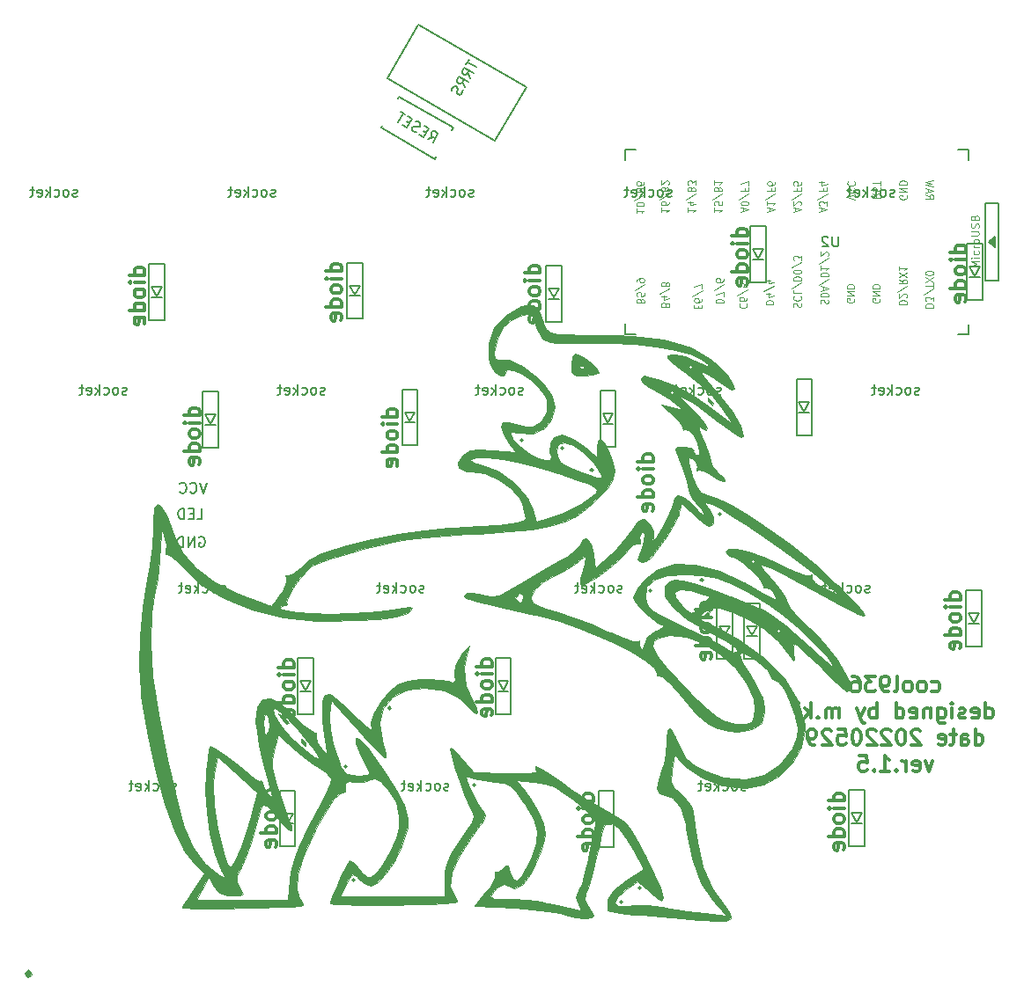
<source format=gbr>
G04 #@! TF.GenerationSoftware,KiCad,Pcbnew,(5.1.6-0-10_14)*
G04 #@! TF.CreationDate,2022-05-29T14:18:20+09:00*
G04 #@! TF.ProjectId,cool936,636f6f6c-3933-4362-9e6b-696361645f70,rev?*
G04 #@! TF.SameCoordinates,Original*
G04 #@! TF.FileFunction,Legend,Bot*
G04 #@! TF.FilePolarity,Positive*
%FSLAX46Y46*%
G04 Gerber Fmt 4.6, Leading zero omitted, Abs format (unit mm)*
G04 Created by KiCad (PCBNEW (5.1.6-0-10_14)) date 2022-05-29 14:18:20*
%MOMM*%
%LPD*%
G01*
G04 APERTURE LIST*
%ADD10C,0.300000*%
%ADD11C,0.150000*%
%ADD12C,0.010000*%
%ADD13C,0.120000*%
%ADD14C,0.125000*%
G04 APERTURE END LIST*
D10*
X226028571Y-2584285D02*
X224528571Y-2584285D01*
X225957142Y-2584285D02*
X226028571Y-2441428D01*
X226028571Y-2155714D01*
X225957142Y-2012857D01*
X225885714Y-1941428D01*
X225742857Y-1870000D01*
X225314285Y-1870000D01*
X225171428Y-1941428D01*
X225100000Y-2012857D01*
X225028571Y-2155714D01*
X225028571Y-2441428D01*
X225100000Y-2584285D01*
X226028571Y-3298571D02*
X225028571Y-3298571D01*
X224528571Y-3298571D02*
X224600000Y-3227142D01*
X224671428Y-3298571D01*
X224600000Y-3370000D01*
X224528571Y-3298571D01*
X224671428Y-3298571D01*
X226028571Y-4227142D02*
X225957142Y-4084285D01*
X225885714Y-4012857D01*
X225742857Y-3941428D01*
X225314285Y-3941428D01*
X225171428Y-4012857D01*
X225100000Y-4084285D01*
X225028571Y-4227142D01*
X225028571Y-4441428D01*
X225100000Y-4584285D01*
X225171428Y-4655714D01*
X225314285Y-4727142D01*
X225742857Y-4727142D01*
X225885714Y-4655714D01*
X225957142Y-4584285D01*
X226028571Y-4441428D01*
X226028571Y-4227142D01*
X226028571Y-6012857D02*
X224528571Y-6012857D01*
X225957142Y-6012857D02*
X226028571Y-5870000D01*
X226028571Y-5584285D01*
X225957142Y-5441428D01*
X225885714Y-5370000D01*
X225742857Y-5298571D01*
X225314285Y-5298571D01*
X225171428Y-5370000D01*
X225100000Y-5441428D01*
X225028571Y-5584285D01*
X225028571Y-5870000D01*
X225100000Y-6012857D01*
X225957142Y-7298571D02*
X226028571Y-7155714D01*
X226028571Y-6870000D01*
X225957142Y-6727142D01*
X225814285Y-6655714D01*
X225242857Y-6655714D01*
X225100000Y-6727142D01*
X225028571Y-6870000D01*
X225028571Y-7155714D01*
X225100000Y-7298571D01*
X225242857Y-7370000D01*
X225385714Y-7370000D01*
X225528571Y-6655714D01*
X231158571Y-53424285D02*
X229658571Y-53424285D01*
X231087142Y-53424285D02*
X231158571Y-53281428D01*
X231158571Y-52995714D01*
X231087142Y-52852857D01*
X231015714Y-52781428D01*
X230872857Y-52710000D01*
X230444285Y-52710000D01*
X230301428Y-52781428D01*
X230230000Y-52852857D01*
X230158571Y-52995714D01*
X230158571Y-53281428D01*
X230230000Y-53424285D01*
X231158571Y-54138571D02*
X230158571Y-54138571D01*
X229658571Y-54138571D02*
X229730000Y-54067142D01*
X229801428Y-54138571D01*
X229730000Y-54210000D01*
X229658571Y-54138571D01*
X229801428Y-54138571D01*
X231158571Y-55067142D02*
X231087142Y-54924285D01*
X231015714Y-54852857D01*
X230872857Y-54781428D01*
X230444285Y-54781428D01*
X230301428Y-54852857D01*
X230230000Y-54924285D01*
X230158571Y-55067142D01*
X230158571Y-55281428D01*
X230230000Y-55424285D01*
X230301428Y-55495714D01*
X230444285Y-55567142D01*
X230872857Y-55567142D01*
X231015714Y-55495714D01*
X231087142Y-55424285D01*
X231158571Y-55281428D01*
X231158571Y-55067142D01*
X231158571Y-56852857D02*
X229658571Y-56852857D01*
X231087142Y-56852857D02*
X231158571Y-56710000D01*
X231158571Y-56424285D01*
X231087142Y-56281428D01*
X231015714Y-56210000D01*
X230872857Y-56138571D01*
X230444285Y-56138571D01*
X230301428Y-56210000D01*
X230230000Y-56281428D01*
X230158571Y-56424285D01*
X230158571Y-56710000D01*
X230230000Y-56852857D01*
X231087142Y-58138571D02*
X231158571Y-57995714D01*
X231158571Y-57710000D01*
X231087142Y-57567142D01*
X230944285Y-57495714D01*
X230372857Y-57495714D01*
X230230000Y-57567142D01*
X230158571Y-57710000D01*
X230158571Y-57995714D01*
X230230000Y-58138571D01*
X230372857Y-58210000D01*
X230515714Y-58210000D01*
X230658571Y-57495714D01*
X263715714Y-42812142D02*
X263858571Y-42883571D01*
X264144285Y-42883571D01*
X264287142Y-42812142D01*
X264358571Y-42740714D01*
X264430000Y-42597857D01*
X264430000Y-42169285D01*
X264358571Y-42026428D01*
X264287142Y-41955000D01*
X264144285Y-41883571D01*
X263858571Y-41883571D01*
X263715714Y-41955000D01*
X262858571Y-42883571D02*
X263001428Y-42812142D01*
X263072857Y-42740714D01*
X263144285Y-42597857D01*
X263144285Y-42169285D01*
X263072857Y-42026428D01*
X263001428Y-41955000D01*
X262858571Y-41883571D01*
X262644285Y-41883571D01*
X262501428Y-41955000D01*
X262430000Y-42026428D01*
X262358571Y-42169285D01*
X262358571Y-42597857D01*
X262430000Y-42740714D01*
X262501428Y-42812142D01*
X262644285Y-42883571D01*
X262858571Y-42883571D01*
X261501428Y-42883571D02*
X261644285Y-42812142D01*
X261715714Y-42740714D01*
X261787142Y-42597857D01*
X261787142Y-42169285D01*
X261715714Y-42026428D01*
X261644285Y-41955000D01*
X261501428Y-41883571D01*
X261287142Y-41883571D01*
X261144285Y-41955000D01*
X261072857Y-42026428D01*
X261001428Y-42169285D01*
X261001428Y-42597857D01*
X261072857Y-42740714D01*
X261144285Y-42812142D01*
X261287142Y-42883571D01*
X261501428Y-42883571D01*
X260144285Y-42883571D02*
X260287142Y-42812142D01*
X260358571Y-42669285D01*
X260358571Y-41383571D01*
X259501428Y-42883571D02*
X259215714Y-42883571D01*
X259072857Y-42812142D01*
X259001428Y-42740714D01*
X258858571Y-42526428D01*
X258787142Y-42240714D01*
X258787142Y-41669285D01*
X258858571Y-41526428D01*
X258930000Y-41455000D01*
X259072857Y-41383571D01*
X259358571Y-41383571D01*
X259501428Y-41455000D01*
X259572857Y-41526428D01*
X259644285Y-41669285D01*
X259644285Y-42026428D01*
X259572857Y-42169285D01*
X259501428Y-42240714D01*
X259358571Y-42312142D01*
X259072857Y-42312142D01*
X258930000Y-42240714D01*
X258858571Y-42169285D01*
X258787142Y-42026428D01*
X258287142Y-41383571D02*
X257358571Y-41383571D01*
X257858571Y-41955000D01*
X257644285Y-41955000D01*
X257501428Y-42026428D01*
X257430000Y-42097857D01*
X257358571Y-42240714D01*
X257358571Y-42597857D01*
X257430000Y-42740714D01*
X257501428Y-42812142D01*
X257644285Y-42883571D01*
X258072857Y-42883571D01*
X258215714Y-42812142D01*
X258287142Y-42740714D01*
X256072857Y-41383571D02*
X256358571Y-41383571D01*
X256501428Y-41455000D01*
X256572857Y-41526428D01*
X256715714Y-41740714D01*
X256787142Y-42026428D01*
X256787142Y-42597857D01*
X256715714Y-42740714D01*
X256644285Y-42812142D01*
X256501428Y-42883571D01*
X256215714Y-42883571D01*
X256072857Y-42812142D01*
X256001428Y-42740714D01*
X255930000Y-42597857D01*
X255930000Y-42240714D01*
X256001428Y-42097857D01*
X256072857Y-42026428D01*
X256215714Y-41955000D01*
X256501428Y-41955000D01*
X256644285Y-42026428D01*
X256715714Y-42097857D01*
X256787142Y-42240714D01*
X268858571Y-45433571D02*
X268858571Y-43933571D01*
X268858571Y-45362142D02*
X269001428Y-45433571D01*
X269287142Y-45433571D01*
X269430000Y-45362142D01*
X269501428Y-45290714D01*
X269572857Y-45147857D01*
X269572857Y-44719285D01*
X269501428Y-44576428D01*
X269430000Y-44505000D01*
X269287142Y-44433571D01*
X269001428Y-44433571D01*
X268858571Y-44505000D01*
X267572857Y-45362142D02*
X267715714Y-45433571D01*
X268001428Y-45433571D01*
X268144285Y-45362142D01*
X268215714Y-45219285D01*
X268215714Y-44647857D01*
X268144285Y-44505000D01*
X268001428Y-44433571D01*
X267715714Y-44433571D01*
X267572857Y-44505000D01*
X267501428Y-44647857D01*
X267501428Y-44790714D01*
X268215714Y-44933571D01*
X266930000Y-45362142D02*
X266787142Y-45433571D01*
X266501428Y-45433571D01*
X266358571Y-45362142D01*
X266287142Y-45219285D01*
X266287142Y-45147857D01*
X266358571Y-45005000D01*
X266501428Y-44933571D01*
X266715714Y-44933571D01*
X266858571Y-44862142D01*
X266930000Y-44719285D01*
X266930000Y-44647857D01*
X266858571Y-44505000D01*
X266715714Y-44433571D01*
X266501428Y-44433571D01*
X266358571Y-44505000D01*
X265644285Y-45433571D02*
X265644285Y-44433571D01*
X265644285Y-43933571D02*
X265715714Y-44005000D01*
X265644285Y-44076428D01*
X265572857Y-44005000D01*
X265644285Y-43933571D01*
X265644285Y-44076428D01*
X264287142Y-44433571D02*
X264287142Y-45647857D01*
X264358571Y-45790714D01*
X264430000Y-45862142D01*
X264572857Y-45933571D01*
X264787142Y-45933571D01*
X264930000Y-45862142D01*
X264287142Y-45362142D02*
X264430000Y-45433571D01*
X264715714Y-45433571D01*
X264858571Y-45362142D01*
X264930000Y-45290714D01*
X265001428Y-45147857D01*
X265001428Y-44719285D01*
X264930000Y-44576428D01*
X264858571Y-44505000D01*
X264715714Y-44433571D01*
X264430000Y-44433571D01*
X264287142Y-44505000D01*
X263572857Y-44433571D02*
X263572857Y-45433571D01*
X263572857Y-44576428D02*
X263501428Y-44505000D01*
X263358571Y-44433571D01*
X263144285Y-44433571D01*
X263001428Y-44505000D01*
X262930000Y-44647857D01*
X262930000Y-45433571D01*
X261644285Y-45362142D02*
X261787142Y-45433571D01*
X262072857Y-45433571D01*
X262215714Y-45362142D01*
X262287142Y-45219285D01*
X262287142Y-44647857D01*
X262215714Y-44505000D01*
X262072857Y-44433571D01*
X261787142Y-44433571D01*
X261644285Y-44505000D01*
X261572857Y-44647857D01*
X261572857Y-44790714D01*
X262287142Y-44933571D01*
X260287142Y-45433571D02*
X260287142Y-43933571D01*
X260287142Y-45362142D02*
X260430000Y-45433571D01*
X260715714Y-45433571D01*
X260858571Y-45362142D01*
X260930000Y-45290714D01*
X261001428Y-45147857D01*
X261001428Y-44719285D01*
X260930000Y-44576428D01*
X260858571Y-44505000D01*
X260715714Y-44433571D01*
X260430000Y-44433571D01*
X260287142Y-44505000D01*
X258430000Y-45433571D02*
X258430000Y-43933571D01*
X258430000Y-44505000D02*
X258287142Y-44433571D01*
X258001428Y-44433571D01*
X257858571Y-44505000D01*
X257787142Y-44576428D01*
X257715714Y-44719285D01*
X257715714Y-45147857D01*
X257787142Y-45290714D01*
X257858571Y-45362142D01*
X258001428Y-45433571D01*
X258287142Y-45433571D01*
X258430000Y-45362142D01*
X257215714Y-44433571D02*
X256858571Y-45433571D01*
X256501428Y-44433571D02*
X256858571Y-45433571D01*
X257001428Y-45790714D01*
X257072857Y-45862142D01*
X257215714Y-45933571D01*
X254787142Y-45433571D02*
X254787142Y-44433571D01*
X254787142Y-44576428D02*
X254715714Y-44505000D01*
X254572857Y-44433571D01*
X254358571Y-44433571D01*
X254215714Y-44505000D01*
X254144285Y-44647857D01*
X254144285Y-45433571D01*
X254144285Y-44647857D02*
X254072857Y-44505000D01*
X253930000Y-44433571D01*
X253715714Y-44433571D01*
X253572857Y-44505000D01*
X253501428Y-44647857D01*
X253501428Y-45433571D01*
X252787142Y-45290714D02*
X252715714Y-45362142D01*
X252787142Y-45433571D01*
X252858571Y-45362142D01*
X252787142Y-45290714D01*
X252787142Y-45433571D01*
X252072857Y-45433571D02*
X252072857Y-43933571D01*
X251930000Y-44862142D02*
X251501428Y-45433571D01*
X251501428Y-44433571D02*
X252072857Y-45005000D01*
X250858571Y-45433571D02*
X250858571Y-44433571D01*
X250858571Y-43933571D02*
X250930000Y-44005000D01*
X250858571Y-44076428D01*
X250787142Y-44005000D01*
X250858571Y-43933571D01*
X250858571Y-44076428D01*
X267894285Y-47983571D02*
X267894285Y-46483571D01*
X267894285Y-47912142D02*
X268037142Y-47983571D01*
X268322857Y-47983571D01*
X268465714Y-47912142D01*
X268537142Y-47840714D01*
X268608571Y-47697857D01*
X268608571Y-47269285D01*
X268537142Y-47126428D01*
X268465714Y-47055000D01*
X268322857Y-46983571D01*
X268037142Y-46983571D01*
X267894285Y-47055000D01*
X266537142Y-47983571D02*
X266537142Y-47197857D01*
X266608571Y-47055000D01*
X266751428Y-46983571D01*
X267037142Y-46983571D01*
X267180000Y-47055000D01*
X266537142Y-47912142D02*
X266680000Y-47983571D01*
X267037142Y-47983571D01*
X267180000Y-47912142D01*
X267251428Y-47769285D01*
X267251428Y-47626428D01*
X267180000Y-47483571D01*
X267037142Y-47412142D01*
X266680000Y-47412142D01*
X266537142Y-47340714D01*
X266037142Y-46983571D02*
X265465714Y-46983571D01*
X265822857Y-46483571D02*
X265822857Y-47769285D01*
X265751428Y-47912142D01*
X265608571Y-47983571D01*
X265465714Y-47983571D01*
X264394285Y-47912142D02*
X264537142Y-47983571D01*
X264822857Y-47983571D01*
X264965714Y-47912142D01*
X265037142Y-47769285D01*
X265037142Y-47197857D01*
X264965714Y-47055000D01*
X264822857Y-46983571D01*
X264537142Y-46983571D01*
X264394285Y-47055000D01*
X264322857Y-47197857D01*
X264322857Y-47340714D01*
X265037142Y-47483571D01*
X262608571Y-46626428D02*
X262537142Y-46555000D01*
X262394285Y-46483571D01*
X262037142Y-46483571D01*
X261894285Y-46555000D01*
X261822857Y-46626428D01*
X261751428Y-46769285D01*
X261751428Y-46912142D01*
X261822857Y-47126428D01*
X262680000Y-47983571D01*
X261751428Y-47983571D01*
X260822857Y-46483571D02*
X260680000Y-46483571D01*
X260537142Y-46555000D01*
X260465714Y-46626428D01*
X260394285Y-46769285D01*
X260322857Y-47055000D01*
X260322857Y-47412142D01*
X260394285Y-47697857D01*
X260465714Y-47840714D01*
X260537142Y-47912142D01*
X260680000Y-47983571D01*
X260822857Y-47983571D01*
X260965714Y-47912142D01*
X261037142Y-47840714D01*
X261108571Y-47697857D01*
X261180000Y-47412142D01*
X261180000Y-47055000D01*
X261108571Y-46769285D01*
X261037142Y-46626428D01*
X260965714Y-46555000D01*
X260822857Y-46483571D01*
X259751428Y-46626428D02*
X259680000Y-46555000D01*
X259537142Y-46483571D01*
X259180000Y-46483571D01*
X259037142Y-46555000D01*
X258965714Y-46626428D01*
X258894285Y-46769285D01*
X258894285Y-46912142D01*
X258965714Y-47126428D01*
X259822857Y-47983571D01*
X258894285Y-47983571D01*
X258322857Y-46626428D02*
X258251428Y-46555000D01*
X258108571Y-46483571D01*
X257751428Y-46483571D01*
X257608571Y-46555000D01*
X257537142Y-46626428D01*
X257465714Y-46769285D01*
X257465714Y-46912142D01*
X257537142Y-47126428D01*
X258394285Y-47983571D01*
X257465714Y-47983571D01*
X256537142Y-46483571D02*
X256394285Y-46483571D01*
X256251428Y-46555000D01*
X256180000Y-46626428D01*
X256108571Y-46769285D01*
X256037142Y-47055000D01*
X256037142Y-47412142D01*
X256108571Y-47697857D01*
X256180000Y-47840714D01*
X256251428Y-47912142D01*
X256394285Y-47983571D01*
X256537142Y-47983571D01*
X256680000Y-47912142D01*
X256751428Y-47840714D01*
X256822857Y-47697857D01*
X256894285Y-47412142D01*
X256894285Y-47055000D01*
X256822857Y-46769285D01*
X256751428Y-46626428D01*
X256680000Y-46555000D01*
X256537142Y-46483571D01*
X254680000Y-46483571D02*
X255394285Y-46483571D01*
X255465714Y-47197857D01*
X255394285Y-47126428D01*
X255251428Y-47055000D01*
X254894285Y-47055000D01*
X254751428Y-47126428D01*
X254680000Y-47197857D01*
X254608571Y-47340714D01*
X254608571Y-47697857D01*
X254680000Y-47840714D01*
X254751428Y-47912142D01*
X254894285Y-47983571D01*
X255251428Y-47983571D01*
X255394285Y-47912142D01*
X255465714Y-47840714D01*
X254037142Y-46626428D02*
X253965714Y-46555000D01*
X253822857Y-46483571D01*
X253465714Y-46483571D01*
X253322857Y-46555000D01*
X253251428Y-46626428D01*
X253180000Y-46769285D01*
X253180000Y-46912142D01*
X253251428Y-47126428D01*
X254108571Y-47983571D01*
X253180000Y-47983571D01*
X252465714Y-47983571D02*
X252180000Y-47983571D01*
X252037142Y-47912142D01*
X251965714Y-47840714D01*
X251822857Y-47626428D01*
X251751428Y-47340714D01*
X251751428Y-46769285D01*
X251822857Y-46626428D01*
X251894285Y-46555000D01*
X252037142Y-46483571D01*
X252322857Y-46483571D01*
X252465714Y-46555000D01*
X252537142Y-46626428D01*
X252608571Y-46769285D01*
X252608571Y-47126428D01*
X252537142Y-47269285D01*
X252465714Y-47340714D01*
X252322857Y-47412142D01*
X252037142Y-47412142D01*
X251894285Y-47340714D01*
X251822857Y-47269285D01*
X251751428Y-47126428D01*
X263787142Y-49533571D02*
X263430000Y-50533571D01*
X263072857Y-49533571D01*
X261930000Y-50462142D02*
X262072857Y-50533571D01*
X262358571Y-50533571D01*
X262501428Y-50462142D01*
X262572857Y-50319285D01*
X262572857Y-49747857D01*
X262501428Y-49605000D01*
X262358571Y-49533571D01*
X262072857Y-49533571D01*
X261930000Y-49605000D01*
X261858571Y-49747857D01*
X261858571Y-49890714D01*
X262572857Y-50033571D01*
X261215714Y-50533571D02*
X261215714Y-49533571D01*
X261215714Y-49819285D02*
X261144285Y-49676428D01*
X261072857Y-49605000D01*
X260930000Y-49533571D01*
X260787142Y-49533571D01*
X260287142Y-50390714D02*
X260215714Y-50462142D01*
X260287142Y-50533571D01*
X260358571Y-50462142D01*
X260287142Y-50390714D01*
X260287142Y-50533571D01*
X258787142Y-50533571D02*
X259644285Y-50533571D01*
X259215714Y-50533571D02*
X259215714Y-49033571D01*
X259358571Y-49247857D01*
X259501428Y-49390714D01*
X259644285Y-49462142D01*
X258144285Y-50390714D02*
X258072857Y-50462142D01*
X258144285Y-50533571D01*
X258215714Y-50462142D01*
X258144285Y-50390714D01*
X258144285Y-50533571D01*
X256715714Y-49033571D02*
X257430000Y-49033571D01*
X257501428Y-49747857D01*
X257430000Y-49676428D01*
X257287142Y-49605000D01*
X256930000Y-49605000D01*
X256787142Y-49676428D01*
X256715714Y-49747857D01*
X256644285Y-49890714D01*
X256644285Y-50247857D01*
X256715714Y-50390714D01*
X256787142Y-50462142D01*
X256930000Y-50533571D01*
X257287142Y-50533571D01*
X257430000Y-50462142D01*
X257501428Y-50390714D01*
X255288571Y-53374285D02*
X253788571Y-53374285D01*
X255217142Y-53374285D02*
X255288571Y-53231428D01*
X255288571Y-52945714D01*
X255217142Y-52802857D01*
X255145714Y-52731428D01*
X255002857Y-52660000D01*
X254574285Y-52660000D01*
X254431428Y-52731428D01*
X254360000Y-52802857D01*
X254288571Y-52945714D01*
X254288571Y-53231428D01*
X254360000Y-53374285D01*
X255288571Y-54088571D02*
X254288571Y-54088571D01*
X253788571Y-54088571D02*
X253860000Y-54017142D01*
X253931428Y-54088571D01*
X253860000Y-54160000D01*
X253788571Y-54088571D01*
X253931428Y-54088571D01*
X255288571Y-55017142D02*
X255217142Y-54874285D01*
X255145714Y-54802857D01*
X255002857Y-54731428D01*
X254574285Y-54731428D01*
X254431428Y-54802857D01*
X254360000Y-54874285D01*
X254288571Y-55017142D01*
X254288571Y-55231428D01*
X254360000Y-55374285D01*
X254431428Y-55445714D01*
X254574285Y-55517142D01*
X255002857Y-55517142D01*
X255145714Y-55445714D01*
X255217142Y-55374285D01*
X255288571Y-55231428D01*
X255288571Y-55017142D01*
X255288571Y-56802857D02*
X253788571Y-56802857D01*
X255217142Y-56802857D02*
X255288571Y-56660000D01*
X255288571Y-56374285D01*
X255217142Y-56231428D01*
X255145714Y-56160000D01*
X255002857Y-56088571D01*
X254574285Y-56088571D01*
X254431428Y-56160000D01*
X254360000Y-56231428D01*
X254288571Y-56374285D01*
X254288571Y-56660000D01*
X254360000Y-56802857D01*
X255217142Y-58088571D02*
X255288571Y-57945714D01*
X255288571Y-57660000D01*
X255217142Y-57517142D01*
X255074285Y-57445714D01*
X254502857Y-57445714D01*
X254360000Y-57517142D01*
X254288571Y-57660000D01*
X254288571Y-57945714D01*
X254360000Y-58088571D01*
X254502857Y-58160000D01*
X254645714Y-58160000D01*
X254788571Y-57445714D01*
X212328571Y-16424285D02*
X210828571Y-16424285D01*
X212257142Y-16424285D02*
X212328571Y-16281428D01*
X212328571Y-15995714D01*
X212257142Y-15852857D01*
X212185714Y-15781428D01*
X212042857Y-15710000D01*
X211614285Y-15710000D01*
X211471428Y-15781428D01*
X211400000Y-15852857D01*
X211328571Y-15995714D01*
X211328571Y-16281428D01*
X211400000Y-16424285D01*
X212328571Y-17138571D02*
X211328571Y-17138571D01*
X210828571Y-17138571D02*
X210900000Y-17067142D01*
X210971428Y-17138571D01*
X210900000Y-17210000D01*
X210828571Y-17138571D01*
X210971428Y-17138571D01*
X212328571Y-18067142D02*
X212257142Y-17924285D01*
X212185714Y-17852857D01*
X212042857Y-17781428D01*
X211614285Y-17781428D01*
X211471428Y-17852857D01*
X211400000Y-17924285D01*
X211328571Y-18067142D01*
X211328571Y-18281428D01*
X211400000Y-18424285D01*
X211471428Y-18495714D01*
X211614285Y-18567142D01*
X212042857Y-18567142D01*
X212185714Y-18495714D01*
X212257142Y-18424285D01*
X212328571Y-18281428D01*
X212328571Y-18067142D01*
X212328571Y-19852857D02*
X210828571Y-19852857D01*
X212257142Y-19852857D02*
X212328571Y-19710000D01*
X212328571Y-19424285D01*
X212257142Y-19281428D01*
X212185714Y-19210000D01*
X212042857Y-19138571D01*
X211614285Y-19138571D01*
X211471428Y-19210000D01*
X211400000Y-19281428D01*
X211328571Y-19424285D01*
X211328571Y-19710000D01*
X211400000Y-19852857D01*
X212257142Y-21138571D02*
X212328571Y-20995714D01*
X212328571Y-20710000D01*
X212257142Y-20567142D01*
X212114285Y-20495714D01*
X211542857Y-20495714D01*
X211400000Y-20567142D01*
X211328571Y-20710000D01*
X211328571Y-20995714D01*
X211400000Y-21138571D01*
X211542857Y-21210000D01*
X211685714Y-21210000D01*
X211828571Y-20495714D01*
X221448571Y-40454285D02*
X219948571Y-40454285D01*
X221377142Y-40454285D02*
X221448571Y-40311428D01*
X221448571Y-40025714D01*
X221377142Y-39882857D01*
X221305714Y-39811428D01*
X221162857Y-39740000D01*
X220734285Y-39740000D01*
X220591428Y-39811428D01*
X220520000Y-39882857D01*
X220448571Y-40025714D01*
X220448571Y-40311428D01*
X220520000Y-40454285D01*
X221448571Y-41168571D02*
X220448571Y-41168571D01*
X219948571Y-41168571D02*
X220020000Y-41097142D01*
X220091428Y-41168571D01*
X220020000Y-41240000D01*
X219948571Y-41168571D01*
X220091428Y-41168571D01*
X221448571Y-42097142D02*
X221377142Y-41954285D01*
X221305714Y-41882857D01*
X221162857Y-41811428D01*
X220734285Y-41811428D01*
X220591428Y-41882857D01*
X220520000Y-41954285D01*
X220448571Y-42097142D01*
X220448571Y-42311428D01*
X220520000Y-42454285D01*
X220591428Y-42525714D01*
X220734285Y-42597142D01*
X221162857Y-42597142D01*
X221305714Y-42525714D01*
X221377142Y-42454285D01*
X221448571Y-42311428D01*
X221448571Y-42097142D01*
X221448571Y-43882857D02*
X219948571Y-43882857D01*
X221377142Y-43882857D02*
X221448571Y-43740000D01*
X221448571Y-43454285D01*
X221377142Y-43311428D01*
X221305714Y-43240000D01*
X221162857Y-43168571D01*
X220734285Y-43168571D01*
X220591428Y-43240000D01*
X220520000Y-43311428D01*
X220448571Y-43454285D01*
X220448571Y-43740000D01*
X220520000Y-43882857D01*
X221377142Y-45168571D02*
X221448571Y-45025714D01*
X221448571Y-44740000D01*
X221377142Y-44597142D01*
X221234285Y-44525714D01*
X220662857Y-44525714D01*
X220520000Y-44597142D01*
X220448571Y-44740000D01*
X220448571Y-45025714D01*
X220520000Y-45168571D01*
X220662857Y-45240000D01*
X220805714Y-45240000D01*
X220948571Y-44525714D01*
X266468571Y-34014285D02*
X264968571Y-34014285D01*
X266397142Y-34014285D02*
X266468571Y-33871428D01*
X266468571Y-33585714D01*
X266397142Y-33442857D01*
X266325714Y-33371428D01*
X266182857Y-33300000D01*
X265754285Y-33300000D01*
X265611428Y-33371428D01*
X265540000Y-33442857D01*
X265468571Y-33585714D01*
X265468571Y-33871428D01*
X265540000Y-34014285D01*
X266468571Y-34728571D02*
X265468571Y-34728571D01*
X264968571Y-34728571D02*
X265040000Y-34657142D01*
X265111428Y-34728571D01*
X265040000Y-34800000D01*
X264968571Y-34728571D01*
X265111428Y-34728571D01*
X266468571Y-35657142D02*
X266397142Y-35514285D01*
X266325714Y-35442857D01*
X266182857Y-35371428D01*
X265754285Y-35371428D01*
X265611428Y-35442857D01*
X265540000Y-35514285D01*
X265468571Y-35657142D01*
X265468571Y-35871428D01*
X265540000Y-36014285D01*
X265611428Y-36085714D01*
X265754285Y-36157142D01*
X266182857Y-36157142D01*
X266325714Y-36085714D01*
X266397142Y-36014285D01*
X266468571Y-35871428D01*
X266468571Y-35657142D01*
X266468571Y-37442857D02*
X264968571Y-37442857D01*
X266397142Y-37442857D02*
X266468571Y-37300000D01*
X266468571Y-37014285D01*
X266397142Y-36871428D01*
X266325714Y-36800000D01*
X266182857Y-36728571D01*
X265754285Y-36728571D01*
X265611428Y-36800000D01*
X265540000Y-36871428D01*
X265468571Y-37014285D01*
X265468571Y-37300000D01*
X265540000Y-37442857D01*
X266397142Y-38728571D02*
X266468571Y-38585714D01*
X266468571Y-38300000D01*
X266397142Y-38157142D01*
X266254285Y-38085714D01*
X265682857Y-38085714D01*
X265540000Y-38157142D01*
X265468571Y-38300000D01*
X265468571Y-38585714D01*
X265540000Y-38728571D01*
X265682857Y-38800000D01*
X265825714Y-38800000D01*
X265968571Y-38085714D01*
X206928571Y-2394285D02*
X205428571Y-2394285D01*
X206857142Y-2394285D02*
X206928571Y-2251428D01*
X206928571Y-1965714D01*
X206857142Y-1822857D01*
X206785714Y-1751428D01*
X206642857Y-1680000D01*
X206214285Y-1680000D01*
X206071428Y-1751428D01*
X206000000Y-1822857D01*
X205928571Y-1965714D01*
X205928571Y-2251428D01*
X206000000Y-2394285D01*
X206928571Y-3108571D02*
X205928571Y-3108571D01*
X205428571Y-3108571D02*
X205500000Y-3037142D01*
X205571428Y-3108571D01*
X205500000Y-3180000D01*
X205428571Y-3108571D01*
X205571428Y-3108571D01*
X206928571Y-4037142D02*
X206857142Y-3894285D01*
X206785714Y-3822857D01*
X206642857Y-3751428D01*
X206214285Y-3751428D01*
X206071428Y-3822857D01*
X206000000Y-3894285D01*
X205928571Y-4037142D01*
X205928571Y-4251428D01*
X206000000Y-4394285D01*
X206071428Y-4465714D01*
X206214285Y-4537142D01*
X206642857Y-4537142D01*
X206785714Y-4465714D01*
X206857142Y-4394285D01*
X206928571Y-4251428D01*
X206928571Y-4037142D01*
X206928571Y-5822857D02*
X205428571Y-5822857D01*
X206857142Y-5822857D02*
X206928571Y-5680000D01*
X206928571Y-5394285D01*
X206857142Y-5251428D01*
X206785714Y-5180000D01*
X206642857Y-5108571D01*
X206214285Y-5108571D01*
X206071428Y-5180000D01*
X206000000Y-5251428D01*
X205928571Y-5394285D01*
X205928571Y-5680000D01*
X206000000Y-5822857D01*
X206857142Y-7108571D02*
X206928571Y-6965714D01*
X206928571Y-6680000D01*
X206857142Y-6537142D01*
X206714285Y-6465714D01*
X206142857Y-6465714D01*
X206000000Y-6537142D01*
X205928571Y-6680000D01*
X205928571Y-6965714D01*
X206000000Y-7108571D01*
X206142857Y-7180000D01*
X206285714Y-7180000D01*
X206428571Y-6465714D01*
X242478571Y-35014285D02*
X240978571Y-35014285D01*
X242407142Y-35014285D02*
X242478571Y-34871428D01*
X242478571Y-34585714D01*
X242407142Y-34442857D01*
X242335714Y-34371428D01*
X242192857Y-34300000D01*
X241764285Y-34300000D01*
X241621428Y-34371428D01*
X241550000Y-34442857D01*
X241478571Y-34585714D01*
X241478571Y-34871428D01*
X241550000Y-35014285D01*
X242478571Y-35728571D02*
X241478571Y-35728571D01*
X240978571Y-35728571D02*
X241050000Y-35657142D01*
X241121428Y-35728571D01*
X241050000Y-35800000D01*
X240978571Y-35728571D01*
X241121428Y-35728571D01*
X242478571Y-36657142D02*
X242407142Y-36514285D01*
X242335714Y-36442857D01*
X242192857Y-36371428D01*
X241764285Y-36371428D01*
X241621428Y-36442857D01*
X241550000Y-36514285D01*
X241478571Y-36657142D01*
X241478571Y-36871428D01*
X241550000Y-37014285D01*
X241621428Y-37085714D01*
X241764285Y-37157142D01*
X242192857Y-37157142D01*
X242335714Y-37085714D01*
X242407142Y-37014285D01*
X242478571Y-36871428D01*
X242478571Y-36657142D01*
X242478571Y-38442857D02*
X240978571Y-38442857D01*
X242407142Y-38442857D02*
X242478571Y-38300000D01*
X242478571Y-38014285D01*
X242407142Y-37871428D01*
X242335714Y-37800000D01*
X242192857Y-37728571D01*
X241764285Y-37728571D01*
X241621428Y-37800000D01*
X241550000Y-37871428D01*
X241478571Y-38014285D01*
X241478571Y-38300000D01*
X241550000Y-38442857D01*
X242407142Y-39728571D02*
X242478571Y-39585714D01*
X242478571Y-39300000D01*
X242407142Y-39157142D01*
X242264285Y-39085714D01*
X241692857Y-39085714D01*
X241550000Y-39157142D01*
X241478571Y-39300000D01*
X241478571Y-39585714D01*
X241550000Y-39728571D01*
X241692857Y-39800000D01*
X241835714Y-39800000D01*
X241978571Y-39085714D01*
X188028571Y-2764285D02*
X186528571Y-2764285D01*
X187957142Y-2764285D02*
X188028571Y-2621428D01*
X188028571Y-2335714D01*
X187957142Y-2192857D01*
X187885714Y-2121428D01*
X187742857Y-2050000D01*
X187314285Y-2050000D01*
X187171428Y-2121428D01*
X187100000Y-2192857D01*
X187028571Y-2335714D01*
X187028571Y-2621428D01*
X187100000Y-2764285D01*
X188028571Y-3478571D02*
X187028571Y-3478571D01*
X186528571Y-3478571D02*
X186600000Y-3407142D01*
X186671428Y-3478571D01*
X186600000Y-3550000D01*
X186528571Y-3478571D01*
X186671428Y-3478571D01*
X188028571Y-4407142D02*
X187957142Y-4264285D01*
X187885714Y-4192857D01*
X187742857Y-4121428D01*
X187314285Y-4121428D01*
X187171428Y-4192857D01*
X187100000Y-4264285D01*
X187028571Y-4407142D01*
X187028571Y-4621428D01*
X187100000Y-4764285D01*
X187171428Y-4835714D01*
X187314285Y-4907142D01*
X187742857Y-4907142D01*
X187885714Y-4835714D01*
X187957142Y-4764285D01*
X188028571Y-4621428D01*
X188028571Y-4407142D01*
X188028571Y-6192857D02*
X186528571Y-6192857D01*
X187957142Y-6192857D02*
X188028571Y-6050000D01*
X188028571Y-5764285D01*
X187957142Y-5621428D01*
X187885714Y-5550000D01*
X187742857Y-5478571D01*
X187314285Y-5478571D01*
X187171428Y-5550000D01*
X187100000Y-5621428D01*
X187028571Y-5764285D01*
X187028571Y-6050000D01*
X187100000Y-6192857D01*
X187957142Y-7478571D02*
X188028571Y-7335714D01*
X188028571Y-7050000D01*
X187957142Y-6907142D01*
X187814285Y-6835714D01*
X187242857Y-6835714D01*
X187100000Y-6907142D01*
X187028571Y-7050000D01*
X187028571Y-7335714D01*
X187100000Y-7478571D01*
X187242857Y-7550000D01*
X187385714Y-7550000D01*
X187528571Y-6835714D01*
X236928571Y-20744285D02*
X235428571Y-20744285D01*
X236857142Y-20744285D02*
X236928571Y-20601428D01*
X236928571Y-20315714D01*
X236857142Y-20172857D01*
X236785714Y-20101428D01*
X236642857Y-20030000D01*
X236214285Y-20030000D01*
X236071428Y-20101428D01*
X236000000Y-20172857D01*
X235928571Y-20315714D01*
X235928571Y-20601428D01*
X236000000Y-20744285D01*
X236928571Y-21458571D02*
X235928571Y-21458571D01*
X235428571Y-21458571D02*
X235500000Y-21387142D01*
X235571428Y-21458571D01*
X235500000Y-21530000D01*
X235428571Y-21458571D01*
X235571428Y-21458571D01*
X236928571Y-22387142D02*
X236857142Y-22244285D01*
X236785714Y-22172857D01*
X236642857Y-22101428D01*
X236214285Y-22101428D01*
X236071428Y-22172857D01*
X236000000Y-22244285D01*
X235928571Y-22387142D01*
X235928571Y-22601428D01*
X236000000Y-22744285D01*
X236071428Y-22815714D01*
X236214285Y-22887142D01*
X236642857Y-22887142D01*
X236785714Y-22815714D01*
X236857142Y-22744285D01*
X236928571Y-22601428D01*
X236928571Y-22387142D01*
X236928571Y-24172857D02*
X235428571Y-24172857D01*
X236857142Y-24172857D02*
X236928571Y-24030000D01*
X236928571Y-23744285D01*
X236857142Y-23601428D01*
X236785714Y-23530000D01*
X236642857Y-23458571D01*
X236214285Y-23458571D01*
X236071428Y-23530000D01*
X236000000Y-23601428D01*
X235928571Y-23744285D01*
X235928571Y-24030000D01*
X236000000Y-24172857D01*
X236857142Y-25458571D02*
X236928571Y-25315714D01*
X236928571Y-25030000D01*
X236857142Y-24887142D01*
X236714285Y-24815714D01*
X236142857Y-24815714D01*
X236000000Y-24887142D01*
X235928571Y-25030000D01*
X235928571Y-25315714D01*
X236000000Y-25458571D01*
X236142857Y-25530000D01*
X236285714Y-25530000D01*
X236428571Y-24815714D01*
X193308571Y-16284285D02*
X191808571Y-16284285D01*
X193237142Y-16284285D02*
X193308571Y-16141428D01*
X193308571Y-15855714D01*
X193237142Y-15712857D01*
X193165714Y-15641428D01*
X193022857Y-15570000D01*
X192594285Y-15570000D01*
X192451428Y-15641428D01*
X192380000Y-15712857D01*
X192308571Y-15855714D01*
X192308571Y-16141428D01*
X192380000Y-16284285D01*
X193308571Y-16998571D02*
X192308571Y-16998571D01*
X191808571Y-16998571D02*
X191880000Y-16927142D01*
X191951428Y-16998571D01*
X191880000Y-17070000D01*
X191808571Y-16998571D01*
X191951428Y-16998571D01*
X193308571Y-17927142D02*
X193237142Y-17784285D01*
X193165714Y-17712857D01*
X193022857Y-17641428D01*
X192594285Y-17641428D01*
X192451428Y-17712857D01*
X192380000Y-17784285D01*
X192308571Y-17927142D01*
X192308571Y-18141428D01*
X192380000Y-18284285D01*
X192451428Y-18355714D01*
X192594285Y-18427142D01*
X193022857Y-18427142D01*
X193165714Y-18355714D01*
X193237142Y-18284285D01*
X193308571Y-18141428D01*
X193308571Y-17927142D01*
X193308571Y-19712857D02*
X191808571Y-19712857D01*
X193237142Y-19712857D02*
X193308571Y-19570000D01*
X193308571Y-19284285D01*
X193237142Y-19141428D01*
X193165714Y-19070000D01*
X193022857Y-18998571D01*
X192594285Y-18998571D01*
X192451428Y-19070000D01*
X192380000Y-19141428D01*
X192308571Y-19284285D01*
X192308571Y-19570000D01*
X192380000Y-19712857D01*
X193237142Y-20998571D02*
X193308571Y-20855714D01*
X193308571Y-20570000D01*
X193237142Y-20427142D01*
X193094285Y-20355714D01*
X192522857Y-20355714D01*
X192380000Y-20427142D01*
X192308571Y-20570000D01*
X192308571Y-20855714D01*
X192380000Y-20998571D01*
X192522857Y-21070000D01*
X192665714Y-21070000D01*
X192808571Y-20355714D01*
X266958571Y-604285D02*
X265458571Y-604285D01*
X266887142Y-604285D02*
X266958571Y-461428D01*
X266958571Y-175714D01*
X266887142Y-32857D01*
X266815714Y38571D01*
X266672857Y110000D01*
X266244285Y110000D01*
X266101428Y38571D01*
X266030000Y-32857D01*
X265958571Y-175714D01*
X265958571Y-461428D01*
X266030000Y-604285D01*
X266958571Y-1318571D02*
X265958571Y-1318571D01*
X265458571Y-1318571D02*
X265530000Y-1247142D01*
X265601428Y-1318571D01*
X265530000Y-1390000D01*
X265458571Y-1318571D01*
X265601428Y-1318571D01*
X266958571Y-2247142D02*
X266887142Y-2104285D01*
X266815714Y-2032857D01*
X266672857Y-1961428D01*
X266244285Y-1961428D01*
X266101428Y-2032857D01*
X266030000Y-2104285D01*
X265958571Y-2247142D01*
X265958571Y-2461428D01*
X266030000Y-2604285D01*
X266101428Y-2675714D01*
X266244285Y-2747142D01*
X266672857Y-2747142D01*
X266815714Y-2675714D01*
X266887142Y-2604285D01*
X266958571Y-2461428D01*
X266958571Y-2247142D01*
X266958571Y-4032857D02*
X265458571Y-4032857D01*
X266887142Y-4032857D02*
X266958571Y-3890000D01*
X266958571Y-3604285D01*
X266887142Y-3461428D01*
X266815714Y-3390000D01*
X266672857Y-3318571D01*
X266244285Y-3318571D01*
X266101428Y-3390000D01*
X266030000Y-3461428D01*
X265958571Y-3604285D01*
X265958571Y-3890000D01*
X266030000Y-4032857D01*
X266887142Y-5318571D02*
X266958571Y-5175714D01*
X266958571Y-4890000D01*
X266887142Y-4747142D01*
X266744285Y-4675714D01*
X266172857Y-4675714D01*
X266030000Y-4747142D01*
X265958571Y-4890000D01*
X265958571Y-5175714D01*
X266030000Y-5318571D01*
X266172857Y-5390000D01*
X266315714Y-5390000D01*
X266458571Y-4675714D01*
X200698571Y-53084285D02*
X199198571Y-53084285D01*
X200627142Y-53084285D02*
X200698571Y-52941428D01*
X200698571Y-52655714D01*
X200627142Y-52512857D01*
X200555714Y-52441428D01*
X200412857Y-52370000D01*
X199984285Y-52370000D01*
X199841428Y-52441428D01*
X199770000Y-52512857D01*
X199698571Y-52655714D01*
X199698571Y-52941428D01*
X199770000Y-53084285D01*
X200698571Y-53798571D02*
X199698571Y-53798571D01*
X199198571Y-53798571D02*
X199270000Y-53727142D01*
X199341428Y-53798571D01*
X199270000Y-53870000D01*
X199198571Y-53798571D01*
X199341428Y-53798571D01*
X200698571Y-54727142D02*
X200627142Y-54584285D01*
X200555714Y-54512857D01*
X200412857Y-54441428D01*
X199984285Y-54441428D01*
X199841428Y-54512857D01*
X199770000Y-54584285D01*
X199698571Y-54727142D01*
X199698571Y-54941428D01*
X199770000Y-55084285D01*
X199841428Y-55155714D01*
X199984285Y-55227142D01*
X200412857Y-55227142D01*
X200555714Y-55155714D01*
X200627142Y-55084285D01*
X200698571Y-54941428D01*
X200698571Y-54727142D01*
X200698571Y-56512857D02*
X199198571Y-56512857D01*
X200627142Y-56512857D02*
X200698571Y-56370000D01*
X200698571Y-56084285D01*
X200627142Y-55941428D01*
X200555714Y-55870000D01*
X200412857Y-55798571D01*
X199984285Y-55798571D01*
X199841428Y-55870000D01*
X199770000Y-55941428D01*
X199698571Y-56084285D01*
X199698571Y-56370000D01*
X199770000Y-56512857D01*
X200627142Y-57798571D02*
X200698571Y-57655714D01*
X200698571Y-57370000D01*
X200627142Y-57227142D01*
X200484285Y-57155714D01*
X199912857Y-57155714D01*
X199770000Y-57227142D01*
X199698571Y-57370000D01*
X199698571Y-57655714D01*
X199770000Y-57798571D01*
X199912857Y-57870000D01*
X200055714Y-57870000D01*
X200198571Y-57155714D01*
X202378571Y-40534285D02*
X200878571Y-40534285D01*
X202307142Y-40534285D02*
X202378571Y-40391428D01*
X202378571Y-40105714D01*
X202307142Y-39962857D01*
X202235714Y-39891428D01*
X202092857Y-39820000D01*
X201664285Y-39820000D01*
X201521428Y-39891428D01*
X201450000Y-39962857D01*
X201378571Y-40105714D01*
X201378571Y-40391428D01*
X201450000Y-40534285D01*
X202378571Y-41248571D02*
X201378571Y-41248571D01*
X200878571Y-41248571D02*
X200950000Y-41177142D01*
X201021428Y-41248571D01*
X200950000Y-41320000D01*
X200878571Y-41248571D01*
X201021428Y-41248571D01*
X202378571Y-42177142D02*
X202307142Y-42034285D01*
X202235714Y-41962857D01*
X202092857Y-41891428D01*
X201664285Y-41891428D01*
X201521428Y-41962857D01*
X201450000Y-42034285D01*
X201378571Y-42177142D01*
X201378571Y-42391428D01*
X201450000Y-42534285D01*
X201521428Y-42605714D01*
X201664285Y-42677142D01*
X202092857Y-42677142D01*
X202235714Y-42605714D01*
X202307142Y-42534285D01*
X202378571Y-42391428D01*
X202378571Y-42177142D01*
X202378571Y-43962857D02*
X200878571Y-43962857D01*
X202307142Y-43962857D02*
X202378571Y-43820000D01*
X202378571Y-43534285D01*
X202307142Y-43391428D01*
X202235714Y-43320000D01*
X202092857Y-43248571D01*
X201664285Y-43248571D01*
X201521428Y-43320000D01*
X201450000Y-43391428D01*
X201378571Y-43534285D01*
X201378571Y-43820000D01*
X201450000Y-43962857D01*
X202307142Y-45248571D02*
X202378571Y-45105714D01*
X202378571Y-44820000D01*
X202307142Y-44677142D01*
X202164285Y-44605714D01*
X201592857Y-44605714D01*
X201450000Y-44677142D01*
X201378571Y-44820000D01*
X201378571Y-45105714D01*
X201450000Y-45248571D01*
X201592857Y-45320000D01*
X201735714Y-45320000D01*
X201878571Y-44605714D01*
X245968571Y995714D02*
X244468571Y995714D01*
X245897142Y995714D02*
X245968571Y1138571D01*
X245968571Y1424285D01*
X245897142Y1567142D01*
X245825714Y1638571D01*
X245682857Y1710000D01*
X245254285Y1710000D01*
X245111428Y1638571D01*
X245040000Y1567142D01*
X244968571Y1424285D01*
X244968571Y1138571D01*
X245040000Y995714D01*
X245968571Y281428D02*
X244968571Y281428D01*
X244468571Y281428D02*
X244540000Y352857D01*
X244611428Y281428D01*
X244540000Y210000D01*
X244468571Y281428D01*
X244611428Y281428D01*
X245968571Y-647142D02*
X245897142Y-504285D01*
X245825714Y-432857D01*
X245682857Y-361428D01*
X245254285Y-361428D01*
X245111428Y-432857D01*
X245040000Y-504285D01*
X244968571Y-647142D01*
X244968571Y-861428D01*
X245040000Y-1004285D01*
X245111428Y-1075714D01*
X245254285Y-1147142D01*
X245682857Y-1147142D01*
X245825714Y-1075714D01*
X245897142Y-1004285D01*
X245968571Y-861428D01*
X245968571Y-647142D01*
X245968571Y-2432857D02*
X244468571Y-2432857D01*
X245897142Y-2432857D02*
X245968571Y-2290000D01*
X245968571Y-2004285D01*
X245897142Y-1861428D01*
X245825714Y-1790000D01*
X245682857Y-1718571D01*
X245254285Y-1718571D01*
X245111428Y-1790000D01*
X245040000Y-1861428D01*
X244968571Y-2004285D01*
X244968571Y-2290000D01*
X245040000Y-2432857D01*
X245897142Y-3718571D02*
X245968571Y-3575714D01*
X245968571Y-3290000D01*
X245897142Y-3147142D01*
X245754285Y-3075714D01*
X245182857Y-3075714D01*
X245040000Y-3147142D01*
X244968571Y-3290000D01*
X244968571Y-3575714D01*
X245040000Y-3718571D01*
X245182857Y-3790000D01*
X245325714Y-3790000D01*
X245468571Y-3075714D01*
D11*
X246980000Y-1190000D02*
X246480000Y-290000D01*
X246480000Y-290000D02*
X247480000Y-290000D01*
X247480000Y-290000D02*
X246980000Y-1190000D01*
X246480000Y-1290000D02*
X247480000Y-1290000D01*
X246230000Y1910000D02*
X246230000Y-3490000D01*
X246230000Y-3490000D02*
X247730000Y-3490000D01*
X247730000Y-3490000D02*
X247730000Y1910000D01*
X247730000Y1910000D02*
X246230000Y1910000D01*
X243780000Y-37450000D02*
X243280000Y-36550000D01*
X243280000Y-36550000D02*
X244280000Y-36550000D01*
X244280000Y-36550000D02*
X243780000Y-37450000D01*
X243280000Y-37550000D02*
X244280000Y-37550000D01*
X243030000Y-34350000D02*
X243030000Y-39750000D01*
X243030000Y-39750000D02*
X244530000Y-39750000D01*
X244530000Y-39750000D02*
X244530000Y-34350000D01*
X244530000Y-34350000D02*
X243030000Y-34350000D01*
X201760000Y-55490000D02*
X201260000Y-54590000D01*
X201260000Y-54590000D02*
X202260000Y-54590000D01*
X202260000Y-54590000D02*
X201760000Y-55490000D01*
X201260000Y-55590000D02*
X202260000Y-55590000D01*
X201010000Y-52390000D02*
X201010000Y-57790000D01*
X201010000Y-57790000D02*
X202510000Y-57790000D01*
X202510000Y-57790000D02*
X202510000Y-52390000D01*
X202510000Y-52390000D02*
X201010000Y-52390000D01*
X232570000Y-17010000D02*
X232070000Y-16110000D01*
X232070000Y-16110000D02*
X233070000Y-16110000D01*
X233070000Y-16110000D02*
X232570000Y-17010000D01*
X232070000Y-17110000D02*
X233070000Y-17110000D01*
X231820000Y-13910000D02*
X231820000Y-19310000D01*
X231820000Y-19310000D02*
X233320000Y-19310000D01*
X233320000Y-19310000D02*
X233320000Y-13910000D01*
X233320000Y-13910000D02*
X231820000Y-13910000D01*
X189180000Y-4820000D02*
X188680000Y-3920000D01*
X188680000Y-3920000D02*
X189680000Y-3920000D01*
X189680000Y-3920000D02*
X189180000Y-4820000D01*
X188680000Y-4920000D02*
X189680000Y-4920000D01*
X188430000Y-1720000D02*
X188430000Y-7120000D01*
X188430000Y-7120000D02*
X189930000Y-7120000D01*
X189930000Y-7120000D02*
X189930000Y-1720000D01*
X189930000Y-1720000D02*
X188430000Y-1720000D01*
X251440000Y-15910000D02*
X250940000Y-15010000D01*
X250940000Y-15010000D02*
X251940000Y-15010000D01*
X251940000Y-15010000D02*
X251440000Y-15910000D01*
X250940000Y-16010000D02*
X251940000Y-16010000D01*
X250690000Y-12810000D02*
X250690000Y-18210000D01*
X250690000Y-18210000D02*
X252190000Y-18210000D01*
X252190000Y-18210000D02*
X252190000Y-12810000D01*
X252190000Y-12810000D02*
X250690000Y-12810000D01*
X267750000Y-36220000D02*
X267250000Y-35320000D01*
X267250000Y-35320000D02*
X268250000Y-35320000D01*
X268250000Y-35320000D02*
X267750000Y-36220000D01*
X267250000Y-36320000D02*
X268250000Y-36320000D01*
X267000000Y-33120000D02*
X267000000Y-38520000D01*
X267000000Y-38520000D02*
X268500000Y-38520000D01*
X268500000Y-38520000D02*
X268500000Y-33120000D01*
X268500000Y-33120000D02*
X267000000Y-33120000D01*
X256480000Y-55475000D02*
X255980000Y-54575000D01*
X255980000Y-54575000D02*
X256980000Y-54575000D01*
X256980000Y-54575000D02*
X256480000Y-55475000D01*
X255980000Y-55575000D02*
X256980000Y-55575000D01*
X255730000Y-52375000D02*
X255730000Y-57775000D01*
X255730000Y-57775000D02*
X257230000Y-57775000D01*
X257230000Y-57775000D02*
X257230000Y-52375000D01*
X257230000Y-52375000D02*
X255730000Y-52375000D01*
X233140000Y-52440000D02*
X231640000Y-52440000D01*
X233140000Y-57840000D02*
X233140000Y-52440000D01*
X231640000Y-57840000D02*
X233140000Y-57840000D01*
X231640000Y-52440000D02*
X231640000Y-57840000D01*
X231890000Y-55640000D02*
X232890000Y-55640000D01*
X232890000Y-54640000D02*
X232390000Y-55540000D01*
X231890000Y-54640000D02*
X232890000Y-54640000D01*
X232390000Y-55540000D02*
X231890000Y-54640000D01*
X208240000Y-4690000D02*
X207740000Y-3790000D01*
X207740000Y-3790000D02*
X208740000Y-3790000D01*
X208740000Y-3790000D02*
X208240000Y-4690000D01*
X207740000Y-4790000D02*
X208740000Y-4790000D01*
X207490000Y-1590000D02*
X207490000Y-6990000D01*
X207490000Y-6990000D02*
X208990000Y-6990000D01*
X208990000Y-6990000D02*
X208990000Y-1590000D01*
X208990000Y-1590000D02*
X207490000Y-1590000D01*
X212476924Y14415544D02*
X217673076Y11415544D01*
X217673076Y11415544D02*
X217548076Y11199038D01*
X212476924Y14415544D02*
X212351924Y14199038D01*
X210726924Y11384456D02*
X210851924Y11600962D01*
X210726924Y11384456D02*
X215923076Y8384456D01*
X215923076Y8384456D02*
X216048076Y8600962D01*
X234210000Y-8490000D02*
X234210000Y-7480000D01*
X234210000Y9310000D02*
X234210000Y8310000D01*
X235210000Y-8490000D02*
X234210000Y-8490000D01*
X235260000Y9310000D02*
X234210000Y9310000D01*
X267260000Y-8490000D02*
X267260000Y-7540000D01*
X267260000Y9310000D02*
X267260000Y8310000D01*
X267260000Y-8490000D02*
X266260000Y-8490000D01*
X267260000Y9310000D02*
X266260000Y9310000D01*
X270160000Y4160000D02*
X268860000Y4160000D01*
X268860000Y4160000D02*
X268860000Y-3340000D01*
X268860000Y-3340000D02*
X270160000Y-3340000D01*
X270160000Y-3340000D02*
X270160000Y4160000D01*
X269810000Y910000D02*
X269810000Y-90000D01*
X269810000Y-90000D02*
X269160000Y410000D01*
X269160000Y410000D02*
X269810000Y910000D01*
X269660000Y760000D02*
X269660000Y60000D01*
X269510000Y660000D02*
X269510000Y160000D01*
X269360000Y560000D02*
X269360000Y260000D01*
X246430000Y-37450000D02*
X245930000Y-36550000D01*
X245930000Y-36550000D02*
X246930000Y-36550000D01*
X246930000Y-36550000D02*
X246430000Y-37450000D01*
X245930000Y-37550000D02*
X246930000Y-37550000D01*
X245680000Y-34350000D02*
X245680000Y-39750000D01*
X245680000Y-39750000D02*
X247180000Y-39750000D01*
X247180000Y-39750000D02*
X247180000Y-34350000D01*
X247180000Y-34350000D02*
X245680000Y-34350000D01*
X194340000Y-17110000D02*
X193840000Y-16210000D01*
X193840000Y-16210000D02*
X194840000Y-16210000D01*
X194840000Y-16210000D02*
X194340000Y-17110000D01*
X193840000Y-17210000D02*
X194840000Y-17210000D01*
X193590000Y-14010000D02*
X193590000Y-19410000D01*
X193590000Y-19410000D02*
X195090000Y-19410000D01*
X195090000Y-19410000D02*
X195090000Y-14010000D01*
X195090000Y-14010000D02*
X193590000Y-14010000D01*
X222500000Y-42770000D02*
X222000000Y-41870000D01*
X222000000Y-41870000D02*
X223000000Y-41870000D01*
X223000000Y-41870000D02*
X222500000Y-42770000D01*
X222000000Y-42870000D02*
X223000000Y-42870000D01*
X221750000Y-39670000D02*
X221750000Y-45070000D01*
X221750000Y-45070000D02*
X223250000Y-45070000D01*
X223250000Y-45070000D02*
X223250000Y-39670000D01*
X223250000Y-39670000D02*
X221750000Y-39670000D01*
X203500000Y-42740000D02*
X203000000Y-41840000D01*
X203000000Y-41840000D02*
X204000000Y-41840000D01*
X204000000Y-41840000D02*
X203500000Y-42740000D01*
X203000000Y-42840000D02*
X204000000Y-42840000D01*
X202750000Y-39640000D02*
X202750000Y-45040000D01*
X202750000Y-45040000D02*
X204250000Y-45040000D01*
X204250000Y-45040000D02*
X204250000Y-39640000D01*
X204250000Y-39640000D02*
X202750000Y-39640000D01*
X224732305Y15348076D02*
X214340000Y21348076D01*
X221732305Y10151924D02*
X224732305Y15348076D01*
X211340000Y16151924D02*
X221732305Y10151924D01*
X214340000Y21348076D02*
X211340000Y16151924D01*
X213520000Y-16880000D02*
X213020000Y-15980000D01*
X213020000Y-15980000D02*
X214020000Y-15980000D01*
X214020000Y-15980000D02*
X213520000Y-16880000D01*
X213020000Y-16980000D02*
X214020000Y-16980000D01*
X212770000Y-13780000D02*
X212770000Y-19180000D01*
X212770000Y-19180000D02*
X214270000Y-19180000D01*
X214270000Y-19180000D02*
X214270000Y-13780000D01*
X214270000Y-13780000D02*
X212770000Y-13780000D01*
X227340000Y-4950000D02*
X226840000Y-4050000D01*
X226840000Y-4050000D02*
X227840000Y-4050000D01*
X227840000Y-4050000D02*
X227340000Y-4950000D01*
X226840000Y-5050000D02*
X227840000Y-5050000D01*
X226590000Y-1850000D02*
X226590000Y-7250000D01*
X226590000Y-7250000D02*
X228090000Y-7250000D01*
X228090000Y-7250000D02*
X228090000Y-1850000D01*
X228090000Y-1850000D02*
X226590000Y-1850000D01*
X267830000Y-2880000D02*
X267330000Y-1980000D01*
X267330000Y-1980000D02*
X268330000Y-1980000D01*
X268330000Y-1980000D02*
X267830000Y-2880000D01*
X267330000Y-2980000D02*
X268330000Y-2980000D01*
X267080000Y220000D02*
X267080000Y-5180000D01*
X267080000Y-5180000D02*
X268580000Y-5180000D01*
X268580000Y-5180000D02*
X268580000Y220000D01*
X268580000Y220000D02*
X267080000Y220000D01*
D12*
G36*
X176468584Y-69917344D02*
G01*
X176458333Y-70001666D01*
X176726788Y-70344193D01*
X176811111Y-70354444D01*
X177153637Y-70085989D01*
X177163889Y-70001666D01*
X176895434Y-69659140D01*
X176811111Y-69648889D01*
X176468584Y-69917344D01*
G37*
X176468584Y-69917344D02*
X176458333Y-70001666D01*
X176726788Y-70344193D01*
X176811111Y-70354444D01*
X177153637Y-70085989D01*
X177163889Y-70001666D01*
X176895434Y-69659140D01*
X176811111Y-69648889D01*
X176468584Y-69917344D01*
G36*
X224228974Y-5805445D02*
G01*
X222708149Y-6679500D01*
X221626136Y-7909955D01*
X221058136Y-9353756D01*
X221079354Y-10867847D01*
X221263546Y-11446435D01*
X221690521Y-12119940D01*
X222188794Y-12489124D01*
X222572064Y-12461452D01*
X222672222Y-12146111D01*
X222898895Y-11827991D01*
X223482984Y-11911585D01*
X224280589Y-12302128D01*
X225147812Y-12904852D01*
X225940755Y-13624992D01*
X226515520Y-14367779D01*
X226699200Y-14798144D01*
X226713169Y-15966776D01*
X226211446Y-16865784D01*
X225320202Y-17336521D01*
X224669647Y-17350118D01*
X223671302Y-17152905D01*
X222936805Y-16924625D01*
X222453002Y-16918841D01*
X222311744Y-17363364D01*
X222506444Y-18095383D01*
X223018222Y-18936535D01*
X223717000Y-19824887D01*
X221498758Y-19646828D01*
X220170021Y-19584150D01*
X219335386Y-19679596D01*
X218795181Y-19962892D01*
X218683314Y-20065972D01*
X218118628Y-20848037D01*
X218212162Y-21383069D01*
X218952707Y-21646915D01*
X219428155Y-21671111D01*
X220715057Y-21896260D01*
X222054142Y-22483530D01*
X223236597Y-23300657D01*
X224053608Y-24215375D01*
X224278874Y-24743607D01*
X224482034Y-25615276D01*
X224622104Y-26146124D01*
X224545825Y-26356248D01*
X224130212Y-26534075D01*
X223304284Y-26689071D01*
X221997065Y-26830700D01*
X220137575Y-26968430D01*
X217654837Y-27111723D01*
X217204166Y-27135325D01*
X214905252Y-27340791D01*
X212372749Y-27709750D01*
X209822490Y-28199066D01*
X207470309Y-28765598D01*
X205532038Y-29366210D01*
X204992311Y-29576098D01*
X203903323Y-30192625D01*
X202956468Y-30974969D01*
X202953581Y-30978046D01*
X202301539Y-31521382D01*
X201802034Y-31679957D01*
X201752546Y-31659898D01*
X201567429Y-31670459D01*
X201649745Y-31849567D01*
X201628486Y-32375593D01*
X201261156Y-33174009D01*
X201112939Y-33403380D01*
X200599830Y-34148674D01*
X200298095Y-34591110D01*
X200271251Y-34631927D01*
X199945887Y-34545188D01*
X199116899Y-34242263D01*
X197931935Y-33778354D01*
X197246591Y-33501030D01*
X194802216Y-32325499D01*
X192971102Y-31018295D01*
X191662733Y-29497749D01*
X190786589Y-27682191D01*
X190781769Y-27668257D01*
X190155512Y-26042959D01*
X189639031Y-25100703D01*
X189239927Y-24843185D01*
X188965800Y-25272100D01*
X188824249Y-26389143D01*
X188805555Y-27227493D01*
X188721160Y-28904533D01*
X188502770Y-30785116D01*
X188274758Y-32078187D01*
X187823994Y-34753431D01*
X187555129Y-37607644D01*
X187481632Y-40381190D01*
X187616970Y-42814434D01*
X187689179Y-43366944D01*
X188353679Y-47211852D01*
X189121478Y-50676662D01*
X189971956Y-53697330D01*
X190884492Y-56209808D01*
X191838468Y-58150051D01*
X192813262Y-59454013D01*
X192893095Y-59530379D01*
X193765427Y-60339251D01*
X192703022Y-61907264D01*
X192109261Y-62812050D01*
X191720570Y-63458821D01*
X191633718Y-63651666D01*
X191960182Y-63702805D01*
X192849957Y-63731763D01*
X194161225Y-63740905D01*
X195752169Y-63732597D01*
X197480973Y-63709201D01*
X199205817Y-63673084D01*
X200784885Y-63626609D01*
X202076360Y-63572140D01*
X202938424Y-63512043D01*
X203227557Y-63458368D01*
X203153445Y-63112760D01*
X202920940Y-62774872D01*
X202609241Y-61860667D01*
X202756096Y-60449998D01*
X203353645Y-58575804D01*
X204394032Y-56271025D01*
X204542280Y-55978750D01*
X205480608Y-54258380D01*
X206203955Y-53183648D01*
X206727292Y-52733163D01*
X206825710Y-52715555D01*
X207276603Y-52503836D01*
X207267190Y-52067257D01*
X207255295Y-51631382D01*
X207657986Y-51521674D01*
X208185392Y-51578605D01*
X209112067Y-51569677D01*
X209762671Y-51331966D01*
X210082543Y-51220643D01*
X205901992Y-51220643D01*
X205834232Y-51758267D01*
X205474977Y-52686579D01*
X204953882Y-53708756D01*
X203757966Y-55895237D01*
X202908982Y-57632667D01*
X202353038Y-59052641D01*
X202036241Y-60286753D01*
X201929310Y-61094028D01*
X201770964Y-62946111D01*
X193020770Y-62946111D01*
X193602466Y-61821234D01*
X194184163Y-60696357D01*
X194662642Y-61609567D01*
X195181702Y-62265364D01*
X195975893Y-62507388D01*
X196400518Y-62522778D01*
X197215126Y-62493135D01*
X197450098Y-62318291D01*
X197231167Y-61869376D01*
X197153933Y-61750549D01*
X196861452Y-61157873D01*
X196913216Y-60570590D01*
X197289204Y-59757355D01*
X197724406Y-58753601D01*
X198200789Y-57392181D01*
X198539055Y-56243333D01*
X198882245Y-55037854D01*
X199189257Y-54110306D01*
X199387439Y-53672359D01*
X199703122Y-53771075D01*
X200246179Y-54328894D01*
X200614369Y-54818886D01*
X201257322Y-55636687D01*
X201799044Y-56144819D01*
X202130859Y-56271015D01*
X202144091Y-55943005D01*
X202093315Y-55802361D01*
X201900837Y-55276750D01*
X201547982Y-54276320D01*
X201102595Y-52993879D01*
X200985113Y-52652885D01*
X200519040Y-51218203D01*
X200287934Y-50214261D01*
X200262901Y-49417436D01*
X200415052Y-48604108D01*
X200446579Y-48484609D01*
X200839655Y-47024837D01*
X202170098Y-48226812D01*
X203210279Y-49094497D01*
X204261855Y-49863158D01*
X204608651Y-50083364D01*
X205398176Y-50646275D01*
X205875500Y-51164653D01*
X205901992Y-51220643D01*
X210082543Y-51220643D01*
X210159797Y-51193757D01*
X210654884Y-51491008D01*
X211346940Y-52253775D01*
X212185627Y-53546110D01*
X212496717Y-54889279D01*
X212458664Y-55987317D01*
X212185897Y-57020852D01*
X211635847Y-58289634D01*
X210960132Y-59488801D01*
X210310371Y-60313490D01*
X210304416Y-60318905D01*
X209789059Y-60735082D01*
X209414270Y-60735019D01*
X208924539Y-60267055D01*
X208686022Y-59991686D01*
X208108455Y-59376427D01*
X207756451Y-59106705D01*
X207723277Y-59113045D01*
X207345707Y-59739026D01*
X206876559Y-60669950D01*
X206411246Y-61692418D01*
X206045184Y-62593029D01*
X205873787Y-63158384D01*
X205878392Y-63239207D01*
X206262688Y-63316669D01*
X207210147Y-63370670D01*
X208578815Y-63402527D01*
X210226734Y-63413554D01*
X212011949Y-63405068D01*
X213792503Y-63378384D01*
X215426440Y-63334818D01*
X216771804Y-63275685D01*
X217686639Y-63202301D01*
X218023162Y-63126652D01*
X217983180Y-62755709D01*
X217798009Y-62516898D01*
X217369421Y-61606339D01*
X217501346Y-60331795D01*
X218178761Y-58737406D01*
X219386644Y-56867312D01*
X219985922Y-56088174D01*
X220587781Y-55284952D01*
X220776738Y-54791697D01*
X220605594Y-54388348D01*
X220440348Y-54194271D01*
X219938526Y-53464105D01*
X219411087Y-52446873D01*
X219309868Y-52214558D01*
X218975632Y-51371991D01*
X218934033Y-51034957D01*
X219194902Y-51062591D01*
X219384608Y-51143514D01*
X220123257Y-51349972D01*
X221213654Y-51527711D01*
X221645315Y-51573625D01*
X222540512Y-51692864D01*
X223165948Y-51952964D01*
X223720079Y-52500092D01*
X224401358Y-53480414D01*
X224553939Y-53715913D01*
X225378393Y-55131711D01*
X225750778Y-56272775D01*
X225689156Y-57390472D01*
X225211593Y-58736172D01*
X224954943Y-59296099D01*
X224311813Y-60513472D01*
X223825881Y-61073436D01*
X223458444Y-60996396D01*
X223170800Y-60302756D01*
X223155892Y-60244603D01*
X222950394Y-59624664D01*
X222715733Y-59621144D01*
X222496929Y-59886342D01*
X222039585Y-60246708D01*
X221787031Y-60206600D01*
X221655614Y-60190600D01*
X221728566Y-60346447D01*
X221658829Y-60830337D01*
X221227545Y-61619629D01*
X220869998Y-62110336D01*
X219783634Y-63475278D01*
X223609178Y-63707448D01*
X225289066Y-63838954D01*
X226799661Y-64010427D01*
X227943711Y-64196595D01*
X228427827Y-64324809D01*
X229416147Y-64602866D01*
X230343929Y-64700078D01*
X230983882Y-64608075D01*
X231138889Y-64424648D01*
X230950510Y-63942371D01*
X230649858Y-63470507D01*
X230352364Y-62875839D01*
X230440195Y-62206100D01*
X230630922Y-61727386D01*
X230933409Y-60854249D01*
X231292957Y-59553241D01*
X231636808Y-58090004D01*
X231669440Y-57935849D01*
X231963907Y-56584998D01*
X232193065Y-55804032D01*
X232427751Y-55470542D01*
X232738804Y-55462118D01*
X233032378Y-55580649D01*
X233615646Y-56072218D01*
X234333811Y-56986719D01*
X234927007Y-57945077D01*
X236027121Y-59947500D01*
X234288560Y-61096739D01*
X233146529Y-61982799D01*
X232593661Y-62726090D01*
X232550000Y-62948822D01*
X232547274Y-63659384D01*
X232544039Y-63916250D01*
X232867882Y-64052708D01*
X233741961Y-64200257D01*
X235011772Y-64336149D01*
X235807234Y-64396651D01*
X237652018Y-64530430D01*
X239598202Y-64690692D01*
X241283419Y-64847223D01*
X241587848Y-64878656D01*
X243061343Y-64991444D01*
X243949301Y-64944254D01*
X244354688Y-64731283D01*
X244360413Y-64722365D01*
X244312873Y-64196120D01*
X243810422Y-63455926D01*
X243719951Y-63358416D01*
X242599264Y-61777943D01*
X241713607Y-59696376D01*
X241134264Y-57298914D01*
X241005545Y-56306137D01*
X240841079Y-54920760D01*
X240624905Y-54024824D01*
X240272958Y-53402960D01*
X239701171Y-52839796D01*
X239628510Y-52778286D01*
X238914028Y-52095304D01*
X238651258Y-51470432D01*
X238711368Y-50560810D01*
X238736207Y-50403592D01*
X238968017Y-48973573D01*
X240101845Y-50107400D01*
X241620523Y-51179137D01*
X243570669Y-51877763D01*
X245745094Y-52130054D01*
X245824300Y-52129890D01*
X247505878Y-51806448D01*
X249044793Y-50950140D01*
X250313402Y-49699862D01*
X251184066Y-48194510D01*
X251529141Y-46572980D01*
X251521951Y-46438473D01*
X250816065Y-46438473D01*
X250773153Y-47240682D01*
X250418106Y-48125087D01*
X250306442Y-48344967D01*
X249148112Y-49904480D01*
X247617965Y-50899226D01*
X245791100Y-51310405D01*
X243742612Y-51119214D01*
X241861948Y-50459158D01*
X240719393Y-49843223D01*
X240007411Y-49171803D01*
X239477735Y-48197108D01*
X239392504Y-47994482D01*
X238959903Y-47059988D01*
X238594618Y-46471278D01*
X238459028Y-46366878D01*
X238292195Y-46678814D01*
X238200520Y-47458200D01*
X238194444Y-47753701D01*
X238117140Y-48889538D01*
X237927617Y-49856535D01*
X237893322Y-49958562D01*
X237429058Y-51371277D01*
X237294139Y-52244892D01*
X237484197Y-52661952D01*
X237746751Y-52727292D01*
X238809137Y-53070587D01*
X239577790Y-54045347D01*
X240042413Y-55636917D01*
X240104562Y-56083310D01*
X240643009Y-58971790D01*
X241525712Y-61287897D01*
X242720592Y-63028527D01*
X243983138Y-64426014D01*
X241882541Y-64188945D01*
X240264120Y-63984684D01*
X238523380Y-63733319D01*
X237752220Y-63609632D01*
X236385695Y-63456853D01*
X235091652Y-63437525D01*
X234489026Y-63498788D01*
X233575566Y-63526453D01*
X233235695Y-63214054D01*
X233476872Y-62642609D01*
X234306558Y-61893132D01*
X234339024Y-61869880D01*
X235422493Y-61098382D01*
X236386800Y-62022246D01*
X237236893Y-62757231D01*
X237719897Y-62971412D01*
X237834750Y-62648470D01*
X237580387Y-61772087D01*
X236955746Y-60325945D01*
X236171142Y-58712778D01*
X235409130Y-57216795D01*
X234826328Y-56201783D01*
X234288941Y-55516384D01*
X234185966Y-55432929D01*
X231366565Y-55432929D01*
X231317147Y-55707800D01*
X231148710Y-56399415D01*
X230908105Y-57545027D01*
X230645773Y-58903813D01*
X230631381Y-58981771D01*
X230344945Y-60307874D01*
X230033581Y-61394722D01*
X229761126Y-62022163D01*
X229742833Y-62046026D01*
X229502947Y-62625432D01*
X229744337Y-63329830D01*
X229989354Y-63878148D01*
X229800843Y-63959801D01*
X229504234Y-63858754D01*
X228840520Y-63668916D01*
X227718711Y-63408937D01*
X226375156Y-63133394D01*
X226302848Y-63119508D01*
X224842937Y-62901332D01*
X223475263Y-62799849D01*
X222510487Y-62835682D01*
X221584901Y-62875213D01*
X221287914Y-62603300D01*
X221628877Y-62036277D01*
X221900928Y-61770882D01*
X222522094Y-61407334D01*
X222923749Y-61574860D01*
X223592149Y-61848182D01*
X224337603Y-61461756D01*
X225115273Y-60450785D01*
X225627095Y-59452523D01*
X226117987Y-58229494D01*
X226453622Y-57146202D01*
X226552777Y-56546773D01*
X226347290Y-55581200D01*
X225816809Y-54336645D01*
X225090311Y-53074240D01*
X224375711Y-52138908D01*
X223684065Y-51385873D01*
X225383005Y-51560738D01*
X226511147Y-51745743D01*
X227400419Y-52011432D01*
X227640051Y-52137385D01*
X229208880Y-53277288D01*
X230282242Y-54095518D01*
X230943840Y-54673351D01*
X231277380Y-55092063D01*
X231366565Y-55432929D01*
X234185966Y-55432929D01*
X233663175Y-55009242D01*
X232815234Y-54529002D01*
X232197222Y-54217273D01*
X230656219Y-53354065D01*
X229000101Y-52283114D01*
X227856458Y-51443686D01*
X226842331Y-50689087D01*
X226039572Y-50188747D01*
X225600089Y-50035451D01*
X225573619Y-50049344D01*
X225595007Y-50405589D01*
X225748829Y-50538078D01*
X225607507Y-50640902D01*
X224891492Y-50709363D01*
X223731177Y-50734785D01*
X222916390Y-50726598D01*
X219673611Y-50661514D01*
X218527083Y-49336703D01*
X217880018Y-48645367D01*
X217465525Y-48310810D01*
X217383250Y-48335251D01*
X217510184Y-49038500D01*
X217830733Y-50159065D01*
X218264939Y-51463905D01*
X218732847Y-52719976D01*
X219154501Y-53694236D01*
X219333229Y-54018706D01*
X219615967Y-54505149D01*
X219678835Y-54934937D01*
X219468877Y-55480821D01*
X218933134Y-56315552D01*
X218394117Y-57082153D01*
X217558103Y-58339102D01*
X217088401Y-59304692D01*
X216888379Y-60220001D01*
X216857149Y-60916547D01*
X216851389Y-62591149D01*
X206808637Y-62593333D01*
X207376338Y-61402852D01*
X207769106Y-60645945D01*
X208062606Y-60446776D01*
X208451344Y-60721598D01*
X208605352Y-60873686D01*
X209268508Y-61374953D01*
X209729831Y-61535000D01*
X210430917Y-61222008D01*
X211231237Y-60385286D01*
X212031708Y-59178213D01*
X212733246Y-57754169D01*
X213236765Y-56266532D01*
X213296524Y-56013881D01*
X213323601Y-55013148D01*
X212979553Y-53799095D01*
X212230286Y-52304751D01*
X211041708Y-50463145D01*
X209379724Y-48207303D01*
X209210979Y-47988419D01*
X208631119Y-47383305D01*
X208329407Y-47356394D01*
X208327174Y-47828734D01*
X208645749Y-48721373D01*
X208882064Y-49205920D01*
X209324944Y-50089007D01*
X209587968Y-50677995D01*
X209619444Y-50786141D01*
X209322854Y-50920612D01*
X208634556Y-50940917D01*
X207856759Y-50860510D01*
X207291673Y-50692847D01*
X207273271Y-50681681D01*
X206897680Y-50145238D01*
X206581012Y-49323888D01*
X204742475Y-49323888D01*
X204374867Y-49167519D01*
X203524252Y-48551173D01*
X202886424Y-48051266D01*
X202163551Y-47375856D01*
X201464771Y-46560374D01*
X201234228Y-46239203D01*
X199999207Y-46239203D01*
X199901203Y-46630139D01*
X199673354Y-47062666D01*
X199537204Y-46840455D01*
X199484815Y-46630139D01*
X199435036Y-45729997D01*
X199484815Y-45395417D01*
X199627844Y-44962889D01*
X199807571Y-45185100D01*
X199901203Y-45395417D01*
X199999207Y-46239203D01*
X201234228Y-46239203D01*
X200871369Y-45733704D01*
X200464634Y-45024732D01*
X200325852Y-44562344D01*
X200536311Y-44475426D01*
X200669546Y-44536279D01*
X201582398Y-45246014D01*
X202748904Y-46495835D01*
X204091847Y-48202665D01*
X204147224Y-48278016D01*
X204656714Y-49025610D01*
X204742475Y-49323888D01*
X206581012Y-49323888D01*
X206504837Y-49126313D01*
X206151904Y-47844049D01*
X205896043Y-46517585D01*
X205794413Y-45366061D01*
X205805152Y-45053306D01*
X205915278Y-43719722D01*
X207385634Y-45307222D01*
X208403577Y-46422499D01*
X209414732Y-47555805D01*
X209914118Y-48129201D01*
X210575061Y-48820558D01*
X211048456Y-49170552D01*
X211162166Y-49173760D01*
X211172759Y-48756098D01*
X210977317Y-47925320D01*
X210843605Y-47507961D01*
X210571254Y-45859997D01*
X210923001Y-44465472D01*
X211841748Y-43394022D01*
X213270401Y-42715281D01*
X214951730Y-42497687D01*
X216836497Y-42735745D01*
X218345717Y-43521398D01*
X219380184Y-44592826D01*
X219818755Y-45005073D01*
X220013425Y-44900407D01*
X219944007Y-44431063D01*
X219590315Y-43749277D01*
X219507502Y-43632686D01*
X218877373Y-42238293D01*
X218732550Y-40554544D01*
X218945592Y-39310000D01*
X219198047Y-38428055D01*
X218436650Y-39296751D01*
X217841171Y-40412285D01*
X217820257Y-41153429D01*
X217860527Y-41832759D01*
X217604609Y-41981846D01*
X217231937Y-41872234D01*
X216466910Y-41733279D01*
X215317426Y-41673900D01*
X214583659Y-41685480D01*
X213274327Y-41824212D01*
X212355336Y-42175567D01*
X211629794Y-42743814D01*
X210747595Y-43774506D01*
X210097680Y-44912017D01*
X209784154Y-45940094D01*
X209825436Y-46491879D01*
X209690789Y-46498402D01*
X209162972Y-46079860D01*
X208339712Y-45317970D01*
X207874598Y-44860598D01*
X206659236Y-43715442D01*
X205826181Y-43141108D01*
X205320420Y-43154739D01*
X205086943Y-43773477D01*
X205070737Y-45014465D01*
X205115122Y-45720499D01*
X205244408Y-47016314D01*
X205409532Y-48108195D01*
X205543600Y-48658611D01*
X205641108Y-49037923D01*
X205421824Y-48886249D01*
X205072431Y-48482222D01*
X204609241Y-47748383D01*
X204492070Y-47181506D01*
X204497729Y-47163537D01*
X204466610Y-46817968D01*
X204349441Y-46810760D01*
X203967117Y-46618465D01*
X203263944Y-46033705D01*
X202427794Y-45219028D01*
X201129924Y-44064811D01*
X200087409Y-43542652D01*
X199320554Y-43649514D01*
X198849666Y-44382361D01*
X198695051Y-45738158D01*
X198695381Y-45777047D01*
X198790036Y-46656634D01*
X199027582Y-47984447D01*
X199357105Y-49530296D01*
X199727691Y-51063992D01*
X200088425Y-52355343D01*
X200269069Y-52891944D01*
X200359543Y-53250277D01*
X200127171Y-53040945D01*
X199876008Y-52715555D01*
X199800724Y-52593747D01*
X198810486Y-52593747D01*
X198201596Y-54859512D01*
X197708147Y-56534264D01*
X197199858Y-57985721D01*
X196730095Y-59081867D01*
X196352223Y-59690686D01*
X196216151Y-59771111D01*
X195972238Y-59467963D01*
X195666162Y-58713681D01*
X195582975Y-58448194D01*
X194996405Y-56045472D01*
X194657020Y-53740671D01*
X194589289Y-51741634D01*
X194683535Y-50807545D01*
X194984696Y-49075924D01*
X196897591Y-50834836D01*
X198810486Y-52593747D01*
X199800724Y-52593747D01*
X199441459Y-52012472D01*
X199310967Y-51546796D01*
X199312175Y-51542806D01*
X199192355Y-51397925D01*
X199091999Y-51446292D01*
X198657823Y-51357062D01*
X198113120Y-50902286D01*
X197534539Y-50363803D01*
X196677739Y-49675827D01*
X195737218Y-48980855D01*
X194907478Y-48421384D01*
X194383020Y-48139911D01*
X194328342Y-48129444D01*
X194216044Y-48452338D01*
X194075534Y-49305882D01*
X193934289Y-50517376D01*
X193912488Y-50743232D01*
X193864685Y-52507378D01*
X193997235Y-54485331D01*
X194277563Y-56470352D01*
X194673091Y-58255704D01*
X195151243Y-59634648D01*
X195380800Y-60061512D01*
X195717954Y-60624401D01*
X195619129Y-60708059D01*
X195211727Y-60506729D01*
X193859577Y-59433797D01*
X192680547Y-57829820D01*
X191785776Y-55866579D01*
X191456564Y-54702538D01*
X191080680Y-53038018D01*
X190638796Y-51109172D01*
X190233711Y-49364167D01*
X189335079Y-45083999D01*
X188780425Y-41357388D01*
X188564855Y-38124624D01*
X188683476Y-35325995D01*
X188947159Y-33665555D01*
X189241153Y-32002305D01*
X189455911Y-30255762D01*
X189541144Y-28903055D01*
X189570164Y-27793786D01*
X189630723Y-27320217D01*
X189745998Y-27412542D01*
X189892515Y-27844722D01*
X190069860Y-28736688D01*
X190042622Y-29362350D01*
X190048851Y-29669357D01*
X190170079Y-29637404D01*
X190538639Y-29782203D01*
X191159272Y-30353215D01*
X191603135Y-30865453D01*
X193333767Y-32512738D01*
X195614224Y-33903415D01*
X198320850Y-34991190D01*
X201329986Y-35729768D01*
X204517978Y-36072855D01*
X205562500Y-36091524D01*
X208278822Y-36028873D01*
X210510215Y-35872709D01*
X212195574Y-35630584D01*
X213273795Y-35310050D01*
X213589262Y-35099504D01*
X213772913Y-34805461D01*
X213451617Y-34755784D01*
X212864274Y-34848481D01*
X211313295Y-35076248D01*
X209542028Y-35236582D01*
X207670878Y-35331035D01*
X205820249Y-35361159D01*
X204110548Y-35328506D01*
X202662180Y-35234628D01*
X201595548Y-35081076D01*
X201031059Y-34869402D01*
X200993937Y-34695495D01*
X201415600Y-34514664D01*
X201525891Y-34560068D01*
X201713869Y-34493137D01*
X201665003Y-34277785D01*
X201773533Y-33772209D01*
X202220571Y-32956147D01*
X202864081Y-32035725D01*
X203562026Y-31217067D01*
X204092658Y-30754743D01*
X204730859Y-30469685D01*
X205875845Y-30075757D01*
X207347467Y-29625109D01*
X208965575Y-29169893D01*
X210550018Y-28762260D01*
X211920648Y-28454362D01*
X212265278Y-28388868D01*
X213359066Y-28236393D01*
X214977968Y-28065658D01*
X216942396Y-27893083D01*
X219072759Y-27735087D01*
X220202777Y-27663169D01*
X223007899Y-27468668D01*
X225223105Y-27237381D01*
X226964028Y-26935712D01*
X228346301Y-26530068D01*
X229485557Y-25986854D01*
X230497428Y-25272475D01*
X231457355Y-24393425D01*
X232361896Y-23433226D01*
X231484477Y-23433226D01*
X231388958Y-23691908D01*
X231217368Y-23895966D01*
X230021134Y-24837389D01*
X228277919Y-25682975D01*
X227081944Y-26095306D01*
X225670833Y-26520362D01*
X225370946Y-25329365D01*
X224824754Y-24223469D01*
X223777294Y-23011681D01*
X223463957Y-22723740D01*
X221941414Y-21629427D01*
X220538158Y-21098419D01*
X220507062Y-21093271D01*
X219687732Y-20875770D01*
X219356715Y-20601626D01*
X219375141Y-20524905D01*
X219884995Y-20316779D01*
X220938723Y-20314558D01*
X222411884Y-20497954D01*
X224180036Y-20846679D01*
X226118738Y-21340446D01*
X228041535Y-21937773D01*
X229667287Y-22498677D01*
X230719273Y-22895576D01*
X231293126Y-23187437D01*
X231484477Y-23433226D01*
X232361896Y-23433226D01*
X232497588Y-23289185D01*
X233053264Y-22426343D01*
X233073813Y-22293712D01*
X231965014Y-22293712D01*
X231529214Y-22272890D01*
X230544198Y-21951733D01*
X230092350Y-21786753D01*
X228790921Y-21260200D01*
X228034867Y-20798293D01*
X227687440Y-20285348D01*
X227611111Y-19687637D01*
X227823842Y-19035425D01*
X228390523Y-18871778D01*
X229203887Y-19151326D01*
X230156669Y-19828697D01*
X231141600Y-20858522D01*
X231502526Y-21333584D01*
X231929987Y-21989007D01*
X231965014Y-22293712D01*
X233073813Y-22293712D01*
X233182087Y-21594893D01*
X232941760Y-20584832D01*
X232688084Y-19914361D01*
X232201712Y-18922407D01*
X231807707Y-18538744D01*
X231556356Y-18784377D01*
X231491666Y-19414600D01*
X231491666Y-20333090D01*
X230244669Y-19238212D01*
X229076229Y-18427058D01*
X228086123Y-18152232D01*
X227367057Y-18420508D01*
X227055454Y-19005227D01*
X226972805Y-19806662D01*
X227069552Y-20239950D01*
X227062457Y-20552851D01*
X226588112Y-20590369D01*
X225817749Y-20377371D01*
X224922596Y-19938728D01*
X224899598Y-19924781D01*
X224032503Y-19263926D01*
X223418450Y-18567219D01*
X223381799Y-18503626D01*
X223165866Y-17988873D01*
X223419422Y-17892452D01*
X223888451Y-17993826D01*
X225311702Y-18061136D01*
X226457760Y-17526061D01*
X227083013Y-16730156D01*
X227444443Y-15536217D01*
X227208837Y-14394706D01*
X226343105Y-13201456D01*
X225792645Y-12667939D01*
X224316985Y-11522040D01*
X223075919Y-10947476D01*
X222146119Y-10959028D01*
X221724194Y-10879712D01*
X221623607Y-10247936D01*
X221849154Y-9141805D01*
X222004914Y-8660257D01*
X222487985Y-7837002D01*
X223222861Y-7157556D01*
X224049752Y-6692050D01*
X224808868Y-6510614D01*
X225340419Y-6683381D01*
X225494444Y-7128727D01*
X225690123Y-7882649D01*
X226056523Y-8558267D01*
X226294102Y-8866440D01*
X226580428Y-9088885D01*
X227021870Y-9237537D01*
X227724798Y-9324330D01*
X228795580Y-9361198D01*
X230340586Y-9360075D01*
X232466185Y-9332896D01*
X232902777Y-9326396D01*
X235043776Y-9389360D01*
X237142540Y-9620498D01*
X239059496Y-9988182D01*
X240655076Y-10460780D01*
X241789707Y-11006663D01*
X242254570Y-11445703D01*
X242118147Y-11517931D01*
X241519366Y-11294511D01*
X241061946Y-11070098D01*
X239979925Y-10635224D01*
X238983763Y-10439054D01*
X238730615Y-10445080D01*
X238323246Y-10534704D01*
X238263238Y-10722401D01*
X238617131Y-11094577D01*
X239451465Y-11737638D01*
X240076416Y-12192687D01*
X241368657Y-13241735D01*
X242592231Y-14427436D01*
X243484246Y-15494814D01*
X243490655Y-15504104D01*
X244644697Y-17181447D01*
X242296201Y-15381423D01*
X240795916Y-14370473D01*
X240266849Y-14086389D01*
X238900000Y-14086389D01*
X238723611Y-14262778D01*
X238547222Y-14086389D01*
X238723611Y-13910000D01*
X238900000Y-14086389D01*
X240266849Y-14086389D01*
X239163065Y-13493710D01*
X237602995Y-12845355D01*
X236321055Y-12519626D01*
X236013748Y-12498889D01*
X235708474Y-12677213D01*
X235861580Y-13071055D01*
X236369934Y-13468713D01*
X236518750Y-13535507D01*
X237305049Y-13948553D01*
X238281558Y-14589175D01*
X238547222Y-14784502D01*
X239781944Y-15719897D01*
X237665278Y-15274259D01*
X238723611Y-16188059D01*
X239374039Y-16853897D01*
X239683023Y-17380000D01*
X239685009Y-17472429D01*
X239802996Y-17686052D01*
X239925455Y-17634486D01*
X240346490Y-17732784D01*
X240816140Y-18215927D01*
X241189684Y-18939320D01*
X241356299Y-19628109D01*
X241294000Y-20071896D01*
X241010912Y-20080054D01*
X240771373Y-19713204D01*
X240800152Y-19618262D01*
X240604167Y-19429726D01*
X239926877Y-19304221D01*
X239890666Y-19301450D01*
X239174743Y-19313755D01*
X239005863Y-19564429D01*
X239090739Y-19830617D01*
X239709145Y-21388400D01*
X240129485Y-22658571D01*
X240295308Y-23470154D01*
X240295626Y-23479999D01*
X240562371Y-24174151D01*
X240859538Y-24509318D01*
X241467019Y-25208261D01*
X241758709Y-25699041D01*
X241751938Y-25879394D01*
X241371770Y-25586464D01*
X240878889Y-25076657D01*
X239988024Y-24258910D01*
X239321858Y-23976990D01*
X238951760Y-24247814D01*
X238900000Y-24607572D01*
X238731601Y-25195407D01*
X238315863Y-26116601D01*
X237786972Y-27111007D01*
X237279113Y-27918480D01*
X237048273Y-28197500D01*
X236824399Y-28343449D01*
X236924282Y-28116596D01*
X236965476Y-27455343D01*
X236622377Y-26735841D01*
X236077506Y-26288788D01*
X235898036Y-26257222D01*
X235395798Y-26542510D01*
X234886851Y-27231119D01*
X234874953Y-27253873D01*
X234319010Y-28055489D01*
X233450346Y-29034030D01*
X232837421Y-29628239D01*
X231315277Y-31005955D01*
X231138889Y-29629304D01*
X230895177Y-28636415D01*
X230537732Y-28144052D01*
X230158133Y-28221676D01*
X229912831Y-28699367D01*
X229481762Y-29257965D01*
X228626476Y-29905970D01*
X227987562Y-30269153D01*
X226782314Y-30917641D01*
X225326629Y-31761203D01*
X224087394Y-32522201D01*
X222915632Y-33241317D01*
X222113337Y-33624966D01*
X221467299Y-33735545D01*
X220764309Y-33635456D01*
X220502002Y-33571540D01*
X219580639Y-33400425D01*
X218976381Y-33403544D01*
X218896590Y-33443039D01*
X218758261Y-33587803D01*
X218721970Y-33712564D01*
X218867449Y-33841340D01*
X219274430Y-33998146D01*
X220022647Y-34206999D01*
X221191831Y-34491915D01*
X222861714Y-34876910D01*
X225112031Y-35386001D01*
X226048384Y-35597236D01*
X227840071Y-36079994D01*
X229732884Y-36723592D01*
X231621233Y-37475743D01*
X233399525Y-38284159D01*
X234962167Y-39096550D01*
X236203567Y-39860629D01*
X237018133Y-40524108D01*
X237300272Y-41034698D01*
X237264601Y-41151390D01*
X237248289Y-41369747D01*
X237413021Y-41297166D01*
X237801679Y-41443548D01*
X238501217Y-42063187D01*
X239407293Y-43058904D01*
X239751064Y-43474751D01*
X241013466Y-44941739D01*
X242073226Y-45900769D01*
X243089569Y-46449573D01*
X244221721Y-46685882D01*
X245035534Y-46718333D01*
X246453020Y-46497781D01*
X247322664Y-45860137D01*
X247637459Y-44841419D01*
X247567397Y-44454676D01*
X246659792Y-44454676D01*
X246591122Y-45294882D01*
X246425926Y-45777592D01*
X245798167Y-45990385D01*
X244781963Y-45945754D01*
X243640637Y-45656468D01*
X243597271Y-45640425D01*
X242972159Y-45243828D01*
X242007057Y-44440447D01*
X240834333Y-43347604D01*
X239602549Y-42099726D01*
X238176539Y-40538617D01*
X237265484Y-39377996D01*
X236853235Y-38553876D01*
X236923642Y-38002268D01*
X237460558Y-37659186D01*
X238432224Y-37462561D01*
X240032880Y-37578635D01*
X241723372Y-38220261D01*
X243362604Y-39267531D01*
X244809481Y-40600536D01*
X245922907Y-42099367D01*
X246561786Y-43644115D01*
X246659792Y-44454676D01*
X247567397Y-44454676D01*
X247390396Y-43477645D01*
X246574467Y-41804833D01*
X246126120Y-41113512D01*
X245456140Y-40018889D01*
X245208572Y-39317337D01*
X245284578Y-39112241D01*
X245751325Y-39182068D01*
X246482640Y-39607294D01*
X247268595Y-40221144D01*
X247899261Y-40856847D01*
X248164711Y-41347628D01*
X248160416Y-41396892D01*
X248329011Y-41695998D01*
X248474901Y-41691250D01*
X248947116Y-41920579D01*
X249506967Y-42683495D01*
X250067946Y-43829860D01*
X250543548Y-45209534D01*
X250580899Y-45346356D01*
X250816065Y-46438473D01*
X251521951Y-46438473D01*
X251496257Y-45957807D01*
X250848791Y-43732817D01*
X249542286Y-41610943D01*
X247621278Y-39642492D01*
X245130303Y-37877765D01*
X243609619Y-37049903D01*
X242393389Y-36444627D01*
X241698494Y-36065067D01*
X241419932Y-35812108D01*
X241452706Y-35586632D01*
X241691815Y-35289525D01*
X241715147Y-35261581D01*
X242352993Y-34825222D01*
X243271891Y-34800008D01*
X244567811Y-35198392D01*
X245885074Y-35802693D01*
X247595374Y-36806039D01*
X248926498Y-37990970D01*
X250110303Y-39527323D01*
X250403242Y-39895680D01*
X250489719Y-39724852D01*
X250432776Y-39023555D01*
X250389948Y-38508939D01*
X250459401Y-38275745D01*
X250727762Y-38372127D01*
X251281660Y-38846238D01*
X252207722Y-39746230D01*
X252812713Y-40346471D01*
X253894121Y-41396787D01*
X254796064Y-42228371D01*
X255399855Y-42734260D01*
X255577046Y-42837778D01*
X255884134Y-42595859D01*
X255782311Y-41942984D01*
X255339237Y-40988471D01*
X255050054Y-40525709D01*
X254317374Y-40525709D01*
X254015320Y-40361619D01*
X253264114Y-39712417D01*
X252801031Y-39280975D01*
X251586365Y-38166658D01*
X250348600Y-37086075D01*
X250264280Y-37016944D01*
X249130555Y-37016944D01*
X248954166Y-37193333D01*
X248777777Y-37016944D01*
X248954166Y-36840555D01*
X249130555Y-37016944D01*
X250264280Y-37016944D01*
X249342146Y-36260921D01*
X249284391Y-36216514D01*
X248264202Y-35498015D01*
X247322424Y-34932626D01*
X246991335Y-34774118D01*
X244395883Y-33740429D01*
X244315385Y-33710069D01*
X242357475Y-33710069D01*
X241598876Y-34532507D01*
X240976549Y-35171566D01*
X240564513Y-35322146D01*
X240083188Y-35003537D01*
X239716487Y-34662395D01*
X239022842Y-33824529D01*
X238947404Y-33254941D01*
X239439871Y-32996292D01*
X240449942Y-33091240D01*
X241281650Y-33335034D01*
X242357475Y-33710069D01*
X244315385Y-33710069D01*
X242369987Y-32976359D01*
X240838170Y-32465628D01*
X239724952Y-32191952D01*
X238954857Y-32139050D01*
X238452406Y-32290638D01*
X238142122Y-32630436D01*
X238043724Y-32843930D01*
X238070427Y-33737111D01*
X238783597Y-34748412D01*
X240175384Y-35870516D01*
X242237939Y-37096106D01*
X243058615Y-37519099D01*
X244133328Y-38118014D01*
X244846030Y-38637474D01*
X245059944Y-38976640D01*
X245053470Y-38989811D01*
X244624650Y-39094131D01*
X244069854Y-38789351D01*
X243393748Y-38376836D01*
X242287012Y-37790121D01*
X240963743Y-37141600D01*
X240663889Y-37001357D01*
X238896298Y-36170170D01*
X237671266Y-35549220D01*
X236885217Y-35065338D01*
X236434576Y-34645356D01*
X236215766Y-34216107D01*
X236136333Y-33803003D01*
X236271945Y-32787940D01*
X236981972Y-32085444D01*
X238293194Y-31680210D01*
X240066314Y-31556733D01*
X241558571Y-31644616D01*
X242996533Y-31957589D01*
X244538132Y-32554234D01*
X246341302Y-33493130D01*
X248072222Y-34526272D01*
X249400574Y-35477856D01*
X250907767Y-36754586D01*
X252381612Y-38158706D01*
X253609923Y-39492461D01*
X254151388Y-40191944D01*
X254317374Y-40525709D01*
X255050054Y-40525709D01*
X254622574Y-39841640D01*
X253699981Y-38611812D01*
X252639119Y-37408306D01*
X251609243Y-36426968D01*
X250700324Y-35563416D01*
X250060845Y-34801542D01*
X249836284Y-34332584D01*
X249615040Y-33780417D01*
X249040723Y-32922204D01*
X248391489Y-32123714D01*
X247622901Y-31237240D01*
X247292278Y-30784725D01*
X247367386Y-30674087D01*
X247815991Y-30813242D01*
X247950517Y-30864017D01*
X248835098Y-31255660D01*
X250003344Y-31841532D01*
X250718055Y-32226859D01*
X252940562Y-33457201D01*
X254618673Y-34369655D01*
X255819807Y-34997750D01*
X256611382Y-35375017D01*
X257060815Y-35534985D01*
X257235523Y-35511182D01*
X257244444Y-35472695D01*
X256992109Y-35050778D01*
X256306992Y-34277525D01*
X255760117Y-33723889D01*
X254951389Y-33723889D01*
X253439623Y-32975640D01*
X252532468Y-32428476D01*
X252151461Y-31972946D01*
X252171213Y-31833633D01*
X252198188Y-31604402D01*
X252034571Y-31674726D01*
X251561897Y-31635818D01*
X250643717Y-31324043D01*
X249455286Y-30801894D01*
X249105564Y-30630319D01*
X248406826Y-30314166D01*
X246661111Y-30314166D01*
X246484722Y-30490555D01*
X246308333Y-30314166D01*
X246484722Y-30137778D01*
X246661111Y-30314166D01*
X248406826Y-30314166D01*
X247525778Y-29915525D01*
X246086518Y-29405623D01*
X244910498Y-29129609D01*
X244120433Y-29116482D01*
X243838889Y-29385772D01*
X244112525Y-29763399D01*
X244243528Y-29785000D01*
X244786634Y-29997391D01*
X245555953Y-30530321D01*
X246376518Y-31227421D01*
X247073360Y-31932324D01*
X247471510Y-32488663D01*
X247492679Y-32688733D01*
X247480030Y-32902419D01*
X247647237Y-32828237D01*
X248087794Y-32904034D01*
X248419712Y-33302897D01*
X248668014Y-33854571D01*
X248674016Y-34018333D01*
X248331022Y-33855537D01*
X247523017Y-33420243D01*
X246396388Y-32792089D01*
X245838641Y-32475803D01*
X243293267Y-31255812D01*
X240997173Y-30627185D01*
X238983478Y-30591095D01*
X237285301Y-31148716D01*
X236079362Y-32130149D01*
X235436722Y-32961093D01*
X235060291Y-33639311D01*
X235019444Y-33817675D01*
X235277259Y-34329095D01*
X235911969Y-35043861D01*
X236715474Y-35770875D01*
X237479673Y-36319035D01*
X237942136Y-36501586D01*
X237948897Y-36626856D01*
X237430569Y-36920559D01*
X237224305Y-37013723D01*
X236318977Y-37620472D01*
X236077778Y-38255456D01*
X235943068Y-38755034D01*
X235719245Y-38777277D01*
X235534246Y-38336280D01*
X235597364Y-38172783D01*
X235612472Y-37954262D01*
X235464811Y-38018054D01*
X234992232Y-37986712D01*
X234062665Y-37701703D01*
X232852595Y-37220040D01*
X232476610Y-37052718D01*
X230886835Y-36371369D01*
X229208384Y-35719727D01*
X227797398Y-35235864D01*
X227764222Y-35225776D01*
X226612222Y-34852734D01*
X225735068Y-34523759D01*
X225371206Y-34340853D01*
X225177594Y-33841944D01*
X224436111Y-33841944D01*
X224257111Y-34281001D01*
X224056875Y-34303495D01*
X223692398Y-33939294D01*
X223677639Y-33841944D01*
X223952283Y-33428301D01*
X224056875Y-33380393D01*
X224378551Y-33550686D01*
X224436111Y-33841944D01*
X225177594Y-33841944D01*
X225153682Y-33780329D01*
X225494454Y-33064424D01*
X226303019Y-32315001D01*
X227306242Y-31735345D01*
X228452215Y-31146152D01*
X229433540Y-30542999D01*
X229794600Y-30267980D01*
X230317865Y-29836196D01*
X230439907Y-29941758D01*
X230311272Y-30545976D01*
X230058068Y-31470269D01*
X229867928Y-32045282D01*
X229866220Y-32518062D01*
X230041995Y-32607222D01*
X230614512Y-32387887D01*
X231510604Y-31825087D01*
X232542628Y-31061634D01*
X233522940Y-30240337D01*
X234263896Y-29504007D01*
X234470085Y-29237141D01*
X234993491Y-28682277D01*
X235439953Y-28592158D01*
X235442227Y-28593543D01*
X235677712Y-28627998D01*
X235626395Y-28499747D01*
X235610396Y-27947548D01*
X235742875Y-27651490D01*
X235983211Y-27468182D01*
X236080731Y-27777765D01*
X236040425Y-28383229D01*
X235867284Y-29087564D01*
X235696418Y-29485628D01*
X235448336Y-30185690D01*
X235716060Y-30406872D01*
X236211986Y-30281537D01*
X236728509Y-29856600D01*
X237435338Y-29001417D01*
X238197836Y-27912018D01*
X238881362Y-26784431D01*
X239351277Y-25814684D01*
X239424302Y-25604559D01*
X239675510Y-24775507D01*
X240803855Y-25869142D01*
X241580951Y-26536381D01*
X242203489Y-26923547D01*
X242356378Y-26962778D01*
X242723809Y-26707865D01*
X242719237Y-26094451D01*
X242364379Y-25349519D01*
X242180078Y-25120092D01*
X241801515Y-24666039D01*
X241940238Y-24607715D01*
X242502006Y-24807270D01*
X243245598Y-25188276D01*
X244421575Y-25903279D01*
X245898662Y-26861899D01*
X247545584Y-27973754D01*
X249231066Y-29148465D01*
X250823835Y-30295649D01*
X252192614Y-31324927D01*
X253206130Y-32145918D01*
X253363889Y-32285526D01*
X254951389Y-33723889D01*
X255760117Y-33723889D01*
X255296925Y-33254972D01*
X254069739Y-32085156D01*
X252733267Y-30870111D01*
X251395340Y-29711873D01*
X250163790Y-28712479D01*
X249836111Y-28462573D01*
X247889716Y-27069373D01*
X246012605Y-25843227D01*
X244330259Y-24858581D01*
X242968157Y-24189883D01*
X242204235Y-23934601D01*
X241544753Y-23688421D01*
X241088672Y-23150930D01*
X240680673Y-22129911D01*
X240636897Y-21994935D01*
X240333217Y-20856741D01*
X240337210Y-20316445D01*
X240644564Y-20390356D01*
X240970410Y-20733431D01*
X241180087Y-21276421D01*
X241101800Y-21495546D01*
X241083638Y-21629012D01*
X241239785Y-21556088D01*
X241760783Y-21598578D01*
X242499295Y-22006403D01*
X242581280Y-22068914D01*
X243271612Y-22507545D01*
X243719620Y-22604478D01*
X243747988Y-22585159D01*
X243666090Y-22248810D01*
X243200244Y-21819382D01*
X242613675Y-21203095D01*
X242420030Y-20680968D01*
X242275033Y-20014121D01*
X241917448Y-19018725D01*
X241711146Y-18538348D01*
X241339786Y-17648574D01*
X241297190Y-17311500D01*
X241542505Y-17435016D01*
X241983341Y-17672790D01*
X242075000Y-17480581D01*
X241839029Y-17037803D01*
X241227838Y-16298237D01*
X240575694Y-15622921D01*
X239793109Y-14844190D01*
X239495411Y-14483867D01*
X239651902Y-14478717D01*
X240134722Y-14714514D01*
X240922972Y-15206277D01*
X242028973Y-15995211D01*
X243231839Y-16922772D01*
X243397916Y-17056714D01*
X244602058Y-17973953D01*
X245340667Y-18395354D01*
X245602388Y-18314510D01*
X245602777Y-18300772D01*
X245324058Y-17255450D01*
X244524055Y-15888005D01*
X243257002Y-14284468D01*
X242648277Y-13614003D01*
X241811325Y-12665966D01*
X241510881Y-12175425D01*
X241746076Y-12142674D01*
X242516039Y-12568009D01*
X243594617Y-13292947D01*
X244391297Y-13775867D01*
X244700026Y-13760216D01*
X244523925Y-13239170D01*
X244001591Y-12402967D01*
X243247224Y-11616944D01*
X240663889Y-11616944D01*
X240487500Y-11793333D01*
X240311111Y-11616944D01*
X240487500Y-11440555D01*
X240663889Y-11616944D01*
X243247224Y-11616944D01*
X242559309Y-10900163D01*
X240538373Y-9760510D01*
X237972033Y-8995903D01*
X234893539Y-8618234D01*
X233307767Y-8577725D01*
X231644746Y-8567833D01*
X229869373Y-8538678D01*
X228847851Y-8511579D01*
X227666952Y-8451695D01*
X226994496Y-8306650D01*
X226633457Y-7980088D01*
X226386810Y-7375656D01*
X226360505Y-7295154D01*
X225907744Y-6180952D01*
X225396431Y-5668620D01*
X224685191Y-5659352D01*
X224228974Y-5805445D01*
G37*
X224228974Y-5805445D02*
X222708149Y-6679500D01*
X221626136Y-7909955D01*
X221058136Y-9353756D01*
X221079354Y-10867847D01*
X221263546Y-11446435D01*
X221690521Y-12119940D01*
X222188794Y-12489124D01*
X222572064Y-12461452D01*
X222672222Y-12146111D01*
X222898895Y-11827991D01*
X223482984Y-11911585D01*
X224280589Y-12302128D01*
X225147812Y-12904852D01*
X225940755Y-13624992D01*
X226515520Y-14367779D01*
X226699200Y-14798144D01*
X226713169Y-15966776D01*
X226211446Y-16865784D01*
X225320202Y-17336521D01*
X224669647Y-17350118D01*
X223671302Y-17152905D01*
X222936805Y-16924625D01*
X222453002Y-16918841D01*
X222311744Y-17363364D01*
X222506444Y-18095383D01*
X223018222Y-18936535D01*
X223717000Y-19824887D01*
X221498758Y-19646828D01*
X220170021Y-19584150D01*
X219335386Y-19679596D01*
X218795181Y-19962892D01*
X218683314Y-20065972D01*
X218118628Y-20848037D01*
X218212162Y-21383069D01*
X218952707Y-21646915D01*
X219428155Y-21671111D01*
X220715057Y-21896260D01*
X222054142Y-22483530D01*
X223236597Y-23300657D01*
X224053608Y-24215375D01*
X224278874Y-24743607D01*
X224482034Y-25615276D01*
X224622104Y-26146124D01*
X224545825Y-26356248D01*
X224130212Y-26534075D01*
X223304284Y-26689071D01*
X221997065Y-26830700D01*
X220137575Y-26968430D01*
X217654837Y-27111723D01*
X217204166Y-27135325D01*
X214905252Y-27340791D01*
X212372749Y-27709750D01*
X209822490Y-28199066D01*
X207470309Y-28765598D01*
X205532038Y-29366210D01*
X204992311Y-29576098D01*
X203903323Y-30192625D01*
X202956468Y-30974969D01*
X202953581Y-30978046D01*
X202301539Y-31521382D01*
X201802034Y-31679957D01*
X201752546Y-31659898D01*
X201567429Y-31670459D01*
X201649745Y-31849567D01*
X201628486Y-32375593D01*
X201261156Y-33174009D01*
X201112939Y-33403380D01*
X200599830Y-34148674D01*
X200298095Y-34591110D01*
X200271251Y-34631927D01*
X199945887Y-34545188D01*
X199116899Y-34242263D01*
X197931935Y-33778354D01*
X197246591Y-33501030D01*
X194802216Y-32325499D01*
X192971102Y-31018295D01*
X191662733Y-29497749D01*
X190786589Y-27682191D01*
X190781769Y-27668257D01*
X190155512Y-26042959D01*
X189639031Y-25100703D01*
X189239927Y-24843185D01*
X188965800Y-25272100D01*
X188824249Y-26389143D01*
X188805555Y-27227493D01*
X188721160Y-28904533D01*
X188502770Y-30785116D01*
X188274758Y-32078187D01*
X187823994Y-34753431D01*
X187555129Y-37607644D01*
X187481632Y-40381190D01*
X187616970Y-42814434D01*
X187689179Y-43366944D01*
X188353679Y-47211852D01*
X189121478Y-50676662D01*
X189971956Y-53697330D01*
X190884492Y-56209808D01*
X191838468Y-58150051D01*
X192813262Y-59454013D01*
X192893095Y-59530379D01*
X193765427Y-60339251D01*
X192703022Y-61907264D01*
X192109261Y-62812050D01*
X191720570Y-63458821D01*
X191633718Y-63651666D01*
X191960182Y-63702805D01*
X192849957Y-63731763D01*
X194161225Y-63740905D01*
X195752169Y-63732597D01*
X197480973Y-63709201D01*
X199205817Y-63673084D01*
X200784885Y-63626609D01*
X202076360Y-63572140D01*
X202938424Y-63512043D01*
X203227557Y-63458368D01*
X203153445Y-63112760D01*
X202920940Y-62774872D01*
X202609241Y-61860667D01*
X202756096Y-60449998D01*
X203353645Y-58575804D01*
X204394032Y-56271025D01*
X204542280Y-55978750D01*
X205480608Y-54258380D01*
X206203955Y-53183648D01*
X206727292Y-52733163D01*
X206825710Y-52715555D01*
X207276603Y-52503836D01*
X207267190Y-52067257D01*
X207255295Y-51631382D01*
X207657986Y-51521674D01*
X208185392Y-51578605D01*
X209112067Y-51569677D01*
X209762671Y-51331966D01*
X210082543Y-51220643D01*
X205901992Y-51220643D01*
X205834232Y-51758267D01*
X205474977Y-52686579D01*
X204953882Y-53708756D01*
X203757966Y-55895237D01*
X202908982Y-57632667D01*
X202353038Y-59052641D01*
X202036241Y-60286753D01*
X201929310Y-61094028D01*
X201770964Y-62946111D01*
X193020770Y-62946111D01*
X193602466Y-61821234D01*
X194184163Y-60696357D01*
X194662642Y-61609567D01*
X195181702Y-62265364D01*
X195975893Y-62507388D01*
X196400518Y-62522778D01*
X197215126Y-62493135D01*
X197450098Y-62318291D01*
X197231167Y-61869376D01*
X197153933Y-61750549D01*
X196861452Y-61157873D01*
X196913216Y-60570590D01*
X197289204Y-59757355D01*
X197724406Y-58753601D01*
X198200789Y-57392181D01*
X198539055Y-56243333D01*
X198882245Y-55037854D01*
X199189257Y-54110306D01*
X199387439Y-53672359D01*
X199703122Y-53771075D01*
X200246179Y-54328894D01*
X200614369Y-54818886D01*
X201257322Y-55636687D01*
X201799044Y-56144819D01*
X202130859Y-56271015D01*
X202144091Y-55943005D01*
X202093315Y-55802361D01*
X201900837Y-55276750D01*
X201547982Y-54276320D01*
X201102595Y-52993879D01*
X200985113Y-52652885D01*
X200519040Y-51218203D01*
X200287934Y-50214261D01*
X200262901Y-49417436D01*
X200415052Y-48604108D01*
X200446579Y-48484609D01*
X200839655Y-47024837D01*
X202170098Y-48226812D01*
X203210279Y-49094497D01*
X204261855Y-49863158D01*
X204608651Y-50083364D01*
X205398176Y-50646275D01*
X205875500Y-51164653D01*
X205901992Y-51220643D01*
X210082543Y-51220643D01*
X210159797Y-51193757D01*
X210654884Y-51491008D01*
X211346940Y-52253775D01*
X212185627Y-53546110D01*
X212496717Y-54889279D01*
X212458664Y-55987317D01*
X212185897Y-57020852D01*
X211635847Y-58289634D01*
X210960132Y-59488801D01*
X210310371Y-60313490D01*
X210304416Y-60318905D01*
X209789059Y-60735082D01*
X209414270Y-60735019D01*
X208924539Y-60267055D01*
X208686022Y-59991686D01*
X208108455Y-59376427D01*
X207756451Y-59106705D01*
X207723277Y-59113045D01*
X207345707Y-59739026D01*
X206876559Y-60669950D01*
X206411246Y-61692418D01*
X206045184Y-62593029D01*
X205873787Y-63158384D01*
X205878392Y-63239207D01*
X206262688Y-63316669D01*
X207210147Y-63370670D01*
X208578815Y-63402527D01*
X210226734Y-63413554D01*
X212011949Y-63405068D01*
X213792503Y-63378384D01*
X215426440Y-63334818D01*
X216771804Y-63275685D01*
X217686639Y-63202301D01*
X218023162Y-63126652D01*
X217983180Y-62755709D01*
X217798009Y-62516898D01*
X217369421Y-61606339D01*
X217501346Y-60331795D01*
X218178761Y-58737406D01*
X219386644Y-56867312D01*
X219985922Y-56088174D01*
X220587781Y-55284952D01*
X220776738Y-54791697D01*
X220605594Y-54388348D01*
X220440348Y-54194271D01*
X219938526Y-53464105D01*
X219411087Y-52446873D01*
X219309868Y-52214558D01*
X218975632Y-51371991D01*
X218934033Y-51034957D01*
X219194902Y-51062591D01*
X219384608Y-51143514D01*
X220123257Y-51349972D01*
X221213654Y-51527711D01*
X221645315Y-51573625D01*
X222540512Y-51692864D01*
X223165948Y-51952964D01*
X223720079Y-52500092D01*
X224401358Y-53480414D01*
X224553939Y-53715913D01*
X225378393Y-55131711D01*
X225750778Y-56272775D01*
X225689156Y-57390472D01*
X225211593Y-58736172D01*
X224954943Y-59296099D01*
X224311813Y-60513472D01*
X223825881Y-61073436D01*
X223458444Y-60996396D01*
X223170800Y-60302756D01*
X223155892Y-60244603D01*
X222950394Y-59624664D01*
X222715733Y-59621144D01*
X222496929Y-59886342D01*
X222039585Y-60246708D01*
X221787031Y-60206600D01*
X221655614Y-60190600D01*
X221728566Y-60346447D01*
X221658829Y-60830337D01*
X221227545Y-61619629D01*
X220869998Y-62110336D01*
X219783634Y-63475278D01*
X223609178Y-63707448D01*
X225289066Y-63838954D01*
X226799661Y-64010427D01*
X227943711Y-64196595D01*
X228427827Y-64324809D01*
X229416147Y-64602866D01*
X230343929Y-64700078D01*
X230983882Y-64608075D01*
X231138889Y-64424648D01*
X230950510Y-63942371D01*
X230649858Y-63470507D01*
X230352364Y-62875839D01*
X230440195Y-62206100D01*
X230630922Y-61727386D01*
X230933409Y-60854249D01*
X231292957Y-59553241D01*
X231636808Y-58090004D01*
X231669440Y-57935849D01*
X231963907Y-56584998D01*
X232193065Y-55804032D01*
X232427751Y-55470542D01*
X232738804Y-55462118D01*
X233032378Y-55580649D01*
X233615646Y-56072218D01*
X234333811Y-56986719D01*
X234927007Y-57945077D01*
X236027121Y-59947500D01*
X234288560Y-61096739D01*
X233146529Y-61982799D01*
X232593661Y-62726090D01*
X232550000Y-62948822D01*
X232547274Y-63659384D01*
X232544039Y-63916250D01*
X232867882Y-64052708D01*
X233741961Y-64200257D01*
X235011772Y-64336149D01*
X235807234Y-64396651D01*
X237652018Y-64530430D01*
X239598202Y-64690692D01*
X241283419Y-64847223D01*
X241587848Y-64878656D01*
X243061343Y-64991444D01*
X243949301Y-64944254D01*
X244354688Y-64731283D01*
X244360413Y-64722365D01*
X244312873Y-64196120D01*
X243810422Y-63455926D01*
X243719951Y-63358416D01*
X242599264Y-61777943D01*
X241713607Y-59696376D01*
X241134264Y-57298914D01*
X241005545Y-56306137D01*
X240841079Y-54920760D01*
X240624905Y-54024824D01*
X240272958Y-53402960D01*
X239701171Y-52839796D01*
X239628510Y-52778286D01*
X238914028Y-52095304D01*
X238651258Y-51470432D01*
X238711368Y-50560810D01*
X238736207Y-50403592D01*
X238968017Y-48973573D01*
X240101845Y-50107400D01*
X241620523Y-51179137D01*
X243570669Y-51877763D01*
X245745094Y-52130054D01*
X245824300Y-52129890D01*
X247505878Y-51806448D01*
X249044793Y-50950140D01*
X250313402Y-49699862D01*
X251184066Y-48194510D01*
X251529141Y-46572980D01*
X251521951Y-46438473D01*
X250816065Y-46438473D01*
X250773153Y-47240682D01*
X250418106Y-48125087D01*
X250306442Y-48344967D01*
X249148112Y-49904480D01*
X247617965Y-50899226D01*
X245791100Y-51310405D01*
X243742612Y-51119214D01*
X241861948Y-50459158D01*
X240719393Y-49843223D01*
X240007411Y-49171803D01*
X239477735Y-48197108D01*
X239392504Y-47994482D01*
X238959903Y-47059988D01*
X238594618Y-46471278D01*
X238459028Y-46366878D01*
X238292195Y-46678814D01*
X238200520Y-47458200D01*
X238194444Y-47753701D01*
X238117140Y-48889538D01*
X237927617Y-49856535D01*
X237893322Y-49958562D01*
X237429058Y-51371277D01*
X237294139Y-52244892D01*
X237484197Y-52661952D01*
X237746751Y-52727292D01*
X238809137Y-53070587D01*
X239577790Y-54045347D01*
X240042413Y-55636917D01*
X240104562Y-56083310D01*
X240643009Y-58971790D01*
X241525712Y-61287897D01*
X242720592Y-63028527D01*
X243983138Y-64426014D01*
X241882541Y-64188945D01*
X240264120Y-63984684D01*
X238523380Y-63733319D01*
X237752220Y-63609632D01*
X236385695Y-63456853D01*
X235091652Y-63437525D01*
X234489026Y-63498788D01*
X233575566Y-63526453D01*
X233235695Y-63214054D01*
X233476872Y-62642609D01*
X234306558Y-61893132D01*
X234339024Y-61869880D01*
X235422493Y-61098382D01*
X236386800Y-62022246D01*
X237236893Y-62757231D01*
X237719897Y-62971412D01*
X237834750Y-62648470D01*
X237580387Y-61772087D01*
X236955746Y-60325945D01*
X236171142Y-58712778D01*
X235409130Y-57216795D01*
X234826328Y-56201783D01*
X234288941Y-55516384D01*
X234185966Y-55432929D01*
X231366565Y-55432929D01*
X231317147Y-55707800D01*
X231148710Y-56399415D01*
X230908105Y-57545027D01*
X230645773Y-58903813D01*
X230631381Y-58981771D01*
X230344945Y-60307874D01*
X230033581Y-61394722D01*
X229761126Y-62022163D01*
X229742833Y-62046026D01*
X229502947Y-62625432D01*
X229744337Y-63329830D01*
X229989354Y-63878148D01*
X229800843Y-63959801D01*
X229504234Y-63858754D01*
X228840520Y-63668916D01*
X227718711Y-63408937D01*
X226375156Y-63133394D01*
X226302848Y-63119508D01*
X224842937Y-62901332D01*
X223475263Y-62799849D01*
X222510487Y-62835682D01*
X221584901Y-62875213D01*
X221287914Y-62603300D01*
X221628877Y-62036277D01*
X221900928Y-61770882D01*
X222522094Y-61407334D01*
X222923749Y-61574860D01*
X223592149Y-61848182D01*
X224337603Y-61461756D01*
X225115273Y-60450785D01*
X225627095Y-59452523D01*
X226117987Y-58229494D01*
X226453622Y-57146202D01*
X226552777Y-56546773D01*
X226347290Y-55581200D01*
X225816809Y-54336645D01*
X225090311Y-53074240D01*
X224375711Y-52138908D01*
X223684065Y-51385873D01*
X225383005Y-51560738D01*
X226511147Y-51745743D01*
X227400419Y-52011432D01*
X227640051Y-52137385D01*
X229208880Y-53277288D01*
X230282242Y-54095518D01*
X230943840Y-54673351D01*
X231277380Y-55092063D01*
X231366565Y-55432929D01*
X234185966Y-55432929D01*
X233663175Y-55009242D01*
X232815234Y-54529002D01*
X232197222Y-54217273D01*
X230656219Y-53354065D01*
X229000101Y-52283114D01*
X227856458Y-51443686D01*
X226842331Y-50689087D01*
X226039572Y-50188747D01*
X225600089Y-50035451D01*
X225573619Y-50049344D01*
X225595007Y-50405589D01*
X225748829Y-50538078D01*
X225607507Y-50640902D01*
X224891492Y-50709363D01*
X223731177Y-50734785D01*
X222916390Y-50726598D01*
X219673611Y-50661514D01*
X218527083Y-49336703D01*
X217880018Y-48645367D01*
X217465525Y-48310810D01*
X217383250Y-48335251D01*
X217510184Y-49038500D01*
X217830733Y-50159065D01*
X218264939Y-51463905D01*
X218732847Y-52719976D01*
X219154501Y-53694236D01*
X219333229Y-54018706D01*
X219615967Y-54505149D01*
X219678835Y-54934937D01*
X219468877Y-55480821D01*
X218933134Y-56315552D01*
X218394117Y-57082153D01*
X217558103Y-58339102D01*
X217088401Y-59304692D01*
X216888379Y-60220001D01*
X216857149Y-60916547D01*
X216851389Y-62591149D01*
X206808637Y-62593333D01*
X207376338Y-61402852D01*
X207769106Y-60645945D01*
X208062606Y-60446776D01*
X208451344Y-60721598D01*
X208605352Y-60873686D01*
X209268508Y-61374953D01*
X209729831Y-61535000D01*
X210430917Y-61222008D01*
X211231237Y-60385286D01*
X212031708Y-59178213D01*
X212733246Y-57754169D01*
X213236765Y-56266532D01*
X213296524Y-56013881D01*
X213323601Y-55013148D01*
X212979553Y-53799095D01*
X212230286Y-52304751D01*
X211041708Y-50463145D01*
X209379724Y-48207303D01*
X209210979Y-47988419D01*
X208631119Y-47383305D01*
X208329407Y-47356394D01*
X208327174Y-47828734D01*
X208645749Y-48721373D01*
X208882064Y-49205920D01*
X209324944Y-50089007D01*
X209587968Y-50677995D01*
X209619444Y-50786141D01*
X209322854Y-50920612D01*
X208634556Y-50940917D01*
X207856759Y-50860510D01*
X207291673Y-50692847D01*
X207273271Y-50681681D01*
X206897680Y-50145238D01*
X206581012Y-49323888D01*
X204742475Y-49323888D01*
X204374867Y-49167519D01*
X203524252Y-48551173D01*
X202886424Y-48051266D01*
X202163551Y-47375856D01*
X201464771Y-46560374D01*
X201234228Y-46239203D01*
X199999207Y-46239203D01*
X199901203Y-46630139D01*
X199673354Y-47062666D01*
X199537204Y-46840455D01*
X199484815Y-46630139D01*
X199435036Y-45729997D01*
X199484815Y-45395417D01*
X199627844Y-44962889D01*
X199807571Y-45185100D01*
X199901203Y-45395417D01*
X199999207Y-46239203D01*
X201234228Y-46239203D01*
X200871369Y-45733704D01*
X200464634Y-45024732D01*
X200325852Y-44562344D01*
X200536311Y-44475426D01*
X200669546Y-44536279D01*
X201582398Y-45246014D01*
X202748904Y-46495835D01*
X204091847Y-48202665D01*
X204147224Y-48278016D01*
X204656714Y-49025610D01*
X204742475Y-49323888D01*
X206581012Y-49323888D01*
X206504837Y-49126313D01*
X206151904Y-47844049D01*
X205896043Y-46517585D01*
X205794413Y-45366061D01*
X205805152Y-45053306D01*
X205915278Y-43719722D01*
X207385634Y-45307222D01*
X208403577Y-46422499D01*
X209414732Y-47555805D01*
X209914118Y-48129201D01*
X210575061Y-48820558D01*
X211048456Y-49170552D01*
X211162166Y-49173760D01*
X211172759Y-48756098D01*
X210977317Y-47925320D01*
X210843605Y-47507961D01*
X210571254Y-45859997D01*
X210923001Y-44465472D01*
X211841748Y-43394022D01*
X213270401Y-42715281D01*
X214951730Y-42497687D01*
X216836497Y-42735745D01*
X218345717Y-43521398D01*
X219380184Y-44592826D01*
X219818755Y-45005073D01*
X220013425Y-44900407D01*
X219944007Y-44431063D01*
X219590315Y-43749277D01*
X219507502Y-43632686D01*
X218877373Y-42238293D01*
X218732550Y-40554544D01*
X218945592Y-39310000D01*
X219198047Y-38428055D01*
X218436650Y-39296751D01*
X217841171Y-40412285D01*
X217820257Y-41153429D01*
X217860527Y-41832759D01*
X217604609Y-41981846D01*
X217231937Y-41872234D01*
X216466910Y-41733279D01*
X215317426Y-41673900D01*
X214583659Y-41685480D01*
X213274327Y-41824212D01*
X212355336Y-42175567D01*
X211629794Y-42743814D01*
X210747595Y-43774506D01*
X210097680Y-44912017D01*
X209784154Y-45940094D01*
X209825436Y-46491879D01*
X209690789Y-46498402D01*
X209162972Y-46079860D01*
X208339712Y-45317970D01*
X207874598Y-44860598D01*
X206659236Y-43715442D01*
X205826181Y-43141108D01*
X205320420Y-43154739D01*
X205086943Y-43773477D01*
X205070737Y-45014465D01*
X205115122Y-45720499D01*
X205244408Y-47016314D01*
X205409532Y-48108195D01*
X205543600Y-48658611D01*
X205641108Y-49037923D01*
X205421824Y-48886249D01*
X205072431Y-48482222D01*
X204609241Y-47748383D01*
X204492070Y-47181506D01*
X204497729Y-47163537D01*
X204466610Y-46817968D01*
X204349441Y-46810760D01*
X203967117Y-46618465D01*
X203263944Y-46033705D01*
X202427794Y-45219028D01*
X201129924Y-44064811D01*
X200087409Y-43542652D01*
X199320554Y-43649514D01*
X198849666Y-44382361D01*
X198695051Y-45738158D01*
X198695381Y-45777047D01*
X198790036Y-46656634D01*
X199027582Y-47984447D01*
X199357105Y-49530296D01*
X199727691Y-51063992D01*
X200088425Y-52355343D01*
X200269069Y-52891944D01*
X200359543Y-53250277D01*
X200127171Y-53040945D01*
X199876008Y-52715555D01*
X199800724Y-52593747D01*
X198810486Y-52593747D01*
X198201596Y-54859512D01*
X197708147Y-56534264D01*
X197199858Y-57985721D01*
X196730095Y-59081867D01*
X196352223Y-59690686D01*
X196216151Y-59771111D01*
X195972238Y-59467963D01*
X195666162Y-58713681D01*
X195582975Y-58448194D01*
X194996405Y-56045472D01*
X194657020Y-53740671D01*
X194589289Y-51741634D01*
X194683535Y-50807545D01*
X194984696Y-49075924D01*
X196897591Y-50834836D01*
X198810486Y-52593747D01*
X199800724Y-52593747D01*
X199441459Y-52012472D01*
X199310967Y-51546796D01*
X199312175Y-51542806D01*
X199192355Y-51397925D01*
X199091999Y-51446292D01*
X198657823Y-51357062D01*
X198113120Y-50902286D01*
X197534539Y-50363803D01*
X196677739Y-49675827D01*
X195737218Y-48980855D01*
X194907478Y-48421384D01*
X194383020Y-48139911D01*
X194328342Y-48129444D01*
X194216044Y-48452338D01*
X194075534Y-49305882D01*
X193934289Y-50517376D01*
X193912488Y-50743232D01*
X193864685Y-52507378D01*
X193997235Y-54485331D01*
X194277563Y-56470352D01*
X194673091Y-58255704D01*
X195151243Y-59634648D01*
X195380800Y-60061512D01*
X195717954Y-60624401D01*
X195619129Y-60708059D01*
X195211727Y-60506729D01*
X193859577Y-59433797D01*
X192680547Y-57829820D01*
X191785776Y-55866579D01*
X191456564Y-54702538D01*
X191080680Y-53038018D01*
X190638796Y-51109172D01*
X190233711Y-49364167D01*
X189335079Y-45083999D01*
X188780425Y-41357388D01*
X188564855Y-38124624D01*
X188683476Y-35325995D01*
X188947159Y-33665555D01*
X189241153Y-32002305D01*
X189455911Y-30255762D01*
X189541144Y-28903055D01*
X189570164Y-27793786D01*
X189630723Y-27320217D01*
X189745998Y-27412542D01*
X189892515Y-27844722D01*
X190069860Y-28736688D01*
X190042622Y-29362350D01*
X190048851Y-29669357D01*
X190170079Y-29637404D01*
X190538639Y-29782203D01*
X191159272Y-30353215D01*
X191603135Y-30865453D01*
X193333767Y-32512738D01*
X195614224Y-33903415D01*
X198320850Y-34991190D01*
X201329986Y-35729768D01*
X204517978Y-36072855D01*
X205562500Y-36091524D01*
X208278822Y-36028873D01*
X210510215Y-35872709D01*
X212195574Y-35630584D01*
X213273795Y-35310050D01*
X213589262Y-35099504D01*
X213772913Y-34805461D01*
X213451617Y-34755784D01*
X212864274Y-34848481D01*
X211313295Y-35076248D01*
X209542028Y-35236582D01*
X207670878Y-35331035D01*
X205820249Y-35361159D01*
X204110548Y-35328506D01*
X202662180Y-35234628D01*
X201595548Y-35081076D01*
X201031059Y-34869402D01*
X200993937Y-34695495D01*
X201415600Y-34514664D01*
X201525891Y-34560068D01*
X201713869Y-34493137D01*
X201665003Y-34277785D01*
X201773533Y-33772209D01*
X202220571Y-32956147D01*
X202864081Y-32035725D01*
X203562026Y-31217067D01*
X204092658Y-30754743D01*
X204730859Y-30469685D01*
X205875845Y-30075757D01*
X207347467Y-29625109D01*
X208965575Y-29169893D01*
X210550018Y-28762260D01*
X211920648Y-28454362D01*
X212265278Y-28388868D01*
X213359066Y-28236393D01*
X214977968Y-28065658D01*
X216942396Y-27893083D01*
X219072759Y-27735087D01*
X220202777Y-27663169D01*
X223007899Y-27468668D01*
X225223105Y-27237381D01*
X226964028Y-26935712D01*
X228346301Y-26530068D01*
X229485557Y-25986854D01*
X230497428Y-25272475D01*
X231457355Y-24393425D01*
X232361896Y-23433226D01*
X231484477Y-23433226D01*
X231388958Y-23691908D01*
X231217368Y-23895966D01*
X230021134Y-24837389D01*
X228277919Y-25682975D01*
X227081944Y-26095306D01*
X225670833Y-26520362D01*
X225370946Y-25329365D01*
X224824754Y-24223469D01*
X223777294Y-23011681D01*
X223463957Y-22723740D01*
X221941414Y-21629427D01*
X220538158Y-21098419D01*
X220507062Y-21093271D01*
X219687732Y-20875770D01*
X219356715Y-20601626D01*
X219375141Y-20524905D01*
X219884995Y-20316779D01*
X220938723Y-20314558D01*
X222411884Y-20497954D01*
X224180036Y-20846679D01*
X226118738Y-21340446D01*
X228041535Y-21937773D01*
X229667287Y-22498677D01*
X230719273Y-22895576D01*
X231293126Y-23187437D01*
X231484477Y-23433226D01*
X232361896Y-23433226D01*
X232497588Y-23289185D01*
X233053264Y-22426343D01*
X233073813Y-22293712D01*
X231965014Y-22293712D01*
X231529214Y-22272890D01*
X230544198Y-21951733D01*
X230092350Y-21786753D01*
X228790921Y-21260200D01*
X228034867Y-20798293D01*
X227687440Y-20285348D01*
X227611111Y-19687637D01*
X227823842Y-19035425D01*
X228390523Y-18871778D01*
X229203887Y-19151326D01*
X230156669Y-19828697D01*
X231141600Y-20858522D01*
X231502526Y-21333584D01*
X231929987Y-21989007D01*
X231965014Y-22293712D01*
X233073813Y-22293712D01*
X233182087Y-21594893D01*
X232941760Y-20584832D01*
X232688084Y-19914361D01*
X232201712Y-18922407D01*
X231807707Y-18538744D01*
X231556356Y-18784377D01*
X231491666Y-19414600D01*
X231491666Y-20333090D01*
X230244669Y-19238212D01*
X229076229Y-18427058D01*
X228086123Y-18152232D01*
X227367057Y-18420508D01*
X227055454Y-19005227D01*
X226972805Y-19806662D01*
X227069552Y-20239950D01*
X227062457Y-20552851D01*
X226588112Y-20590369D01*
X225817749Y-20377371D01*
X224922596Y-19938728D01*
X224899598Y-19924781D01*
X224032503Y-19263926D01*
X223418450Y-18567219D01*
X223381799Y-18503626D01*
X223165866Y-17988873D01*
X223419422Y-17892452D01*
X223888451Y-17993826D01*
X225311702Y-18061136D01*
X226457760Y-17526061D01*
X227083013Y-16730156D01*
X227444443Y-15536217D01*
X227208837Y-14394706D01*
X226343105Y-13201456D01*
X225792645Y-12667939D01*
X224316985Y-11522040D01*
X223075919Y-10947476D01*
X222146119Y-10959028D01*
X221724194Y-10879712D01*
X221623607Y-10247936D01*
X221849154Y-9141805D01*
X222004914Y-8660257D01*
X222487985Y-7837002D01*
X223222861Y-7157556D01*
X224049752Y-6692050D01*
X224808868Y-6510614D01*
X225340419Y-6683381D01*
X225494444Y-7128727D01*
X225690123Y-7882649D01*
X226056523Y-8558267D01*
X226294102Y-8866440D01*
X226580428Y-9088885D01*
X227021870Y-9237537D01*
X227724798Y-9324330D01*
X228795580Y-9361198D01*
X230340586Y-9360075D01*
X232466185Y-9332896D01*
X232902777Y-9326396D01*
X235043776Y-9389360D01*
X237142540Y-9620498D01*
X239059496Y-9988182D01*
X240655076Y-10460780D01*
X241789707Y-11006663D01*
X242254570Y-11445703D01*
X242118147Y-11517931D01*
X241519366Y-11294511D01*
X241061946Y-11070098D01*
X239979925Y-10635224D01*
X238983763Y-10439054D01*
X238730615Y-10445080D01*
X238323246Y-10534704D01*
X238263238Y-10722401D01*
X238617131Y-11094577D01*
X239451465Y-11737638D01*
X240076416Y-12192687D01*
X241368657Y-13241735D01*
X242592231Y-14427436D01*
X243484246Y-15494814D01*
X243490655Y-15504104D01*
X244644697Y-17181447D01*
X242296201Y-15381423D01*
X240795916Y-14370473D01*
X240266849Y-14086389D01*
X238900000Y-14086389D01*
X238723611Y-14262778D01*
X238547222Y-14086389D01*
X238723611Y-13910000D01*
X238900000Y-14086389D01*
X240266849Y-14086389D01*
X239163065Y-13493710D01*
X237602995Y-12845355D01*
X236321055Y-12519626D01*
X236013748Y-12498889D01*
X235708474Y-12677213D01*
X235861580Y-13071055D01*
X236369934Y-13468713D01*
X236518750Y-13535507D01*
X237305049Y-13948553D01*
X238281558Y-14589175D01*
X238547222Y-14784502D01*
X239781944Y-15719897D01*
X237665278Y-15274259D01*
X238723611Y-16188059D01*
X239374039Y-16853897D01*
X239683023Y-17380000D01*
X239685009Y-17472429D01*
X239802996Y-17686052D01*
X239925455Y-17634486D01*
X240346490Y-17732784D01*
X240816140Y-18215927D01*
X241189684Y-18939320D01*
X241356299Y-19628109D01*
X241294000Y-20071896D01*
X241010912Y-20080054D01*
X240771373Y-19713204D01*
X240800152Y-19618262D01*
X240604167Y-19429726D01*
X239926877Y-19304221D01*
X239890666Y-19301450D01*
X239174743Y-19313755D01*
X239005863Y-19564429D01*
X239090739Y-19830617D01*
X239709145Y-21388400D01*
X240129485Y-22658571D01*
X240295308Y-23470154D01*
X240295626Y-23479999D01*
X240562371Y-24174151D01*
X240859538Y-24509318D01*
X241467019Y-25208261D01*
X241758709Y-25699041D01*
X241751938Y-25879394D01*
X241371770Y-25586464D01*
X240878889Y-25076657D01*
X239988024Y-24258910D01*
X239321858Y-23976990D01*
X238951760Y-24247814D01*
X238900000Y-24607572D01*
X238731601Y-25195407D01*
X238315863Y-26116601D01*
X237786972Y-27111007D01*
X237279113Y-27918480D01*
X237048273Y-28197500D01*
X236824399Y-28343449D01*
X236924282Y-28116596D01*
X236965476Y-27455343D01*
X236622377Y-26735841D01*
X236077506Y-26288788D01*
X235898036Y-26257222D01*
X235395798Y-26542510D01*
X234886851Y-27231119D01*
X234874953Y-27253873D01*
X234319010Y-28055489D01*
X233450346Y-29034030D01*
X232837421Y-29628239D01*
X231315277Y-31005955D01*
X231138889Y-29629304D01*
X230895177Y-28636415D01*
X230537732Y-28144052D01*
X230158133Y-28221676D01*
X229912831Y-28699367D01*
X229481762Y-29257965D01*
X228626476Y-29905970D01*
X227987562Y-30269153D01*
X226782314Y-30917641D01*
X225326629Y-31761203D01*
X224087394Y-32522201D01*
X222915632Y-33241317D01*
X222113337Y-33624966D01*
X221467299Y-33735545D01*
X220764309Y-33635456D01*
X220502002Y-33571540D01*
X219580639Y-33400425D01*
X218976381Y-33403544D01*
X218896590Y-33443039D01*
X218758261Y-33587803D01*
X218721970Y-33712564D01*
X218867449Y-33841340D01*
X219274430Y-33998146D01*
X220022647Y-34206999D01*
X221191831Y-34491915D01*
X222861714Y-34876910D01*
X225112031Y-35386001D01*
X226048384Y-35597236D01*
X227840071Y-36079994D01*
X229732884Y-36723592D01*
X231621233Y-37475743D01*
X233399525Y-38284159D01*
X234962167Y-39096550D01*
X236203567Y-39860629D01*
X237018133Y-40524108D01*
X237300272Y-41034698D01*
X237264601Y-41151390D01*
X237248289Y-41369747D01*
X237413021Y-41297166D01*
X237801679Y-41443548D01*
X238501217Y-42063187D01*
X239407293Y-43058904D01*
X239751064Y-43474751D01*
X241013466Y-44941739D01*
X242073226Y-45900769D01*
X243089569Y-46449573D01*
X244221721Y-46685882D01*
X245035534Y-46718333D01*
X246453020Y-46497781D01*
X247322664Y-45860137D01*
X247637459Y-44841419D01*
X247567397Y-44454676D01*
X246659792Y-44454676D01*
X246591122Y-45294882D01*
X246425926Y-45777592D01*
X245798167Y-45990385D01*
X244781963Y-45945754D01*
X243640637Y-45656468D01*
X243597271Y-45640425D01*
X242972159Y-45243828D01*
X242007057Y-44440447D01*
X240834333Y-43347604D01*
X239602549Y-42099726D01*
X238176539Y-40538617D01*
X237265484Y-39377996D01*
X236853235Y-38553876D01*
X236923642Y-38002268D01*
X237460558Y-37659186D01*
X238432224Y-37462561D01*
X240032880Y-37578635D01*
X241723372Y-38220261D01*
X243362604Y-39267531D01*
X244809481Y-40600536D01*
X245922907Y-42099367D01*
X246561786Y-43644115D01*
X246659792Y-44454676D01*
X247567397Y-44454676D01*
X247390396Y-43477645D01*
X246574467Y-41804833D01*
X246126120Y-41113512D01*
X245456140Y-40018889D01*
X245208572Y-39317337D01*
X245284578Y-39112241D01*
X245751325Y-39182068D01*
X246482640Y-39607294D01*
X247268595Y-40221144D01*
X247899261Y-40856847D01*
X248164711Y-41347628D01*
X248160416Y-41396892D01*
X248329011Y-41695998D01*
X248474901Y-41691250D01*
X248947116Y-41920579D01*
X249506967Y-42683495D01*
X250067946Y-43829860D01*
X250543548Y-45209534D01*
X250580899Y-45346356D01*
X250816065Y-46438473D01*
X251521951Y-46438473D01*
X251496257Y-45957807D01*
X250848791Y-43732817D01*
X249542286Y-41610943D01*
X247621278Y-39642492D01*
X245130303Y-37877765D01*
X243609619Y-37049903D01*
X242393389Y-36444627D01*
X241698494Y-36065067D01*
X241419932Y-35812108D01*
X241452706Y-35586632D01*
X241691815Y-35289525D01*
X241715147Y-35261581D01*
X242352993Y-34825222D01*
X243271891Y-34800008D01*
X244567811Y-35198392D01*
X245885074Y-35802693D01*
X247595374Y-36806039D01*
X248926498Y-37990970D01*
X250110303Y-39527323D01*
X250403242Y-39895680D01*
X250489719Y-39724852D01*
X250432776Y-39023555D01*
X250389948Y-38508939D01*
X250459401Y-38275745D01*
X250727762Y-38372127D01*
X251281660Y-38846238D01*
X252207722Y-39746230D01*
X252812713Y-40346471D01*
X253894121Y-41396787D01*
X254796064Y-42228371D01*
X255399855Y-42734260D01*
X255577046Y-42837778D01*
X255884134Y-42595859D01*
X255782311Y-41942984D01*
X255339237Y-40988471D01*
X255050054Y-40525709D01*
X254317374Y-40525709D01*
X254015320Y-40361619D01*
X253264114Y-39712417D01*
X252801031Y-39280975D01*
X251586365Y-38166658D01*
X250348600Y-37086075D01*
X250264280Y-37016944D01*
X249130555Y-37016944D01*
X248954166Y-37193333D01*
X248777777Y-37016944D01*
X248954166Y-36840555D01*
X249130555Y-37016944D01*
X250264280Y-37016944D01*
X249342146Y-36260921D01*
X249284391Y-36216514D01*
X248264202Y-35498015D01*
X247322424Y-34932626D01*
X246991335Y-34774118D01*
X244395883Y-33740429D01*
X244315385Y-33710069D01*
X242357475Y-33710069D01*
X241598876Y-34532507D01*
X240976549Y-35171566D01*
X240564513Y-35322146D01*
X240083188Y-35003537D01*
X239716487Y-34662395D01*
X239022842Y-33824529D01*
X238947404Y-33254941D01*
X239439871Y-32996292D01*
X240449942Y-33091240D01*
X241281650Y-33335034D01*
X242357475Y-33710069D01*
X244315385Y-33710069D01*
X242369987Y-32976359D01*
X240838170Y-32465628D01*
X239724952Y-32191952D01*
X238954857Y-32139050D01*
X238452406Y-32290638D01*
X238142122Y-32630436D01*
X238043724Y-32843930D01*
X238070427Y-33737111D01*
X238783597Y-34748412D01*
X240175384Y-35870516D01*
X242237939Y-37096106D01*
X243058615Y-37519099D01*
X244133328Y-38118014D01*
X244846030Y-38637474D01*
X245059944Y-38976640D01*
X245053470Y-38989811D01*
X244624650Y-39094131D01*
X244069854Y-38789351D01*
X243393748Y-38376836D01*
X242287012Y-37790121D01*
X240963743Y-37141600D01*
X240663889Y-37001357D01*
X238896298Y-36170170D01*
X237671266Y-35549220D01*
X236885217Y-35065338D01*
X236434576Y-34645356D01*
X236215766Y-34216107D01*
X236136333Y-33803003D01*
X236271945Y-32787940D01*
X236981972Y-32085444D01*
X238293194Y-31680210D01*
X240066314Y-31556733D01*
X241558571Y-31644616D01*
X242996533Y-31957589D01*
X244538132Y-32554234D01*
X246341302Y-33493130D01*
X248072222Y-34526272D01*
X249400574Y-35477856D01*
X250907767Y-36754586D01*
X252381612Y-38158706D01*
X253609923Y-39492461D01*
X254151388Y-40191944D01*
X254317374Y-40525709D01*
X255050054Y-40525709D01*
X254622574Y-39841640D01*
X253699981Y-38611812D01*
X252639119Y-37408306D01*
X251609243Y-36426968D01*
X250700324Y-35563416D01*
X250060845Y-34801542D01*
X249836284Y-34332584D01*
X249615040Y-33780417D01*
X249040723Y-32922204D01*
X248391489Y-32123714D01*
X247622901Y-31237240D01*
X247292278Y-30784725D01*
X247367386Y-30674087D01*
X247815991Y-30813242D01*
X247950517Y-30864017D01*
X248835098Y-31255660D01*
X250003344Y-31841532D01*
X250718055Y-32226859D01*
X252940562Y-33457201D01*
X254618673Y-34369655D01*
X255819807Y-34997750D01*
X256611382Y-35375017D01*
X257060815Y-35534985D01*
X257235523Y-35511182D01*
X257244444Y-35472695D01*
X256992109Y-35050778D01*
X256306992Y-34277525D01*
X255760117Y-33723889D01*
X254951389Y-33723889D01*
X253439623Y-32975640D01*
X252532468Y-32428476D01*
X252151461Y-31972946D01*
X252171213Y-31833633D01*
X252198188Y-31604402D01*
X252034571Y-31674726D01*
X251561897Y-31635818D01*
X250643717Y-31324043D01*
X249455286Y-30801894D01*
X249105564Y-30630319D01*
X248406826Y-30314166D01*
X246661111Y-30314166D01*
X246484722Y-30490555D01*
X246308333Y-30314166D01*
X246484722Y-30137778D01*
X246661111Y-30314166D01*
X248406826Y-30314166D01*
X247525778Y-29915525D01*
X246086518Y-29405623D01*
X244910498Y-29129609D01*
X244120433Y-29116482D01*
X243838889Y-29385772D01*
X244112525Y-29763399D01*
X244243528Y-29785000D01*
X244786634Y-29997391D01*
X245555953Y-30530321D01*
X246376518Y-31227421D01*
X247073360Y-31932324D01*
X247471510Y-32488663D01*
X247492679Y-32688733D01*
X247480030Y-32902419D01*
X247647237Y-32828237D01*
X248087794Y-32904034D01*
X248419712Y-33302897D01*
X248668014Y-33854571D01*
X248674016Y-34018333D01*
X248331022Y-33855537D01*
X247523017Y-33420243D01*
X246396388Y-32792089D01*
X245838641Y-32475803D01*
X243293267Y-31255812D01*
X240997173Y-30627185D01*
X238983478Y-30591095D01*
X237285301Y-31148716D01*
X236079362Y-32130149D01*
X235436722Y-32961093D01*
X235060291Y-33639311D01*
X235019444Y-33817675D01*
X235277259Y-34329095D01*
X235911969Y-35043861D01*
X236715474Y-35770875D01*
X237479673Y-36319035D01*
X237942136Y-36501586D01*
X237948897Y-36626856D01*
X237430569Y-36920559D01*
X237224305Y-37013723D01*
X236318977Y-37620472D01*
X236077778Y-38255456D01*
X235943068Y-38755034D01*
X235719245Y-38777277D01*
X235534246Y-38336280D01*
X235597364Y-38172783D01*
X235612472Y-37954262D01*
X235464811Y-38018054D01*
X234992232Y-37986712D01*
X234062665Y-37701703D01*
X232852595Y-37220040D01*
X232476610Y-37052718D01*
X230886835Y-36371369D01*
X229208384Y-35719727D01*
X227797398Y-35235864D01*
X227764222Y-35225776D01*
X226612222Y-34852734D01*
X225735068Y-34523759D01*
X225371206Y-34340853D01*
X225177594Y-33841944D01*
X224436111Y-33841944D01*
X224257111Y-34281001D01*
X224056875Y-34303495D01*
X223692398Y-33939294D01*
X223677639Y-33841944D01*
X223952283Y-33428301D01*
X224056875Y-33380393D01*
X224378551Y-33550686D01*
X224436111Y-33841944D01*
X225177594Y-33841944D01*
X225153682Y-33780329D01*
X225494454Y-33064424D01*
X226303019Y-32315001D01*
X227306242Y-31735345D01*
X228452215Y-31146152D01*
X229433540Y-30542999D01*
X229794600Y-30267980D01*
X230317865Y-29836196D01*
X230439907Y-29941758D01*
X230311272Y-30545976D01*
X230058068Y-31470269D01*
X229867928Y-32045282D01*
X229866220Y-32518062D01*
X230041995Y-32607222D01*
X230614512Y-32387887D01*
X231510604Y-31825087D01*
X232542628Y-31061634D01*
X233522940Y-30240337D01*
X234263896Y-29504007D01*
X234470085Y-29237141D01*
X234993491Y-28682277D01*
X235439953Y-28592158D01*
X235442227Y-28593543D01*
X235677712Y-28627998D01*
X235626395Y-28499747D01*
X235610396Y-27947548D01*
X235742875Y-27651490D01*
X235983211Y-27468182D01*
X236080731Y-27777765D01*
X236040425Y-28383229D01*
X235867284Y-29087564D01*
X235696418Y-29485628D01*
X235448336Y-30185690D01*
X235716060Y-30406872D01*
X236211986Y-30281537D01*
X236728509Y-29856600D01*
X237435338Y-29001417D01*
X238197836Y-27912018D01*
X238881362Y-26784431D01*
X239351277Y-25814684D01*
X239424302Y-25604559D01*
X239675510Y-24775507D01*
X240803855Y-25869142D01*
X241580951Y-26536381D01*
X242203489Y-26923547D01*
X242356378Y-26962778D01*
X242723809Y-26707865D01*
X242719237Y-26094451D01*
X242364379Y-25349519D01*
X242180078Y-25120092D01*
X241801515Y-24666039D01*
X241940238Y-24607715D01*
X242502006Y-24807270D01*
X243245598Y-25188276D01*
X244421575Y-25903279D01*
X245898662Y-26861899D01*
X247545584Y-27973754D01*
X249231066Y-29148465D01*
X250823835Y-30295649D01*
X252192614Y-31324927D01*
X253206130Y-32145918D01*
X253363889Y-32285526D01*
X254951389Y-33723889D01*
X255760117Y-33723889D01*
X255296925Y-33254972D01*
X254069739Y-32085156D01*
X252733267Y-30870111D01*
X251395340Y-29711873D01*
X250163790Y-28712479D01*
X249836111Y-28462573D01*
X247889716Y-27069373D01*
X246012605Y-25843227D01*
X244330259Y-24858581D01*
X242968157Y-24189883D01*
X242204235Y-23934601D01*
X241544753Y-23688421D01*
X241088672Y-23150930D01*
X240680673Y-22129911D01*
X240636897Y-21994935D01*
X240333217Y-20856741D01*
X240337210Y-20316445D01*
X240644564Y-20390356D01*
X240970410Y-20733431D01*
X241180087Y-21276421D01*
X241101800Y-21495546D01*
X241083638Y-21629012D01*
X241239785Y-21556088D01*
X241760783Y-21598578D01*
X242499295Y-22006403D01*
X242581280Y-22068914D01*
X243271612Y-22507545D01*
X243719620Y-22604478D01*
X243747988Y-22585159D01*
X243666090Y-22248810D01*
X243200244Y-21819382D01*
X242613675Y-21203095D01*
X242420030Y-20680968D01*
X242275033Y-20014121D01*
X241917448Y-19018725D01*
X241711146Y-18538348D01*
X241339786Y-17648574D01*
X241297190Y-17311500D01*
X241542505Y-17435016D01*
X241983341Y-17672790D01*
X242075000Y-17480581D01*
X241839029Y-17037803D01*
X241227838Y-16298237D01*
X240575694Y-15622921D01*
X239793109Y-14844190D01*
X239495411Y-14483867D01*
X239651902Y-14478717D01*
X240134722Y-14714514D01*
X240922972Y-15206277D01*
X242028973Y-15995211D01*
X243231839Y-16922772D01*
X243397916Y-17056714D01*
X244602058Y-17973953D01*
X245340667Y-18395354D01*
X245602388Y-18314510D01*
X245602777Y-18300772D01*
X245324058Y-17255450D01*
X244524055Y-15888005D01*
X243257002Y-14284468D01*
X242648277Y-13614003D01*
X241811325Y-12665966D01*
X241510881Y-12175425D01*
X241746076Y-12142674D01*
X242516039Y-12568009D01*
X243594617Y-13292947D01*
X244391297Y-13775867D01*
X244700026Y-13760216D01*
X244523925Y-13239170D01*
X244001591Y-12402967D01*
X243247224Y-11616944D01*
X240663889Y-11616944D01*
X240487500Y-11793333D01*
X240311111Y-11616944D01*
X240487500Y-11440555D01*
X240663889Y-11616944D01*
X243247224Y-11616944D01*
X242559309Y-10900163D01*
X240538373Y-9760510D01*
X237972033Y-8995903D01*
X234893539Y-8618234D01*
X233307767Y-8577725D01*
X231644746Y-8567833D01*
X229869373Y-8538678D01*
X228847851Y-8511579D01*
X227666952Y-8451695D01*
X226994496Y-8306650D01*
X226633457Y-7980088D01*
X226386810Y-7375656D01*
X226360505Y-7295154D01*
X225907744Y-6180952D01*
X225396431Y-5668620D01*
X224685191Y-5659352D01*
X224228974Y-5805445D01*
G36*
X219497222Y-51833611D02*
G01*
X219673611Y-52010000D01*
X219850000Y-51833611D01*
X219673611Y-51657222D01*
X219497222Y-51833611D01*
G37*
X219497222Y-51833611D02*
X219673611Y-52010000D01*
X219850000Y-51833611D01*
X219673611Y-51657222D01*
X219497222Y-51833611D01*
G36*
X242129507Y-35219368D02*
G01*
X241750784Y-35574578D01*
X241828473Y-35778788D01*
X241877791Y-35782222D01*
X242176176Y-35531651D01*
X242285076Y-35374937D01*
X242326655Y-35133533D01*
X242129507Y-35219368D01*
G37*
X242129507Y-35219368D02*
X241750784Y-35574578D01*
X241828473Y-35778788D01*
X241877791Y-35782222D01*
X242176176Y-35531651D01*
X242285076Y-35374937D01*
X242326655Y-35133533D01*
X242129507Y-35219368D01*
G36*
X233608333Y-63122500D02*
G01*
X233784722Y-63298889D01*
X233961111Y-63122500D01*
X233784722Y-62946111D01*
X233608333Y-63122500D01*
G37*
X233608333Y-63122500D02*
X233784722Y-63298889D01*
X233961111Y-63122500D01*
X233784722Y-62946111D01*
X233608333Y-63122500D01*
G36*
X235372222Y-61711389D02*
G01*
X235548611Y-61887778D01*
X235725000Y-61711389D01*
X235548611Y-61535000D01*
X235372222Y-61711389D01*
G37*
X235372222Y-61711389D02*
X235548611Y-61887778D01*
X235725000Y-61711389D01*
X235548611Y-61535000D01*
X235372222Y-61711389D01*
G36*
X207855555Y-61005833D02*
G01*
X208031944Y-61182222D01*
X208208333Y-61005833D01*
X208031944Y-60829444D01*
X207855555Y-61005833D01*
G37*
X207855555Y-61005833D02*
X208031944Y-61182222D01*
X208208333Y-61005833D01*
X208031944Y-60829444D01*
X207855555Y-61005833D01*
G36*
X207150000Y-50069722D02*
G01*
X207326389Y-50246111D01*
X207502778Y-50069722D01*
X207326389Y-49893333D01*
X207150000Y-50069722D01*
G37*
X207150000Y-50069722D02*
X207326389Y-50246111D01*
X207502778Y-50069722D01*
X207326389Y-49893333D01*
X207150000Y-50069722D01*
G36*
X211383333Y-44425278D02*
G01*
X211559722Y-44601667D01*
X211736111Y-44425278D01*
X211559722Y-44248889D01*
X211383333Y-44425278D01*
G37*
X211383333Y-44425278D02*
X211559722Y-44601667D01*
X211736111Y-44425278D01*
X211559722Y-44248889D01*
X211383333Y-44425278D01*
G36*
X224083333Y-18672500D02*
G01*
X224259722Y-18848889D01*
X224436111Y-18672500D01*
X224259722Y-18496111D01*
X224083333Y-18672500D01*
G37*
X224083333Y-18672500D02*
X224259722Y-18848889D01*
X224436111Y-18672500D01*
X224259722Y-18496111D01*
X224083333Y-18672500D01*
G36*
X242185680Y-14843431D02*
G01*
X242251389Y-14968333D01*
X242583781Y-15305237D01*
X242645806Y-15321111D01*
X242669875Y-15093235D01*
X242604166Y-14968333D01*
X242271774Y-14631429D01*
X242209749Y-14615555D01*
X242185680Y-14843431D01*
G37*
X242185680Y-14843431D02*
X242251389Y-14968333D01*
X242583781Y-15305237D01*
X242645806Y-15321111D01*
X242669875Y-15093235D01*
X242604166Y-14968333D01*
X242271774Y-14631429D01*
X242209749Y-14615555D01*
X242185680Y-14843431D01*
G36*
X229137409Y-10688620D02*
G01*
X229022254Y-11426916D01*
X229022222Y-11440555D01*
X229092908Y-12155808D01*
X229448540Y-12445966D01*
X230236124Y-12498889D01*
X231109352Y-12412785D01*
X231628233Y-12202533D01*
X231651383Y-12173087D01*
X231523532Y-11798847D01*
X231285928Y-11558148D01*
X230315740Y-11558148D01*
X230267315Y-11767874D01*
X230080555Y-11793333D01*
X229790179Y-11664257D01*
X229845370Y-11558148D01*
X230264035Y-11515927D01*
X230315740Y-11558148D01*
X231285928Y-11558148D01*
X230995994Y-11264438D01*
X230289333Y-10745993D01*
X229624113Y-10419641D01*
X229408736Y-10382222D01*
X229137409Y-10688620D01*
G37*
X229137409Y-10688620D02*
X229022254Y-11426916D01*
X229022222Y-11440555D01*
X229092908Y-12155808D01*
X229448540Y-12445966D01*
X230236124Y-12498889D01*
X231109352Y-12412785D01*
X231628233Y-12202533D01*
X231651383Y-12173087D01*
X231523532Y-11798847D01*
X231285928Y-11558148D01*
X230315740Y-11558148D01*
X230267315Y-11767874D01*
X230080555Y-11793333D01*
X229790179Y-11664257D01*
X229845370Y-11558148D01*
X230264035Y-11515927D01*
X230315740Y-11558148D01*
X231285928Y-11558148D01*
X230995994Y-11264438D01*
X230289333Y-10745993D01*
X229624113Y-10419641D01*
X229408736Y-10382222D01*
X229137409Y-10688620D01*
G36*
X203027346Y-47651765D02*
G01*
X203093055Y-47776667D01*
X203425448Y-48113570D01*
X203487473Y-48129444D01*
X203511542Y-47901568D01*
X203445833Y-47776667D01*
X203113441Y-47439763D01*
X203051416Y-47423889D01*
X203027346Y-47651765D01*
G37*
X203027346Y-47651765D02*
X203093055Y-47776667D01*
X203425448Y-48113570D01*
X203487473Y-48129444D01*
X203511542Y-47901568D01*
X203445833Y-47776667D01*
X203113441Y-47439763D01*
X203051416Y-47423889D01*
X203027346Y-47651765D01*
G36*
X200910710Y-45139808D02*
G01*
X201107779Y-45395417D01*
X201622696Y-45943873D01*
X201852541Y-45941487D01*
X201858333Y-45879584D01*
X201617254Y-45585107D01*
X201240972Y-45262223D01*
X200823109Y-44957124D01*
X200910710Y-45139808D01*
G37*
X200910710Y-45139808D02*
X201107779Y-45395417D01*
X201622696Y-45943873D01*
X201852541Y-45941487D01*
X201858333Y-45879584D01*
X201617254Y-45585107D01*
X201240972Y-45262223D01*
X200823109Y-44957124D01*
X200910710Y-45139808D01*
G36*
X236430555Y-33136389D02*
G01*
X236606944Y-33312778D01*
X236783333Y-33136389D01*
X236606944Y-32960000D01*
X236430555Y-33136389D01*
G37*
X236430555Y-33136389D02*
X236606944Y-33312778D01*
X236783333Y-33136389D01*
X236606944Y-32960000D01*
X236430555Y-33136389D01*
G36*
X241369444Y-32078055D02*
G01*
X241545833Y-32254444D01*
X241722222Y-32078055D01*
X241545833Y-31901666D01*
X241369444Y-32078055D01*
G37*
X241369444Y-32078055D02*
X241545833Y-32254444D01*
X241722222Y-32078055D01*
X241545833Y-31901666D01*
X241369444Y-32078055D01*
G36*
X243133333Y-25728055D02*
G01*
X243309722Y-25904444D01*
X243486111Y-25728055D01*
X243309722Y-25551667D01*
X243133333Y-25728055D01*
G37*
X243133333Y-25728055D02*
X243309722Y-25904444D01*
X243486111Y-25728055D01*
X243309722Y-25551667D01*
X243133333Y-25728055D01*
G36*
X230786111Y-21494722D02*
G01*
X230962500Y-21671111D01*
X231138889Y-21494722D01*
X230962500Y-21318333D01*
X230786111Y-21494722D01*
G37*
X230786111Y-21494722D02*
X230962500Y-21671111D01*
X231138889Y-21494722D01*
X230962500Y-21318333D01*
X230786111Y-21494722D01*
G36*
X227963889Y-19378055D02*
G01*
X228140277Y-19554444D01*
X228316666Y-19378055D01*
X228140277Y-19201666D01*
X227963889Y-19378055D01*
G37*
X227963889Y-19378055D02*
X228140277Y-19554444D01*
X228316666Y-19378055D01*
X228140277Y-19201666D01*
X227963889Y-19378055D01*
D11*
X181519285Y4815238D02*
X181424047Y4767619D01*
X181233571Y4767619D01*
X181138333Y4815238D01*
X181090714Y4910476D01*
X181090714Y4958095D01*
X181138333Y5053333D01*
X181233571Y5100952D01*
X181376428Y5100952D01*
X181471666Y5148571D01*
X181519285Y5243809D01*
X181519285Y5291428D01*
X181471666Y5386666D01*
X181376428Y5434285D01*
X181233571Y5434285D01*
X181138333Y5386666D01*
X180519285Y4767619D02*
X180614523Y4815238D01*
X180662142Y4862857D01*
X180709761Y4958095D01*
X180709761Y5243809D01*
X180662142Y5339047D01*
X180614523Y5386666D01*
X180519285Y5434285D01*
X180376428Y5434285D01*
X180281190Y5386666D01*
X180233571Y5339047D01*
X180185952Y5243809D01*
X180185952Y4958095D01*
X180233571Y4862857D01*
X180281190Y4815238D01*
X180376428Y4767619D01*
X180519285Y4767619D01*
X179328809Y4815238D02*
X179424047Y4767619D01*
X179614523Y4767619D01*
X179709761Y4815238D01*
X179757380Y4862857D01*
X179805000Y4958095D01*
X179805000Y5243809D01*
X179757380Y5339047D01*
X179709761Y5386666D01*
X179614523Y5434285D01*
X179424047Y5434285D01*
X179328809Y5386666D01*
X178900238Y4767619D02*
X178900238Y5767619D01*
X178805000Y5148571D02*
X178519285Y4767619D01*
X178519285Y5434285D02*
X178900238Y5053333D01*
X177709761Y4815238D02*
X177805000Y4767619D01*
X177995476Y4767619D01*
X178090714Y4815238D01*
X178138333Y4910476D01*
X178138333Y5291428D01*
X178090714Y5386666D01*
X177995476Y5434285D01*
X177805000Y5434285D01*
X177709761Y5386666D01*
X177662142Y5291428D01*
X177662142Y5196190D01*
X178138333Y5100952D01*
X177376428Y5434285D02*
X176995476Y5434285D01*
X177233571Y5767619D02*
X177233571Y4910476D01*
X177185952Y4815238D01*
X177090714Y4767619D01*
X176995476Y4767619D01*
X238669285Y4815238D02*
X238574047Y4767619D01*
X238383571Y4767619D01*
X238288333Y4815238D01*
X238240714Y4910476D01*
X238240714Y4958095D01*
X238288333Y5053333D01*
X238383571Y5100952D01*
X238526428Y5100952D01*
X238621666Y5148571D01*
X238669285Y5243809D01*
X238669285Y5291428D01*
X238621666Y5386666D01*
X238526428Y5434285D01*
X238383571Y5434285D01*
X238288333Y5386666D01*
X237669285Y4767619D02*
X237764523Y4815238D01*
X237812142Y4862857D01*
X237859761Y4958095D01*
X237859761Y5243809D01*
X237812142Y5339047D01*
X237764523Y5386666D01*
X237669285Y5434285D01*
X237526428Y5434285D01*
X237431190Y5386666D01*
X237383571Y5339047D01*
X237335952Y5243809D01*
X237335952Y4958095D01*
X237383571Y4862857D01*
X237431190Y4815238D01*
X237526428Y4767619D01*
X237669285Y4767619D01*
X236478809Y4815238D02*
X236574047Y4767619D01*
X236764523Y4767619D01*
X236859761Y4815238D01*
X236907380Y4862857D01*
X236955000Y4958095D01*
X236955000Y5243809D01*
X236907380Y5339047D01*
X236859761Y5386666D01*
X236764523Y5434285D01*
X236574047Y5434285D01*
X236478809Y5386666D01*
X236050238Y4767619D02*
X236050238Y5767619D01*
X235955000Y5148571D02*
X235669285Y4767619D01*
X235669285Y5434285D02*
X236050238Y5053333D01*
X234859761Y4815238D02*
X234955000Y4767619D01*
X235145476Y4767619D01*
X235240714Y4815238D01*
X235288333Y4910476D01*
X235288333Y5291428D01*
X235240714Y5386666D01*
X235145476Y5434285D01*
X234955000Y5434285D01*
X234859761Y5386666D01*
X234812142Y5291428D01*
X234812142Y5196190D01*
X235288333Y5100952D01*
X234526428Y5434285D02*
X234145476Y5434285D01*
X234383571Y5767619D02*
X234383571Y4910476D01*
X234335952Y4815238D01*
X234240714Y4767619D01*
X234145476Y4767619D01*
X193261904Y-28010000D02*
X193357142Y-27962380D01*
X193500000Y-27962380D01*
X193642857Y-28010000D01*
X193738095Y-28105238D01*
X193785714Y-28200476D01*
X193833333Y-28390952D01*
X193833333Y-28533809D01*
X193785714Y-28724285D01*
X193738095Y-28819523D01*
X193642857Y-28914761D01*
X193500000Y-28962380D01*
X193404761Y-28962380D01*
X193261904Y-28914761D01*
X193214285Y-28867142D01*
X193214285Y-28533809D01*
X193404761Y-28533809D01*
X192785714Y-28962380D02*
X192785714Y-27962380D01*
X192214285Y-28962380D01*
X192214285Y-27962380D01*
X191738095Y-28962380D02*
X191738095Y-27962380D01*
X191500000Y-27962380D01*
X191357142Y-28010000D01*
X191261904Y-28105238D01*
X191214285Y-28200476D01*
X191166666Y-28390952D01*
X191166666Y-28533809D01*
X191214285Y-28724285D01*
X191261904Y-28819523D01*
X191357142Y-28914761D01*
X191500000Y-28962380D01*
X191738095Y-28962380D01*
X193042857Y-26272380D02*
X193519047Y-26272380D01*
X193519047Y-25272380D01*
X192709523Y-25748571D02*
X192376190Y-25748571D01*
X192233333Y-26272380D02*
X192709523Y-26272380D01*
X192709523Y-25272380D01*
X192233333Y-25272380D01*
X191804761Y-26272380D02*
X191804761Y-25272380D01*
X191566666Y-25272380D01*
X191423809Y-25320000D01*
X191328571Y-25415238D01*
X191280952Y-25510476D01*
X191233333Y-25700952D01*
X191233333Y-25843809D01*
X191280952Y-26034285D01*
X191328571Y-26129523D01*
X191423809Y-26224761D01*
X191566666Y-26272380D01*
X191804761Y-26272380D01*
X193983333Y-22762380D02*
X193650000Y-23762380D01*
X193316666Y-22762380D01*
X192411904Y-23667142D02*
X192459523Y-23714761D01*
X192602380Y-23762380D01*
X192697619Y-23762380D01*
X192840476Y-23714761D01*
X192935714Y-23619523D01*
X192983333Y-23524285D01*
X193030952Y-23333809D01*
X193030952Y-23190952D01*
X192983333Y-23000476D01*
X192935714Y-22905238D01*
X192840476Y-22810000D01*
X192697619Y-22762380D01*
X192602380Y-22762380D01*
X192459523Y-22810000D01*
X192411904Y-22857619D01*
X191411904Y-23667142D02*
X191459523Y-23714761D01*
X191602380Y-23762380D01*
X191697619Y-23762380D01*
X191840476Y-23714761D01*
X191935714Y-23619523D01*
X191983333Y-23524285D01*
X192030952Y-23333809D01*
X192030952Y-23190952D01*
X191983333Y-23000476D01*
X191935714Y-22905238D01*
X191840476Y-22810000D01*
X191697619Y-22762380D01*
X191602380Y-22762380D01*
X191459523Y-22810000D01*
X191411904Y-22857619D01*
X214856785Y-33284761D02*
X214761547Y-33332380D01*
X214571071Y-33332380D01*
X214475833Y-33284761D01*
X214428214Y-33189523D01*
X214428214Y-33141904D01*
X214475833Y-33046666D01*
X214571071Y-32999047D01*
X214713928Y-32999047D01*
X214809166Y-32951428D01*
X214856785Y-32856190D01*
X214856785Y-32808571D01*
X214809166Y-32713333D01*
X214713928Y-32665714D01*
X214571071Y-32665714D01*
X214475833Y-32713333D01*
X213856785Y-33332380D02*
X213952023Y-33284761D01*
X213999642Y-33237142D01*
X214047261Y-33141904D01*
X214047261Y-32856190D01*
X213999642Y-32760952D01*
X213952023Y-32713333D01*
X213856785Y-32665714D01*
X213713928Y-32665714D01*
X213618690Y-32713333D01*
X213571071Y-32760952D01*
X213523452Y-32856190D01*
X213523452Y-33141904D01*
X213571071Y-33237142D01*
X213618690Y-33284761D01*
X213713928Y-33332380D01*
X213856785Y-33332380D01*
X212666309Y-33284761D02*
X212761547Y-33332380D01*
X212952023Y-33332380D01*
X213047261Y-33284761D01*
X213094880Y-33237142D01*
X213142500Y-33141904D01*
X213142500Y-32856190D01*
X213094880Y-32760952D01*
X213047261Y-32713333D01*
X212952023Y-32665714D01*
X212761547Y-32665714D01*
X212666309Y-32713333D01*
X212237738Y-33332380D02*
X212237738Y-32332380D01*
X212142500Y-32951428D02*
X211856785Y-33332380D01*
X211856785Y-32665714D02*
X212237738Y-33046666D01*
X211047261Y-33284761D02*
X211142500Y-33332380D01*
X211332976Y-33332380D01*
X211428214Y-33284761D01*
X211475833Y-33189523D01*
X211475833Y-32808571D01*
X211428214Y-32713333D01*
X211332976Y-32665714D01*
X211142500Y-32665714D01*
X211047261Y-32713333D01*
X210999642Y-32808571D01*
X210999642Y-32903809D01*
X211475833Y-32999047D01*
X210713928Y-32665714D02*
X210332976Y-32665714D01*
X210571071Y-32332380D02*
X210571071Y-33189523D01*
X210523452Y-33284761D01*
X210428214Y-33332380D01*
X210332976Y-33332380D01*
X245812785Y-52334761D02*
X245717547Y-52382380D01*
X245527071Y-52382380D01*
X245431833Y-52334761D01*
X245384214Y-52239523D01*
X245384214Y-52191904D01*
X245431833Y-52096666D01*
X245527071Y-52049047D01*
X245669928Y-52049047D01*
X245765166Y-52001428D01*
X245812785Y-51906190D01*
X245812785Y-51858571D01*
X245765166Y-51763333D01*
X245669928Y-51715714D01*
X245527071Y-51715714D01*
X245431833Y-51763333D01*
X244812785Y-52382380D02*
X244908023Y-52334761D01*
X244955642Y-52287142D01*
X245003261Y-52191904D01*
X245003261Y-51906190D01*
X244955642Y-51810952D01*
X244908023Y-51763333D01*
X244812785Y-51715714D01*
X244669928Y-51715714D01*
X244574690Y-51763333D01*
X244527071Y-51810952D01*
X244479452Y-51906190D01*
X244479452Y-52191904D01*
X244527071Y-52287142D01*
X244574690Y-52334761D01*
X244669928Y-52382380D01*
X244812785Y-52382380D01*
X243622309Y-52334761D02*
X243717547Y-52382380D01*
X243908023Y-52382380D01*
X244003261Y-52334761D01*
X244050880Y-52287142D01*
X244098500Y-52191904D01*
X244098500Y-51906190D01*
X244050880Y-51810952D01*
X244003261Y-51763333D01*
X243908023Y-51715714D01*
X243717547Y-51715714D01*
X243622309Y-51763333D01*
X243193738Y-52382380D02*
X243193738Y-51382380D01*
X243098500Y-52001428D02*
X242812785Y-52382380D01*
X242812785Y-51715714D02*
X243193738Y-52096666D01*
X242003261Y-52334761D02*
X242098500Y-52382380D01*
X242288976Y-52382380D01*
X242384214Y-52334761D01*
X242431833Y-52239523D01*
X242431833Y-51858571D01*
X242384214Y-51763333D01*
X242288976Y-51715714D01*
X242098500Y-51715714D01*
X242003261Y-51763333D01*
X241955642Y-51858571D01*
X241955642Y-51953809D01*
X242431833Y-52049047D01*
X241669928Y-51715714D02*
X241288976Y-51715714D01*
X241527071Y-51382380D02*
X241527071Y-52239523D01*
X241479452Y-52334761D01*
X241384214Y-52382380D01*
X241288976Y-52382380D01*
X257719785Y-33284761D02*
X257624547Y-33332380D01*
X257434071Y-33332380D01*
X257338833Y-33284761D01*
X257291214Y-33189523D01*
X257291214Y-33141904D01*
X257338833Y-33046666D01*
X257434071Y-32999047D01*
X257576928Y-32999047D01*
X257672166Y-32951428D01*
X257719785Y-32856190D01*
X257719785Y-32808571D01*
X257672166Y-32713333D01*
X257576928Y-32665714D01*
X257434071Y-32665714D01*
X257338833Y-32713333D01*
X256719785Y-33332380D02*
X256815023Y-33284761D01*
X256862642Y-33237142D01*
X256910261Y-33141904D01*
X256910261Y-32856190D01*
X256862642Y-32760952D01*
X256815023Y-32713333D01*
X256719785Y-32665714D01*
X256576928Y-32665714D01*
X256481690Y-32713333D01*
X256434071Y-32760952D01*
X256386452Y-32856190D01*
X256386452Y-33141904D01*
X256434071Y-33237142D01*
X256481690Y-33284761D01*
X256576928Y-33332380D01*
X256719785Y-33332380D01*
X255529309Y-33284761D02*
X255624547Y-33332380D01*
X255815023Y-33332380D01*
X255910261Y-33284761D01*
X255957880Y-33237142D01*
X256005500Y-33141904D01*
X256005500Y-32856190D01*
X255957880Y-32760952D01*
X255910261Y-32713333D01*
X255815023Y-32665714D01*
X255624547Y-32665714D01*
X255529309Y-32713333D01*
X255100738Y-33332380D02*
X255100738Y-32332380D01*
X255005500Y-32951428D02*
X254719785Y-33332380D01*
X254719785Y-32665714D02*
X255100738Y-33046666D01*
X253910261Y-33284761D02*
X254005500Y-33332380D01*
X254195976Y-33332380D01*
X254291214Y-33284761D01*
X254338833Y-33189523D01*
X254338833Y-32808571D01*
X254291214Y-32713333D01*
X254195976Y-32665714D01*
X254005500Y-32665714D01*
X253910261Y-32713333D01*
X253862642Y-32808571D01*
X253862642Y-32903809D01*
X254338833Y-32999047D01*
X253576928Y-32665714D02*
X253195976Y-32665714D01*
X253434071Y-32332380D02*
X253434071Y-33189523D01*
X253386452Y-33284761D01*
X253291214Y-33332380D01*
X253195976Y-33332380D01*
X217238285Y-52334761D02*
X217143047Y-52382380D01*
X216952571Y-52382380D01*
X216857333Y-52334761D01*
X216809714Y-52239523D01*
X216809714Y-52191904D01*
X216857333Y-52096666D01*
X216952571Y-52049047D01*
X217095428Y-52049047D01*
X217190666Y-52001428D01*
X217238285Y-51906190D01*
X217238285Y-51858571D01*
X217190666Y-51763333D01*
X217095428Y-51715714D01*
X216952571Y-51715714D01*
X216857333Y-51763333D01*
X216238285Y-52382380D02*
X216333523Y-52334761D01*
X216381142Y-52287142D01*
X216428761Y-52191904D01*
X216428761Y-51906190D01*
X216381142Y-51810952D01*
X216333523Y-51763333D01*
X216238285Y-51715714D01*
X216095428Y-51715714D01*
X216000190Y-51763333D01*
X215952571Y-51810952D01*
X215904952Y-51906190D01*
X215904952Y-52191904D01*
X215952571Y-52287142D01*
X216000190Y-52334761D01*
X216095428Y-52382380D01*
X216238285Y-52382380D01*
X215047809Y-52334761D02*
X215143047Y-52382380D01*
X215333523Y-52382380D01*
X215428761Y-52334761D01*
X215476380Y-52287142D01*
X215524000Y-52191904D01*
X215524000Y-51906190D01*
X215476380Y-51810952D01*
X215428761Y-51763333D01*
X215333523Y-51715714D01*
X215143047Y-51715714D01*
X215047809Y-51763333D01*
X214619238Y-52382380D02*
X214619238Y-51382380D01*
X214524000Y-52001428D02*
X214238285Y-52382380D01*
X214238285Y-51715714D02*
X214619238Y-52096666D01*
X213428761Y-52334761D02*
X213524000Y-52382380D01*
X213714476Y-52382380D01*
X213809714Y-52334761D01*
X213857333Y-52239523D01*
X213857333Y-51858571D01*
X213809714Y-51763333D01*
X213714476Y-51715714D01*
X213524000Y-51715714D01*
X213428761Y-51763333D01*
X213381142Y-51858571D01*
X213381142Y-51953809D01*
X213857333Y-52049047D01*
X213095428Y-51715714D02*
X212714476Y-51715714D01*
X212952571Y-51382380D02*
X212952571Y-52239523D01*
X212904952Y-52334761D01*
X212809714Y-52382380D01*
X212714476Y-52382380D01*
X262481785Y-14234761D02*
X262386547Y-14282380D01*
X262196071Y-14282380D01*
X262100833Y-14234761D01*
X262053214Y-14139523D01*
X262053214Y-14091904D01*
X262100833Y-13996666D01*
X262196071Y-13949047D01*
X262338928Y-13949047D01*
X262434166Y-13901428D01*
X262481785Y-13806190D01*
X262481785Y-13758571D01*
X262434166Y-13663333D01*
X262338928Y-13615714D01*
X262196071Y-13615714D01*
X262100833Y-13663333D01*
X261481785Y-14282380D02*
X261577023Y-14234761D01*
X261624642Y-14187142D01*
X261672261Y-14091904D01*
X261672261Y-13806190D01*
X261624642Y-13710952D01*
X261577023Y-13663333D01*
X261481785Y-13615714D01*
X261338928Y-13615714D01*
X261243690Y-13663333D01*
X261196071Y-13710952D01*
X261148452Y-13806190D01*
X261148452Y-14091904D01*
X261196071Y-14187142D01*
X261243690Y-14234761D01*
X261338928Y-14282380D01*
X261481785Y-14282380D01*
X260291309Y-14234761D02*
X260386547Y-14282380D01*
X260577023Y-14282380D01*
X260672261Y-14234761D01*
X260719880Y-14187142D01*
X260767500Y-14091904D01*
X260767500Y-13806190D01*
X260719880Y-13710952D01*
X260672261Y-13663333D01*
X260577023Y-13615714D01*
X260386547Y-13615714D01*
X260291309Y-13663333D01*
X259862738Y-14282380D02*
X259862738Y-13282380D01*
X259767500Y-13901428D02*
X259481785Y-14282380D01*
X259481785Y-13615714D02*
X259862738Y-13996666D01*
X258672261Y-14234761D02*
X258767500Y-14282380D01*
X258957976Y-14282380D01*
X259053214Y-14234761D01*
X259100833Y-14139523D01*
X259100833Y-13758571D01*
X259053214Y-13663333D01*
X258957976Y-13615714D01*
X258767500Y-13615714D01*
X258672261Y-13663333D01*
X258624642Y-13758571D01*
X258624642Y-13853809D01*
X259100833Y-13949047D01*
X258338928Y-13615714D02*
X257957976Y-13615714D01*
X258196071Y-13282380D02*
X258196071Y-14139523D01*
X258148452Y-14234761D01*
X258053214Y-14282380D01*
X257957976Y-14282380D01*
X219619285Y4815238D02*
X219524047Y4767619D01*
X219333571Y4767619D01*
X219238333Y4815238D01*
X219190714Y4910476D01*
X219190714Y4958095D01*
X219238333Y5053333D01*
X219333571Y5100952D01*
X219476428Y5100952D01*
X219571666Y5148571D01*
X219619285Y5243809D01*
X219619285Y5291428D01*
X219571666Y5386666D01*
X219476428Y5434285D01*
X219333571Y5434285D01*
X219238333Y5386666D01*
X218619285Y4767619D02*
X218714523Y4815238D01*
X218762142Y4862857D01*
X218809761Y4958095D01*
X218809761Y5243809D01*
X218762142Y5339047D01*
X218714523Y5386666D01*
X218619285Y5434285D01*
X218476428Y5434285D01*
X218381190Y5386666D01*
X218333571Y5339047D01*
X218285952Y5243809D01*
X218285952Y4958095D01*
X218333571Y4862857D01*
X218381190Y4815238D01*
X218476428Y4767619D01*
X218619285Y4767619D01*
X217428809Y4815238D02*
X217524047Y4767619D01*
X217714523Y4767619D01*
X217809761Y4815238D01*
X217857380Y4862857D01*
X217905000Y4958095D01*
X217905000Y5243809D01*
X217857380Y5339047D01*
X217809761Y5386666D01*
X217714523Y5434285D01*
X217524047Y5434285D01*
X217428809Y5386666D01*
X217000238Y4767619D02*
X217000238Y5767619D01*
X216905000Y5148571D02*
X216619285Y4767619D01*
X216619285Y5434285D02*
X217000238Y5053333D01*
X215809761Y4815238D02*
X215905000Y4767619D01*
X216095476Y4767619D01*
X216190714Y4815238D01*
X216238333Y4910476D01*
X216238333Y5291428D01*
X216190714Y5386666D01*
X216095476Y5434285D01*
X215905000Y5434285D01*
X215809761Y5386666D01*
X215762142Y5291428D01*
X215762142Y5196190D01*
X216238333Y5100952D01*
X215476428Y5434285D02*
X215095476Y5434285D01*
X215333571Y5767619D02*
X215333571Y4910476D01*
X215285952Y4815238D01*
X215190714Y4767619D01*
X215095476Y4767619D01*
X186281785Y-14234761D02*
X186186547Y-14282380D01*
X185996071Y-14282380D01*
X185900833Y-14234761D01*
X185853214Y-14139523D01*
X185853214Y-14091904D01*
X185900833Y-13996666D01*
X185996071Y-13949047D01*
X186138928Y-13949047D01*
X186234166Y-13901428D01*
X186281785Y-13806190D01*
X186281785Y-13758571D01*
X186234166Y-13663333D01*
X186138928Y-13615714D01*
X185996071Y-13615714D01*
X185900833Y-13663333D01*
X185281785Y-14282380D02*
X185377023Y-14234761D01*
X185424642Y-14187142D01*
X185472261Y-14091904D01*
X185472261Y-13806190D01*
X185424642Y-13710952D01*
X185377023Y-13663333D01*
X185281785Y-13615714D01*
X185138928Y-13615714D01*
X185043690Y-13663333D01*
X184996071Y-13710952D01*
X184948452Y-13806190D01*
X184948452Y-14091904D01*
X184996071Y-14187142D01*
X185043690Y-14234761D01*
X185138928Y-14282380D01*
X185281785Y-14282380D01*
X184091309Y-14234761D02*
X184186547Y-14282380D01*
X184377023Y-14282380D01*
X184472261Y-14234761D01*
X184519880Y-14187142D01*
X184567500Y-14091904D01*
X184567500Y-13806190D01*
X184519880Y-13710952D01*
X184472261Y-13663333D01*
X184377023Y-13615714D01*
X184186547Y-13615714D01*
X184091309Y-13663333D01*
X183662738Y-14282380D02*
X183662738Y-13282380D01*
X183567500Y-13901428D02*
X183281785Y-14282380D01*
X183281785Y-13615714D02*
X183662738Y-13996666D01*
X182472261Y-14234761D02*
X182567500Y-14282380D01*
X182757976Y-14282380D01*
X182853214Y-14234761D01*
X182900833Y-14139523D01*
X182900833Y-13758571D01*
X182853214Y-13663333D01*
X182757976Y-13615714D01*
X182567500Y-13615714D01*
X182472261Y-13663333D01*
X182424642Y-13758571D01*
X182424642Y-13853809D01*
X182900833Y-13949047D01*
X182138928Y-13615714D02*
X181757976Y-13615714D01*
X181996071Y-13282380D02*
X181996071Y-14139523D01*
X181948452Y-14234761D01*
X181853214Y-14282380D01*
X181757976Y-14282380D01*
X260100284Y4815238D02*
X260005046Y4767619D01*
X259814570Y4767619D01*
X259719332Y4815238D01*
X259671713Y4910476D01*
X259671713Y4958095D01*
X259719332Y5053333D01*
X259814570Y5100952D01*
X259957427Y5100952D01*
X260052665Y5148571D01*
X260100284Y5243809D01*
X260100284Y5291428D01*
X260052665Y5386666D01*
X259957427Y5434285D01*
X259814570Y5434285D01*
X259719332Y5386666D01*
X259100284Y4767619D02*
X259195522Y4815238D01*
X259243141Y4862857D01*
X259290760Y4958095D01*
X259290760Y5243809D01*
X259243141Y5339047D01*
X259195522Y5386666D01*
X259100284Y5434285D01*
X258957427Y5434285D01*
X258862189Y5386666D01*
X258814570Y5339047D01*
X258766951Y5243809D01*
X258766951Y4958095D01*
X258814570Y4862857D01*
X258862189Y4815238D01*
X258957427Y4767619D01*
X259100284Y4767619D01*
X257909808Y4815238D02*
X258005046Y4767619D01*
X258195522Y4767619D01*
X258290760Y4815238D01*
X258338379Y4862857D01*
X258385999Y4958095D01*
X258385999Y5243809D01*
X258338379Y5339047D01*
X258290760Y5386666D01*
X258195522Y5434285D01*
X258005046Y5434285D01*
X257909808Y5386666D01*
X257481237Y4767619D02*
X257481237Y5767619D01*
X257385999Y5148571D02*
X257100284Y4767619D01*
X257100284Y5434285D02*
X257481237Y5053333D01*
X256290760Y4815238D02*
X256385999Y4767619D01*
X256576475Y4767619D01*
X256671713Y4815238D01*
X256719332Y4910476D01*
X256719332Y5291428D01*
X256671713Y5386666D01*
X256576475Y5434285D01*
X256385999Y5434285D01*
X256290760Y5386666D01*
X256243141Y5291428D01*
X256243141Y5196190D01*
X256719332Y5100952D01*
X255957427Y5434285D02*
X255576475Y5434285D01*
X255814570Y5767619D02*
X255814570Y4910476D01*
X255766951Y4815238D01*
X255671713Y4767619D01*
X255576475Y4767619D01*
X224381785Y-14234761D02*
X224286547Y-14282380D01*
X224096071Y-14282380D01*
X224000833Y-14234761D01*
X223953214Y-14139523D01*
X223953214Y-14091904D01*
X224000833Y-13996666D01*
X224096071Y-13949047D01*
X224238928Y-13949047D01*
X224334166Y-13901428D01*
X224381785Y-13806190D01*
X224381785Y-13758571D01*
X224334166Y-13663333D01*
X224238928Y-13615714D01*
X224096071Y-13615714D01*
X224000833Y-13663333D01*
X223381785Y-14282380D02*
X223477023Y-14234761D01*
X223524642Y-14187142D01*
X223572261Y-14091904D01*
X223572261Y-13806190D01*
X223524642Y-13710952D01*
X223477023Y-13663333D01*
X223381785Y-13615714D01*
X223238928Y-13615714D01*
X223143690Y-13663333D01*
X223096071Y-13710952D01*
X223048452Y-13806190D01*
X223048452Y-14091904D01*
X223096071Y-14187142D01*
X223143690Y-14234761D01*
X223238928Y-14282380D01*
X223381785Y-14282380D01*
X222191309Y-14234761D02*
X222286547Y-14282380D01*
X222477023Y-14282380D01*
X222572261Y-14234761D01*
X222619880Y-14187142D01*
X222667500Y-14091904D01*
X222667500Y-13806190D01*
X222619880Y-13710952D01*
X222572261Y-13663333D01*
X222477023Y-13615714D01*
X222286547Y-13615714D01*
X222191309Y-13663333D01*
X221762738Y-14282380D02*
X221762738Y-13282380D01*
X221667500Y-13901428D02*
X221381785Y-14282380D01*
X221381785Y-13615714D02*
X221762738Y-13996666D01*
X220572261Y-14234761D02*
X220667500Y-14282380D01*
X220857976Y-14282380D01*
X220953214Y-14234761D01*
X221000833Y-14139523D01*
X221000833Y-13758571D01*
X220953214Y-13663333D01*
X220857976Y-13615714D01*
X220667500Y-13615714D01*
X220572261Y-13663333D01*
X220524642Y-13758571D01*
X220524642Y-13853809D01*
X221000833Y-13949047D01*
X220238928Y-13615714D02*
X219857976Y-13615714D01*
X220096071Y-13282380D02*
X220096071Y-14139523D01*
X220048452Y-14234761D01*
X219953214Y-14282380D01*
X219857976Y-14282380D01*
X215231608Y10282036D02*
X215758378Y10527762D01*
X215726479Y9996321D02*
X216226479Y10862347D01*
X215896565Y11052823D01*
X215790277Y11059203D01*
X215725228Y11041773D01*
X215636370Y10983104D01*
X215564941Y10859386D01*
X215558561Y10753098D01*
X215575991Y10688049D01*
X215634660Y10599191D01*
X215964575Y10408714D01*
X215122359Y10949954D02*
X214833684Y11116620D01*
X214448061Y10734417D02*
X214860454Y10496321D01*
X215360454Y11362347D01*
X214948061Y11600442D01*
X214141956Y10966132D02*
X213994429Y10996321D01*
X213788232Y11115369D01*
X213729563Y11204227D01*
X213712133Y11269276D01*
X213718513Y11375564D01*
X213766132Y11458043D01*
X213854990Y11516712D01*
X213920039Y11534142D01*
X214026327Y11527762D01*
X214215094Y11473763D01*
X214321382Y11467383D01*
X214386431Y11484813D01*
X214475289Y11543482D01*
X214522908Y11625961D01*
X214529288Y11732249D01*
X214511858Y11797298D01*
X214453189Y11886156D01*
X214246993Y12005204D01*
X214099465Y12035393D01*
X213514026Y11878525D02*
X213225351Y12045192D01*
X212839728Y11662988D02*
X213252121Y11424893D01*
X213752121Y12290918D01*
X213339728Y12529013D01*
X213092292Y12671871D02*
X212597421Y12957585D01*
X212344856Y11948702D02*
X212844856Y12814728D01*
X254721904Y957619D02*
X254721904Y148095D01*
X254674285Y52857D01*
X254626666Y5238D01*
X254531428Y-42380D01*
X254340952Y-42380D01*
X254245714Y5238D01*
X254198095Y52857D01*
X254150476Y148095D01*
X254150476Y957619D01*
X253721904Y862380D02*
X253674285Y910000D01*
X253579047Y957619D01*
X253340952Y957619D01*
X253245714Y910000D01*
X253198095Y862380D01*
X253150476Y767142D01*
X253150476Y671904D01*
X253198095Y529047D01*
X253769523Y-42380D01*
X253150476Y-42380D01*
D13*
X268249285Y-1986428D02*
X267499285Y-1986428D01*
X268035000Y-1736428D01*
X267499285Y-1486428D01*
X268249285Y-1486428D01*
X268249285Y-1129285D02*
X267749285Y-1129285D01*
X267499285Y-1129285D02*
X267535000Y-1165000D01*
X267570714Y-1129285D01*
X267535000Y-1093571D01*
X267499285Y-1129285D01*
X267570714Y-1129285D01*
X268213571Y-450714D02*
X268249285Y-522142D01*
X268249285Y-665000D01*
X268213571Y-736428D01*
X268177857Y-772142D01*
X268106428Y-807857D01*
X267892142Y-807857D01*
X267820714Y-772142D01*
X267785000Y-736428D01*
X267749285Y-665000D01*
X267749285Y-522142D01*
X267785000Y-450714D01*
X268249285Y-129285D02*
X267749285Y-129285D01*
X267892142Y-129285D02*
X267820714Y-93571D01*
X267785000Y-57857D01*
X267749285Y13571D01*
X267749285Y85000D01*
X268249285Y442142D02*
X268213571Y370714D01*
X268177857Y335000D01*
X268106428Y299285D01*
X267892142Y299285D01*
X267820714Y335000D01*
X267785000Y370714D01*
X267749285Y442142D01*
X267749285Y549285D01*
X267785000Y620714D01*
X267820714Y656428D01*
X267892142Y692142D01*
X268106428Y692142D01*
X268177857Y656428D01*
X268213571Y620714D01*
X268249285Y549285D01*
X268249285Y442142D01*
X267499285Y1013571D02*
X268106428Y1013571D01*
X268177857Y1049285D01*
X268213571Y1085000D01*
X268249285Y1156428D01*
X268249285Y1299285D01*
X268213571Y1370714D01*
X268177857Y1406428D01*
X268106428Y1442142D01*
X267499285Y1442142D01*
X268213571Y1763571D02*
X268249285Y1870714D01*
X268249285Y2049285D01*
X268213571Y2120714D01*
X268177857Y2156428D01*
X268106428Y2192142D01*
X268035000Y2192142D01*
X267963571Y2156428D01*
X267927857Y2120714D01*
X267892142Y2049285D01*
X267856428Y1906428D01*
X267820714Y1835000D01*
X267785000Y1799285D01*
X267713571Y1763571D01*
X267642142Y1763571D01*
X267570714Y1799285D01*
X267535000Y1835000D01*
X267499285Y1906428D01*
X267499285Y2085000D01*
X267535000Y2192142D01*
X267856428Y2763571D02*
X267892142Y2870714D01*
X267927857Y2906428D01*
X267999285Y2942142D01*
X268106428Y2942142D01*
X268177857Y2906428D01*
X268213571Y2870714D01*
X268249285Y2799285D01*
X268249285Y2513571D01*
X267499285Y2513571D01*
X267499285Y2763571D01*
X267535000Y2835000D01*
X267570714Y2870714D01*
X267642142Y2906428D01*
X267713571Y2906428D01*
X267785000Y2870714D01*
X267820714Y2835000D01*
X267856428Y2763571D01*
X267856428Y2513571D01*
D14*
X238091571Y-5611190D02*
X238055857Y-5515476D01*
X238020142Y-5483571D01*
X237948714Y-5451666D01*
X237841571Y-5451666D01*
X237770142Y-5483571D01*
X237734428Y-5515476D01*
X237698714Y-5579285D01*
X237698714Y-5834523D01*
X238448714Y-5834523D01*
X238448714Y-5611190D01*
X238413000Y-5547380D01*
X238377285Y-5515476D01*
X238305857Y-5483571D01*
X238234428Y-5483571D01*
X238163000Y-5515476D01*
X238127285Y-5547380D01*
X238091571Y-5611190D01*
X238091571Y-5834523D01*
X238198714Y-4877380D02*
X237698714Y-4877380D01*
X238484428Y-5036904D02*
X237948714Y-5196428D01*
X237948714Y-4781666D01*
X238484428Y-4047857D02*
X237520142Y-4622142D01*
X238127285Y-3728809D02*
X238163000Y-3792619D01*
X238198714Y-3824523D01*
X238270142Y-3856428D01*
X238305857Y-3856428D01*
X238377285Y-3824523D01*
X238413000Y-3792619D01*
X238448714Y-3728809D01*
X238448714Y-3601190D01*
X238413000Y-3537380D01*
X238377285Y-3505476D01*
X238305857Y-3473571D01*
X238270142Y-3473571D01*
X238198714Y-3505476D01*
X238163000Y-3537380D01*
X238127285Y-3601190D01*
X238127285Y-3728809D01*
X238091571Y-3792619D01*
X238055857Y-3824523D01*
X237984428Y-3856428D01*
X237841571Y-3856428D01*
X237770142Y-3824523D01*
X237734428Y-3792619D01*
X237698714Y-3728809D01*
X237698714Y-3601190D01*
X237734428Y-3537380D01*
X237770142Y-3505476D01*
X237841571Y-3473571D01*
X237984428Y-3473571D01*
X238055857Y-3505476D01*
X238091571Y-3537380D01*
X238127285Y-3601190D01*
X260558714Y-5599571D02*
X261308714Y-5599571D01*
X261308714Y-5440047D01*
X261273000Y-5344333D01*
X261201571Y-5280523D01*
X261130142Y-5248619D01*
X260987285Y-5216714D01*
X260880142Y-5216714D01*
X260737285Y-5248619D01*
X260665857Y-5280523D01*
X260594428Y-5344333D01*
X260558714Y-5440047D01*
X260558714Y-5599571D01*
X261237285Y-4961476D02*
X261273000Y-4929571D01*
X261308714Y-4865761D01*
X261308714Y-4706238D01*
X261273000Y-4642428D01*
X261237285Y-4610523D01*
X261165857Y-4578619D01*
X261094428Y-4578619D01*
X260987285Y-4610523D01*
X260558714Y-4993380D01*
X260558714Y-4578619D01*
X261344428Y-3812904D02*
X260380142Y-4387190D01*
X260558714Y-3206714D02*
X260915857Y-3430047D01*
X260558714Y-3589571D02*
X261308714Y-3589571D01*
X261308714Y-3334333D01*
X261273000Y-3270523D01*
X261237285Y-3238619D01*
X261165857Y-3206714D01*
X261058714Y-3206714D01*
X260987285Y-3238619D01*
X260951571Y-3270523D01*
X260915857Y-3334333D01*
X260915857Y-3589571D01*
X261308714Y-2983380D02*
X260558714Y-2536714D01*
X261308714Y-2536714D02*
X260558714Y-2983380D01*
X260558714Y-1930523D02*
X260558714Y-2313380D01*
X260558714Y-2121952D02*
X261308714Y-2121952D01*
X261201571Y-2185761D01*
X261130142Y-2249571D01*
X261094428Y-2313380D01*
X235713571Y-5236190D02*
X235677857Y-5140476D01*
X235642142Y-5108571D01*
X235570714Y-5076666D01*
X235463571Y-5076666D01*
X235392142Y-5108571D01*
X235356428Y-5140476D01*
X235320714Y-5204285D01*
X235320714Y-5459523D01*
X236070714Y-5459523D01*
X236070714Y-5236190D01*
X236035000Y-5172380D01*
X235999285Y-5140476D01*
X235927857Y-5108571D01*
X235856428Y-5108571D01*
X235785000Y-5140476D01*
X235749285Y-5172380D01*
X235713571Y-5236190D01*
X235713571Y-5459523D01*
X236070714Y-4470476D02*
X236070714Y-4789523D01*
X235713571Y-4821428D01*
X235749285Y-4789523D01*
X235785000Y-4725714D01*
X235785000Y-4566190D01*
X235749285Y-4502380D01*
X235713571Y-4470476D01*
X235642142Y-4438571D01*
X235463571Y-4438571D01*
X235392142Y-4470476D01*
X235356428Y-4502380D01*
X235320714Y-4566190D01*
X235320714Y-4725714D01*
X235356428Y-4789523D01*
X235392142Y-4821428D01*
X236106428Y-3672857D02*
X235142142Y-4247142D01*
X235320714Y-3417619D02*
X235320714Y-3290000D01*
X235356428Y-3226190D01*
X235392142Y-3194285D01*
X235499285Y-3130476D01*
X235642142Y-3098571D01*
X235927857Y-3098571D01*
X235999285Y-3130476D01*
X236035000Y-3162380D01*
X236070714Y-3226190D01*
X236070714Y-3353809D01*
X236035000Y-3417619D01*
X235999285Y-3449523D01*
X235927857Y-3481428D01*
X235749285Y-3481428D01*
X235677857Y-3449523D01*
X235642142Y-3417619D01*
X235606428Y-3353809D01*
X235606428Y-3226190D01*
X235642142Y-3162380D01*
X235677857Y-3130476D01*
X235749285Y-3098571D01*
X245262142Y-5541666D02*
X245226428Y-5573571D01*
X245190714Y-5669285D01*
X245190714Y-5733095D01*
X245226428Y-5828809D01*
X245297857Y-5892619D01*
X245369285Y-5924523D01*
X245512142Y-5956428D01*
X245619285Y-5956428D01*
X245762142Y-5924523D01*
X245833571Y-5892619D01*
X245905000Y-5828809D01*
X245940714Y-5733095D01*
X245940714Y-5669285D01*
X245905000Y-5573571D01*
X245869285Y-5541666D01*
X245940714Y-4967380D02*
X245940714Y-5095000D01*
X245905000Y-5158809D01*
X245869285Y-5190714D01*
X245762142Y-5254523D01*
X245619285Y-5286428D01*
X245333571Y-5286428D01*
X245262142Y-5254523D01*
X245226428Y-5222619D01*
X245190714Y-5158809D01*
X245190714Y-5031190D01*
X245226428Y-4967380D01*
X245262142Y-4935476D01*
X245333571Y-4903571D01*
X245512142Y-4903571D01*
X245583571Y-4935476D01*
X245619285Y-4967380D01*
X245655000Y-5031190D01*
X245655000Y-5158809D01*
X245619285Y-5222619D01*
X245583571Y-5254523D01*
X245512142Y-5286428D01*
X245976428Y-4137857D02*
X245012142Y-4712142D01*
X245940714Y-3595476D02*
X245940714Y-3914523D01*
X245583571Y-3946428D01*
X245619285Y-3914523D01*
X245655000Y-3850714D01*
X245655000Y-3691190D01*
X245619285Y-3627380D01*
X245583571Y-3595476D01*
X245512142Y-3563571D01*
X245333571Y-3563571D01*
X245262142Y-3595476D01*
X245226428Y-3627380D01*
X245190714Y-3691190D01*
X245190714Y-3850714D01*
X245226428Y-3914523D01*
X245262142Y-3946428D01*
X250434428Y-5872619D02*
X250398714Y-5776904D01*
X250398714Y-5617380D01*
X250434428Y-5553571D01*
X250470142Y-5521666D01*
X250541571Y-5489761D01*
X250613000Y-5489761D01*
X250684428Y-5521666D01*
X250720142Y-5553571D01*
X250755857Y-5617380D01*
X250791571Y-5745000D01*
X250827285Y-5808809D01*
X250863000Y-5840714D01*
X250934428Y-5872619D01*
X251005857Y-5872619D01*
X251077285Y-5840714D01*
X251113000Y-5808809D01*
X251148714Y-5745000D01*
X251148714Y-5585476D01*
X251113000Y-5489761D01*
X250470142Y-4819761D02*
X250434428Y-4851666D01*
X250398714Y-4947380D01*
X250398714Y-5011190D01*
X250434428Y-5106904D01*
X250505857Y-5170714D01*
X250577285Y-5202619D01*
X250720142Y-5234523D01*
X250827285Y-5234523D01*
X250970142Y-5202619D01*
X251041571Y-5170714D01*
X251113000Y-5106904D01*
X251148714Y-5011190D01*
X251148714Y-4947380D01*
X251113000Y-4851666D01*
X251077285Y-4819761D01*
X250398714Y-4213571D02*
X250398714Y-4532619D01*
X251148714Y-4532619D01*
X251184428Y-3511666D02*
X250220142Y-4085952D01*
X250398714Y-3288333D02*
X251148714Y-3288333D01*
X251148714Y-3128809D01*
X251113000Y-3033095D01*
X251041571Y-2969285D01*
X250970142Y-2937380D01*
X250827285Y-2905476D01*
X250720142Y-2905476D01*
X250577285Y-2937380D01*
X250505857Y-2969285D01*
X250434428Y-3033095D01*
X250398714Y-3128809D01*
X250398714Y-3288333D01*
X251148714Y-2490714D02*
X251148714Y-2426904D01*
X251113000Y-2363095D01*
X251077285Y-2331190D01*
X251005857Y-2299285D01*
X250863000Y-2267380D01*
X250684428Y-2267380D01*
X250541571Y-2299285D01*
X250470142Y-2331190D01*
X250434428Y-2363095D01*
X250398714Y-2426904D01*
X250398714Y-2490714D01*
X250434428Y-2554523D01*
X250470142Y-2586428D01*
X250541571Y-2618333D01*
X250684428Y-2650238D01*
X250863000Y-2650238D01*
X251005857Y-2618333D01*
X251077285Y-2586428D01*
X251113000Y-2554523D01*
X251148714Y-2490714D01*
X251184428Y-1501666D02*
X250220142Y-2075952D01*
X251148714Y-1342142D02*
X251148714Y-927380D01*
X250863000Y-1150714D01*
X250863000Y-1055000D01*
X250827285Y-991190D01*
X250791571Y-959285D01*
X250720142Y-927380D01*
X250541571Y-927380D01*
X250470142Y-959285D01*
X250434428Y-991190D01*
X250398714Y-1055000D01*
X250398714Y-1246428D01*
X250434428Y-1310238D01*
X250470142Y-1342142D01*
X253056428Y-5533571D02*
X253020714Y-5437857D01*
X253020714Y-5278333D01*
X253056428Y-5214523D01*
X253092142Y-5182619D01*
X253163571Y-5150714D01*
X253235000Y-5150714D01*
X253306428Y-5182619D01*
X253342142Y-5214523D01*
X253377857Y-5278333D01*
X253413571Y-5405952D01*
X253449285Y-5469761D01*
X253485000Y-5501666D01*
X253556428Y-5533571D01*
X253627857Y-5533571D01*
X253699285Y-5501666D01*
X253735000Y-5469761D01*
X253770714Y-5405952D01*
X253770714Y-5246428D01*
X253735000Y-5150714D01*
X253020714Y-4863571D02*
X253770714Y-4863571D01*
X253770714Y-4704047D01*
X253735000Y-4608333D01*
X253663571Y-4544523D01*
X253592142Y-4512619D01*
X253449285Y-4480714D01*
X253342142Y-4480714D01*
X253199285Y-4512619D01*
X253127857Y-4544523D01*
X253056428Y-4608333D01*
X253020714Y-4704047D01*
X253020714Y-4863571D01*
X253235000Y-4225476D02*
X253235000Y-3906428D01*
X253020714Y-4289285D02*
X253770714Y-4065952D01*
X253020714Y-3842619D01*
X253806428Y-3140714D02*
X252842142Y-3715000D01*
X253020714Y-2917380D02*
X253770714Y-2917380D01*
X253770714Y-2757857D01*
X253735000Y-2662142D01*
X253663571Y-2598333D01*
X253592142Y-2566428D01*
X253449285Y-2534523D01*
X253342142Y-2534523D01*
X253199285Y-2566428D01*
X253127857Y-2598333D01*
X253056428Y-2662142D01*
X253020714Y-2757857D01*
X253020714Y-2917380D01*
X253020714Y-1896428D02*
X253020714Y-2279285D01*
X253020714Y-2087857D02*
X253770714Y-2087857D01*
X253663571Y-2151666D01*
X253592142Y-2215476D01*
X253556428Y-2279285D01*
X253806428Y-1130714D02*
X252842142Y-1705000D01*
X253699285Y-939285D02*
X253735000Y-907380D01*
X253770714Y-843571D01*
X253770714Y-684047D01*
X253735000Y-620238D01*
X253699285Y-588333D01*
X253627857Y-556428D01*
X253556428Y-556428D01*
X253449285Y-588333D01*
X253020714Y-971190D01*
X253020714Y-556428D01*
X247731714Y-5580523D02*
X248481714Y-5580523D01*
X248481714Y-5421000D01*
X248446000Y-5325285D01*
X248374571Y-5261476D01*
X248303142Y-5229571D01*
X248160285Y-5197666D01*
X248053142Y-5197666D01*
X247910285Y-5229571D01*
X247838857Y-5261476D01*
X247767428Y-5325285D01*
X247731714Y-5421000D01*
X247731714Y-5580523D01*
X248231714Y-4623380D02*
X247731714Y-4623380D01*
X248517428Y-4782904D02*
X247981714Y-4942428D01*
X247981714Y-4527666D01*
X248517428Y-3793857D02*
X247553142Y-4368142D01*
X248231714Y-3283380D02*
X247731714Y-3283380D01*
X248517428Y-3442904D02*
X247981714Y-3602428D01*
X247981714Y-3187666D01*
X263098714Y-5900809D02*
X263848714Y-5900809D01*
X263848714Y-5741285D01*
X263813000Y-5645571D01*
X263741571Y-5581761D01*
X263670142Y-5549857D01*
X263527285Y-5517952D01*
X263420142Y-5517952D01*
X263277285Y-5549857D01*
X263205857Y-5581761D01*
X263134428Y-5645571D01*
X263098714Y-5741285D01*
X263098714Y-5900809D01*
X263848714Y-5294619D02*
X263848714Y-4879857D01*
X263563000Y-5103190D01*
X263563000Y-5007476D01*
X263527285Y-4943666D01*
X263491571Y-4911761D01*
X263420142Y-4879857D01*
X263241571Y-4879857D01*
X263170142Y-4911761D01*
X263134428Y-4943666D01*
X263098714Y-5007476D01*
X263098714Y-5198904D01*
X263134428Y-5262714D01*
X263170142Y-5294619D01*
X263884428Y-4114142D02*
X262920142Y-4688428D01*
X263848714Y-3986523D02*
X263848714Y-3603666D01*
X263098714Y-3795095D02*
X263848714Y-3795095D01*
X263848714Y-3444142D02*
X263098714Y-2997476D01*
X263848714Y-2997476D02*
X263098714Y-3444142D01*
X263848714Y-2614619D02*
X263848714Y-2550809D01*
X263813000Y-2487000D01*
X263777285Y-2455095D01*
X263705857Y-2423190D01*
X263563000Y-2391285D01*
X263384428Y-2391285D01*
X263241571Y-2423190D01*
X263170142Y-2455095D01*
X263134428Y-2487000D01*
X263098714Y-2550809D01*
X263098714Y-2614619D01*
X263134428Y-2678428D01*
X263170142Y-2710333D01*
X263241571Y-2742238D01*
X263384428Y-2774142D01*
X263563000Y-2774142D01*
X263705857Y-2742238D01*
X263777285Y-2710333D01*
X263813000Y-2678428D01*
X263848714Y-2614619D01*
X256235000Y-5055476D02*
X256270714Y-5119285D01*
X256270714Y-5215000D01*
X256235000Y-5310714D01*
X256163571Y-5374523D01*
X256092142Y-5406428D01*
X255949285Y-5438333D01*
X255842142Y-5438333D01*
X255699285Y-5406428D01*
X255627857Y-5374523D01*
X255556428Y-5310714D01*
X255520714Y-5215000D01*
X255520714Y-5151190D01*
X255556428Y-5055476D01*
X255592142Y-5023571D01*
X255842142Y-5023571D01*
X255842142Y-5151190D01*
X255520714Y-4736428D02*
X256270714Y-4736428D01*
X255520714Y-4353571D01*
X256270714Y-4353571D01*
X255520714Y-4034523D02*
X256270714Y-4034523D01*
X256270714Y-3875000D01*
X256235000Y-3779285D01*
X256163571Y-3715476D01*
X256092142Y-3683571D01*
X255949285Y-3651666D01*
X255842142Y-3651666D01*
X255699285Y-3683571D01*
X255627857Y-3715476D01*
X255556428Y-3779285D01*
X255520714Y-3875000D01*
X255520714Y-4034523D01*
X258685000Y-5055476D02*
X258720714Y-5119285D01*
X258720714Y-5215000D01*
X258685000Y-5310714D01*
X258613571Y-5374523D01*
X258542142Y-5406428D01*
X258399285Y-5438333D01*
X258292142Y-5438333D01*
X258149285Y-5406428D01*
X258077857Y-5374523D01*
X258006428Y-5310714D01*
X257970714Y-5215000D01*
X257970714Y-5151190D01*
X258006428Y-5055476D01*
X258042142Y-5023571D01*
X258292142Y-5023571D01*
X258292142Y-5151190D01*
X257970714Y-4736428D02*
X258720714Y-4736428D01*
X257970714Y-4353571D01*
X258720714Y-4353571D01*
X257970714Y-4034523D02*
X258720714Y-4034523D01*
X258720714Y-3875000D01*
X258685000Y-3779285D01*
X258613571Y-3715476D01*
X258542142Y-3683571D01*
X258399285Y-3651666D01*
X258292142Y-3651666D01*
X258149285Y-3683571D01*
X258077857Y-3715476D01*
X258006428Y-3779285D01*
X257970714Y-3875000D01*
X257970714Y-4034523D01*
X242920714Y-5459523D02*
X243670714Y-5459523D01*
X243670714Y-5300000D01*
X243635000Y-5204285D01*
X243563571Y-5140476D01*
X243492142Y-5108571D01*
X243349285Y-5076666D01*
X243242142Y-5076666D01*
X243099285Y-5108571D01*
X243027857Y-5140476D01*
X242956428Y-5204285D01*
X242920714Y-5300000D01*
X242920714Y-5459523D01*
X243670714Y-4853333D02*
X243670714Y-4406666D01*
X242920714Y-4693809D01*
X243706428Y-3672857D02*
X242742142Y-4247142D01*
X243670714Y-3162380D02*
X243670714Y-3290000D01*
X243635000Y-3353809D01*
X243599285Y-3385714D01*
X243492142Y-3449523D01*
X243349285Y-3481428D01*
X243063571Y-3481428D01*
X242992142Y-3449523D01*
X242956428Y-3417619D01*
X242920714Y-3353809D01*
X242920714Y-3226190D01*
X242956428Y-3162380D01*
X242992142Y-3130476D01*
X243063571Y-3098571D01*
X243242142Y-3098571D01*
X243313571Y-3130476D01*
X243349285Y-3162380D01*
X243385000Y-3226190D01*
X243385000Y-3353809D01*
X243349285Y-3417619D01*
X243313571Y-3449523D01*
X243242142Y-3481428D01*
X241253571Y-5972619D02*
X241253571Y-5749285D01*
X240860714Y-5653571D02*
X240860714Y-5972619D01*
X241610714Y-5972619D01*
X241610714Y-5653571D01*
X241610714Y-5079285D02*
X241610714Y-5206904D01*
X241575000Y-5270714D01*
X241539285Y-5302619D01*
X241432142Y-5366428D01*
X241289285Y-5398333D01*
X241003571Y-5398333D01*
X240932142Y-5366428D01*
X240896428Y-5334523D01*
X240860714Y-5270714D01*
X240860714Y-5143095D01*
X240896428Y-5079285D01*
X240932142Y-5047380D01*
X241003571Y-5015476D01*
X241182142Y-5015476D01*
X241253571Y-5047380D01*
X241289285Y-5079285D01*
X241325000Y-5143095D01*
X241325000Y-5270714D01*
X241289285Y-5334523D01*
X241253571Y-5366428D01*
X241182142Y-5398333D01*
X241646428Y-4249761D02*
X240682142Y-4824047D01*
X241610714Y-4090238D02*
X241610714Y-3643571D01*
X240860714Y-3930714D01*
X237670714Y3672380D02*
X237670714Y3289523D01*
X237670714Y3480952D02*
X238420714Y3480952D01*
X238313571Y3417142D01*
X238242142Y3353333D01*
X238206428Y3289523D01*
X238420714Y4246666D02*
X238420714Y4119047D01*
X238385000Y4055238D01*
X238349285Y4023333D01*
X238242142Y3959523D01*
X238099285Y3927619D01*
X237813571Y3927619D01*
X237742142Y3959523D01*
X237706428Y3991428D01*
X237670714Y4055238D01*
X237670714Y4182857D01*
X237706428Y4246666D01*
X237742142Y4278571D01*
X237813571Y4310476D01*
X237992142Y4310476D01*
X238063571Y4278571D01*
X238099285Y4246666D01*
X238135000Y4182857D01*
X238135000Y4055238D01*
X238099285Y3991428D01*
X238063571Y3959523D01*
X237992142Y3927619D01*
X238456428Y5076190D02*
X237492142Y4501904D01*
X238063571Y5522857D02*
X238027857Y5618571D01*
X237992142Y5650476D01*
X237920714Y5682380D01*
X237813571Y5682380D01*
X237742142Y5650476D01*
X237706428Y5618571D01*
X237670714Y5554761D01*
X237670714Y5299523D01*
X238420714Y5299523D01*
X238420714Y5522857D01*
X238385000Y5586666D01*
X238349285Y5618571D01*
X238277857Y5650476D01*
X238206428Y5650476D01*
X238135000Y5618571D01*
X238099285Y5586666D01*
X238063571Y5522857D01*
X238063571Y5299523D01*
X238349285Y5937619D02*
X238385000Y5969523D01*
X238420714Y6033333D01*
X238420714Y6192857D01*
X238385000Y6256666D01*
X238349285Y6288571D01*
X238277857Y6320476D01*
X238206428Y6320476D01*
X238099285Y6288571D01*
X237670714Y5905714D01*
X237670714Y6320476D01*
X235285714Y3595380D02*
X235285714Y3212523D01*
X235285714Y3403952D02*
X236035714Y3403952D01*
X235928571Y3340142D01*
X235857142Y3276333D01*
X235821428Y3212523D01*
X236035714Y4010142D02*
X236035714Y4073952D01*
X236000000Y4137761D01*
X235964285Y4169666D01*
X235892857Y4201571D01*
X235750000Y4233476D01*
X235571428Y4233476D01*
X235428571Y4201571D01*
X235357142Y4169666D01*
X235321428Y4137761D01*
X235285714Y4073952D01*
X235285714Y4010142D01*
X235321428Y3946333D01*
X235357142Y3914428D01*
X235428571Y3882523D01*
X235571428Y3850619D01*
X235750000Y3850619D01*
X235892857Y3882523D01*
X235964285Y3914428D01*
X236000000Y3946333D01*
X236035714Y4010142D01*
X236071428Y4999190D02*
X235107142Y4424904D01*
X235678571Y5445857D02*
X235642857Y5541571D01*
X235607142Y5573476D01*
X235535714Y5605380D01*
X235428571Y5605380D01*
X235357142Y5573476D01*
X235321428Y5541571D01*
X235285714Y5477761D01*
X235285714Y5222523D01*
X236035714Y5222523D01*
X236035714Y5445857D01*
X236000000Y5509666D01*
X235964285Y5541571D01*
X235892857Y5573476D01*
X235821428Y5573476D01*
X235750000Y5541571D01*
X235714285Y5509666D01*
X235678571Y5445857D01*
X235678571Y5222523D01*
X236035714Y6179666D02*
X236035714Y6052047D01*
X236000000Y5988238D01*
X235964285Y5956333D01*
X235857142Y5892523D01*
X235714285Y5860619D01*
X235428571Y5860619D01*
X235357142Y5892523D01*
X235321428Y5924428D01*
X235285714Y5988238D01*
X235285714Y6115857D01*
X235321428Y6179666D01*
X235357142Y6211571D01*
X235428571Y6243476D01*
X235607142Y6243476D01*
X235678571Y6211571D01*
X235714285Y6179666D01*
X235750000Y6115857D01*
X235750000Y5988238D01*
X235714285Y5924428D01*
X235678571Y5892523D01*
X235607142Y5860619D01*
X240220714Y3672380D02*
X240220714Y3289523D01*
X240220714Y3480952D02*
X240970714Y3480952D01*
X240863571Y3417142D01*
X240792142Y3353333D01*
X240756428Y3289523D01*
X240720714Y4246666D02*
X240220714Y4246666D01*
X241006428Y4087142D02*
X240470714Y3927619D01*
X240470714Y4342380D01*
X241006428Y5076190D02*
X240042142Y4501904D01*
X240613571Y5522857D02*
X240577857Y5618571D01*
X240542142Y5650476D01*
X240470714Y5682380D01*
X240363571Y5682380D01*
X240292142Y5650476D01*
X240256428Y5618571D01*
X240220714Y5554761D01*
X240220714Y5299523D01*
X240970714Y5299523D01*
X240970714Y5522857D01*
X240935000Y5586666D01*
X240899285Y5618571D01*
X240827857Y5650476D01*
X240756428Y5650476D01*
X240685000Y5618571D01*
X240649285Y5586666D01*
X240613571Y5522857D01*
X240613571Y5299523D01*
X240970714Y5905714D02*
X240970714Y6320476D01*
X240685000Y6097142D01*
X240685000Y6192857D01*
X240649285Y6256666D01*
X240613571Y6288571D01*
X240542142Y6320476D01*
X240363571Y6320476D01*
X240292142Y6288571D01*
X240256428Y6256666D01*
X240220714Y6192857D01*
X240220714Y6001428D01*
X240256428Y5937619D01*
X240292142Y5905714D01*
X242770714Y3672380D02*
X242770714Y3289523D01*
X242770714Y3480952D02*
X243520714Y3480952D01*
X243413571Y3417142D01*
X243342142Y3353333D01*
X243306428Y3289523D01*
X243520714Y4278571D02*
X243520714Y3959523D01*
X243163571Y3927619D01*
X243199285Y3959523D01*
X243235000Y4023333D01*
X243235000Y4182857D01*
X243199285Y4246666D01*
X243163571Y4278571D01*
X243092142Y4310476D01*
X242913571Y4310476D01*
X242842142Y4278571D01*
X242806428Y4246666D01*
X242770714Y4182857D01*
X242770714Y4023333D01*
X242806428Y3959523D01*
X242842142Y3927619D01*
X243556428Y5076190D02*
X242592142Y4501904D01*
X243163571Y5522857D02*
X243127857Y5618571D01*
X243092142Y5650476D01*
X243020714Y5682380D01*
X242913571Y5682380D01*
X242842142Y5650476D01*
X242806428Y5618571D01*
X242770714Y5554761D01*
X242770714Y5299523D01*
X243520714Y5299523D01*
X243520714Y5522857D01*
X243485000Y5586666D01*
X243449285Y5618571D01*
X243377857Y5650476D01*
X243306428Y5650476D01*
X243235000Y5618571D01*
X243199285Y5586666D01*
X243163571Y5522857D01*
X243163571Y5299523D01*
X242770714Y6320476D02*
X242770714Y5937619D01*
X242770714Y6129047D02*
X243520714Y6129047D01*
X243413571Y6065238D01*
X243342142Y6001428D01*
X243306428Y5937619D01*
X245535000Y3369285D02*
X245535000Y3688333D01*
X245320714Y3305476D02*
X246070714Y3528809D01*
X245320714Y3752142D01*
X246070714Y4103095D02*
X246070714Y4166904D01*
X246035000Y4230714D01*
X245999285Y4262619D01*
X245927857Y4294523D01*
X245785000Y4326428D01*
X245606428Y4326428D01*
X245463571Y4294523D01*
X245392142Y4262619D01*
X245356428Y4230714D01*
X245320714Y4166904D01*
X245320714Y4103095D01*
X245356428Y4039285D01*
X245392142Y4007380D01*
X245463571Y3975476D01*
X245606428Y3943571D01*
X245785000Y3943571D01*
X245927857Y3975476D01*
X245999285Y4007380D01*
X246035000Y4039285D01*
X246070714Y4103095D01*
X246106428Y5092142D02*
X245142142Y4517857D01*
X245713571Y5538809D02*
X245713571Y5315476D01*
X245320714Y5315476D02*
X246070714Y5315476D01*
X246070714Y5634523D01*
X246070714Y5825952D02*
X246070714Y6272619D01*
X245320714Y5985476D01*
X248085000Y3369285D02*
X248085000Y3688333D01*
X247870714Y3305476D02*
X248620714Y3528809D01*
X247870714Y3752142D01*
X247870714Y4326428D02*
X247870714Y3943571D01*
X247870714Y4135000D02*
X248620714Y4135000D01*
X248513571Y4071190D01*
X248442142Y4007380D01*
X248406428Y3943571D01*
X248656428Y5092142D02*
X247692142Y4517857D01*
X248263571Y5538809D02*
X248263571Y5315476D01*
X247870714Y5315476D02*
X248620714Y5315476D01*
X248620714Y5634523D01*
X248620714Y6176904D02*
X248620714Y6049285D01*
X248585000Y5985476D01*
X248549285Y5953571D01*
X248442142Y5889761D01*
X248299285Y5857857D01*
X248013571Y5857857D01*
X247942142Y5889761D01*
X247906428Y5921666D01*
X247870714Y5985476D01*
X247870714Y6113095D01*
X247906428Y6176904D01*
X247942142Y6208809D01*
X248013571Y6240714D01*
X248192142Y6240714D01*
X248263571Y6208809D01*
X248299285Y6176904D01*
X248335000Y6113095D01*
X248335000Y5985476D01*
X248299285Y5921666D01*
X248263571Y5889761D01*
X248192142Y5857857D01*
X250585000Y3369285D02*
X250585000Y3688333D01*
X250370714Y3305476D02*
X251120714Y3528809D01*
X250370714Y3752142D01*
X251049285Y3943571D02*
X251085000Y3975476D01*
X251120714Y4039285D01*
X251120714Y4198809D01*
X251085000Y4262619D01*
X251049285Y4294523D01*
X250977857Y4326428D01*
X250906428Y4326428D01*
X250799285Y4294523D01*
X250370714Y3911666D01*
X250370714Y4326428D01*
X251156428Y5092142D02*
X250192142Y4517857D01*
X250763571Y5538809D02*
X250763571Y5315476D01*
X250370714Y5315476D02*
X251120714Y5315476D01*
X251120714Y5634523D01*
X251120714Y6208809D02*
X251120714Y5889761D01*
X250763571Y5857857D01*
X250799285Y5889761D01*
X250835000Y5953571D01*
X250835000Y6113095D01*
X250799285Y6176904D01*
X250763571Y6208809D01*
X250692142Y6240714D01*
X250513571Y6240714D01*
X250442142Y6208809D01*
X250406428Y6176904D01*
X250370714Y6113095D01*
X250370714Y5953571D01*
X250406428Y5889761D01*
X250442142Y5857857D01*
X253085000Y3369285D02*
X253085000Y3688333D01*
X252870714Y3305476D02*
X253620714Y3528809D01*
X252870714Y3752142D01*
X253620714Y3911666D02*
X253620714Y4326428D01*
X253335000Y4103095D01*
X253335000Y4198809D01*
X253299285Y4262619D01*
X253263571Y4294523D01*
X253192142Y4326428D01*
X253013571Y4326428D01*
X252942142Y4294523D01*
X252906428Y4262619D01*
X252870714Y4198809D01*
X252870714Y4007380D01*
X252906428Y3943571D01*
X252942142Y3911666D01*
X253656428Y5092142D02*
X252692142Y4517857D01*
X253263571Y5538809D02*
X253263571Y5315476D01*
X252870714Y5315476D02*
X253620714Y5315476D01*
X253620714Y5634523D01*
X253370714Y6176904D02*
X252870714Y6176904D01*
X253656428Y6017380D02*
X253120714Y5857857D01*
X253120714Y6272619D01*
X256320714Y4511666D02*
X255570714Y4735000D01*
X256320714Y4958333D01*
X255642142Y5564523D02*
X255606428Y5532619D01*
X255570714Y5436904D01*
X255570714Y5373095D01*
X255606428Y5277380D01*
X255677857Y5213571D01*
X255749285Y5181666D01*
X255892142Y5149761D01*
X255999285Y5149761D01*
X256142142Y5181666D01*
X256213571Y5213571D01*
X256285000Y5277380D01*
X256320714Y5373095D01*
X256320714Y5436904D01*
X256285000Y5532619D01*
X256249285Y5564523D01*
X255642142Y6234523D02*
X255606428Y6202619D01*
X255570714Y6106904D01*
X255570714Y6043095D01*
X255606428Y5947380D01*
X255677857Y5883571D01*
X255749285Y5851666D01*
X255892142Y5819761D01*
X255999285Y5819761D01*
X256142142Y5851666D01*
X256213571Y5883571D01*
X256285000Y5947380D01*
X256320714Y6043095D01*
X256320714Y6106904D01*
X256285000Y6202619D01*
X256249285Y6234523D01*
X258020714Y5038095D02*
X258377857Y4814761D01*
X258020714Y4655238D02*
X258770714Y4655238D01*
X258770714Y4910476D01*
X258735000Y4974285D01*
X258699285Y5006190D01*
X258627857Y5038095D01*
X258520714Y5038095D01*
X258449285Y5006190D01*
X258413571Y4974285D01*
X258377857Y4910476D01*
X258377857Y4655238D01*
X258056428Y5293333D02*
X258020714Y5389047D01*
X258020714Y5548571D01*
X258056428Y5612380D01*
X258092142Y5644285D01*
X258163571Y5676190D01*
X258235000Y5676190D01*
X258306428Y5644285D01*
X258342142Y5612380D01*
X258377857Y5548571D01*
X258413571Y5420952D01*
X258449285Y5357142D01*
X258485000Y5325238D01*
X258556428Y5293333D01*
X258627857Y5293333D01*
X258699285Y5325238D01*
X258735000Y5357142D01*
X258770714Y5420952D01*
X258770714Y5580476D01*
X258735000Y5676190D01*
X258770714Y5867619D02*
X258770714Y6250476D01*
X258020714Y6059047D02*
X258770714Y6059047D01*
X261285000Y4894523D02*
X261320714Y4830714D01*
X261320714Y4735000D01*
X261285000Y4639285D01*
X261213571Y4575476D01*
X261142142Y4543571D01*
X260999285Y4511666D01*
X260892142Y4511666D01*
X260749285Y4543571D01*
X260677857Y4575476D01*
X260606428Y4639285D01*
X260570714Y4735000D01*
X260570714Y4798809D01*
X260606428Y4894523D01*
X260642142Y4926428D01*
X260892142Y4926428D01*
X260892142Y4798809D01*
X260570714Y5213571D02*
X261320714Y5213571D01*
X260570714Y5596428D01*
X261320714Y5596428D01*
X260570714Y5915476D02*
X261320714Y5915476D01*
X261320714Y6075000D01*
X261285000Y6170714D01*
X261213571Y6234523D01*
X261142142Y6266428D01*
X260999285Y6298333D01*
X260892142Y6298333D01*
X260749285Y6266428D01*
X260677857Y6234523D01*
X260606428Y6170714D01*
X260570714Y6075000D01*
X260570714Y5915476D01*
X263120714Y4942380D02*
X263477857Y4719047D01*
X263120714Y4559523D02*
X263870714Y4559523D01*
X263870714Y4814761D01*
X263835000Y4878571D01*
X263799285Y4910476D01*
X263727857Y4942380D01*
X263620714Y4942380D01*
X263549285Y4910476D01*
X263513571Y4878571D01*
X263477857Y4814761D01*
X263477857Y4559523D01*
X263335000Y5197619D02*
X263335000Y5516666D01*
X263120714Y5133809D02*
X263870714Y5357142D01*
X263120714Y5580476D01*
X263870714Y5740000D02*
X263120714Y5899523D01*
X263656428Y6027142D01*
X263120714Y6154761D01*
X263870714Y6314285D01*
D11*
X200569285Y4815238D02*
X200474047Y4767619D01*
X200283571Y4767619D01*
X200188333Y4815238D01*
X200140714Y4910476D01*
X200140714Y4958095D01*
X200188333Y5053333D01*
X200283571Y5100952D01*
X200426428Y5100952D01*
X200521666Y5148571D01*
X200569285Y5243809D01*
X200569285Y5291428D01*
X200521666Y5386666D01*
X200426428Y5434285D01*
X200283571Y5434285D01*
X200188333Y5386666D01*
X199569285Y4767619D02*
X199664523Y4815238D01*
X199712142Y4862857D01*
X199759761Y4958095D01*
X199759761Y5243809D01*
X199712142Y5339047D01*
X199664523Y5386666D01*
X199569285Y5434285D01*
X199426428Y5434285D01*
X199331190Y5386666D01*
X199283571Y5339047D01*
X199235952Y5243809D01*
X199235952Y4958095D01*
X199283571Y4862857D01*
X199331190Y4815238D01*
X199426428Y4767619D01*
X199569285Y4767619D01*
X198378809Y4815238D02*
X198474047Y4767619D01*
X198664523Y4767619D01*
X198759761Y4815238D01*
X198807380Y4862857D01*
X198855000Y4958095D01*
X198855000Y5243809D01*
X198807380Y5339047D01*
X198759761Y5386666D01*
X198664523Y5434285D01*
X198474047Y5434285D01*
X198378809Y5386666D01*
X197950238Y4767619D02*
X197950238Y5767619D01*
X197855000Y5148571D02*
X197569285Y4767619D01*
X197569285Y5434285D02*
X197950238Y5053333D01*
X196759761Y4815238D02*
X196855000Y4767619D01*
X197045476Y4767619D01*
X197140714Y4815238D01*
X197188333Y4910476D01*
X197188333Y5291428D01*
X197140714Y5386666D01*
X197045476Y5434285D01*
X196855000Y5434285D01*
X196759761Y5386666D01*
X196712142Y5291428D01*
X196712142Y5196190D01*
X197188333Y5100952D01*
X196426428Y5434285D02*
X196045476Y5434285D01*
X196283571Y5767619D02*
X196283571Y4910476D01*
X196235952Y4815238D01*
X196140714Y4767619D01*
X196045476Y4767619D01*
X233906785Y-33284761D02*
X233811547Y-33332380D01*
X233621071Y-33332380D01*
X233525833Y-33284761D01*
X233478214Y-33189523D01*
X233478214Y-33141904D01*
X233525833Y-33046666D01*
X233621071Y-32999047D01*
X233763928Y-32999047D01*
X233859166Y-32951428D01*
X233906785Y-32856190D01*
X233906785Y-32808571D01*
X233859166Y-32713333D01*
X233763928Y-32665714D01*
X233621071Y-32665714D01*
X233525833Y-32713333D01*
X232906785Y-33332380D02*
X233002023Y-33284761D01*
X233049642Y-33237142D01*
X233097261Y-33141904D01*
X233097261Y-32856190D01*
X233049642Y-32760952D01*
X233002023Y-32713333D01*
X232906785Y-32665714D01*
X232763928Y-32665714D01*
X232668690Y-32713333D01*
X232621071Y-32760952D01*
X232573452Y-32856190D01*
X232573452Y-33141904D01*
X232621071Y-33237142D01*
X232668690Y-33284761D01*
X232763928Y-33332380D01*
X232906785Y-33332380D01*
X231716309Y-33284761D02*
X231811547Y-33332380D01*
X232002023Y-33332380D01*
X232097261Y-33284761D01*
X232144880Y-33237142D01*
X232192500Y-33141904D01*
X232192500Y-32856190D01*
X232144880Y-32760952D01*
X232097261Y-32713333D01*
X232002023Y-32665714D01*
X231811547Y-32665714D01*
X231716309Y-32713333D01*
X231287738Y-33332380D02*
X231287738Y-32332380D01*
X231192500Y-32951428D02*
X230906785Y-33332380D01*
X230906785Y-32665714D02*
X231287738Y-33046666D01*
X230097261Y-33284761D02*
X230192500Y-33332380D01*
X230382976Y-33332380D01*
X230478214Y-33284761D01*
X230525833Y-33189523D01*
X230525833Y-32808571D01*
X230478214Y-32713333D01*
X230382976Y-32665714D01*
X230192500Y-32665714D01*
X230097261Y-32713333D01*
X230049642Y-32808571D01*
X230049642Y-32903809D01*
X230525833Y-32999047D01*
X229763928Y-32665714D02*
X229382976Y-32665714D01*
X229621071Y-32332380D02*
X229621071Y-33189523D01*
X229573452Y-33284761D01*
X229478214Y-33332380D01*
X229382976Y-33332380D01*
X191044285Y-52334761D02*
X190949047Y-52382380D01*
X190758571Y-52382380D01*
X190663333Y-52334761D01*
X190615714Y-52239523D01*
X190615714Y-52191904D01*
X190663333Y-52096666D01*
X190758571Y-52049047D01*
X190901428Y-52049047D01*
X190996666Y-52001428D01*
X191044285Y-51906190D01*
X191044285Y-51858571D01*
X190996666Y-51763333D01*
X190901428Y-51715714D01*
X190758571Y-51715714D01*
X190663333Y-51763333D01*
X190044285Y-52382380D02*
X190139523Y-52334761D01*
X190187142Y-52287142D01*
X190234761Y-52191904D01*
X190234761Y-51906190D01*
X190187142Y-51810952D01*
X190139523Y-51763333D01*
X190044285Y-51715714D01*
X189901428Y-51715714D01*
X189806190Y-51763333D01*
X189758571Y-51810952D01*
X189710952Y-51906190D01*
X189710952Y-52191904D01*
X189758571Y-52287142D01*
X189806190Y-52334761D01*
X189901428Y-52382380D01*
X190044285Y-52382380D01*
X188853809Y-52334761D02*
X188949047Y-52382380D01*
X189139523Y-52382380D01*
X189234761Y-52334761D01*
X189282380Y-52287142D01*
X189330000Y-52191904D01*
X189330000Y-51906190D01*
X189282380Y-51810952D01*
X189234761Y-51763333D01*
X189139523Y-51715714D01*
X188949047Y-51715714D01*
X188853809Y-51763333D01*
X188425238Y-52382380D02*
X188425238Y-51382380D01*
X188330000Y-52001428D02*
X188044285Y-52382380D01*
X188044285Y-51715714D02*
X188425238Y-52096666D01*
X187234761Y-52334761D02*
X187330000Y-52382380D01*
X187520476Y-52382380D01*
X187615714Y-52334761D01*
X187663333Y-52239523D01*
X187663333Y-51858571D01*
X187615714Y-51763333D01*
X187520476Y-51715714D01*
X187330000Y-51715714D01*
X187234761Y-51763333D01*
X187187142Y-51858571D01*
X187187142Y-51953809D01*
X187663333Y-52049047D01*
X186901428Y-51715714D02*
X186520476Y-51715714D01*
X186758571Y-51382380D02*
X186758571Y-52239523D01*
X186710952Y-52334761D01*
X186615714Y-52382380D01*
X186520476Y-52382380D01*
X205331785Y-14234761D02*
X205236547Y-14282380D01*
X205046071Y-14282380D01*
X204950833Y-14234761D01*
X204903214Y-14139523D01*
X204903214Y-14091904D01*
X204950833Y-13996666D01*
X205046071Y-13949047D01*
X205188928Y-13949047D01*
X205284166Y-13901428D01*
X205331785Y-13806190D01*
X205331785Y-13758571D01*
X205284166Y-13663333D01*
X205188928Y-13615714D01*
X205046071Y-13615714D01*
X204950833Y-13663333D01*
X204331785Y-14282380D02*
X204427023Y-14234761D01*
X204474642Y-14187142D01*
X204522261Y-14091904D01*
X204522261Y-13806190D01*
X204474642Y-13710952D01*
X204427023Y-13663333D01*
X204331785Y-13615714D01*
X204188928Y-13615714D01*
X204093690Y-13663333D01*
X204046071Y-13710952D01*
X203998452Y-13806190D01*
X203998452Y-14091904D01*
X204046071Y-14187142D01*
X204093690Y-14234761D01*
X204188928Y-14282380D01*
X204331785Y-14282380D01*
X203141309Y-14234761D02*
X203236547Y-14282380D01*
X203427023Y-14282380D01*
X203522261Y-14234761D01*
X203569880Y-14187142D01*
X203617500Y-14091904D01*
X203617500Y-13806190D01*
X203569880Y-13710952D01*
X203522261Y-13663333D01*
X203427023Y-13615714D01*
X203236547Y-13615714D01*
X203141309Y-13663333D01*
X202712738Y-14282380D02*
X202712738Y-13282380D01*
X202617500Y-13901428D02*
X202331785Y-14282380D01*
X202331785Y-13615714D02*
X202712738Y-13996666D01*
X201522261Y-14234761D02*
X201617500Y-14282380D01*
X201807976Y-14282380D01*
X201903214Y-14234761D01*
X201950833Y-14139523D01*
X201950833Y-13758571D01*
X201903214Y-13663333D01*
X201807976Y-13615714D01*
X201617500Y-13615714D01*
X201522261Y-13663333D01*
X201474642Y-13758571D01*
X201474642Y-13853809D01*
X201950833Y-13949047D01*
X201188928Y-13615714D02*
X200807976Y-13615714D01*
X201046071Y-13282380D02*
X201046071Y-14139523D01*
X200998452Y-14234761D01*
X200903214Y-14282380D01*
X200807976Y-14282380D01*
X195806785Y-33284761D02*
X195711547Y-33332380D01*
X195521071Y-33332380D01*
X195425833Y-33284761D01*
X195378214Y-33189523D01*
X195378214Y-33141904D01*
X195425833Y-33046666D01*
X195521071Y-32999047D01*
X195663928Y-32999047D01*
X195759166Y-32951428D01*
X195806785Y-32856190D01*
X195806785Y-32808571D01*
X195759166Y-32713333D01*
X195663928Y-32665714D01*
X195521071Y-32665714D01*
X195425833Y-32713333D01*
X194806785Y-33332380D02*
X194902023Y-33284761D01*
X194949642Y-33237142D01*
X194997261Y-33141904D01*
X194997261Y-32856190D01*
X194949642Y-32760952D01*
X194902023Y-32713333D01*
X194806785Y-32665714D01*
X194663928Y-32665714D01*
X194568690Y-32713333D01*
X194521071Y-32760952D01*
X194473452Y-32856190D01*
X194473452Y-33141904D01*
X194521071Y-33237142D01*
X194568690Y-33284761D01*
X194663928Y-33332380D01*
X194806785Y-33332380D01*
X193616309Y-33284761D02*
X193711547Y-33332380D01*
X193902023Y-33332380D01*
X193997261Y-33284761D01*
X194044880Y-33237142D01*
X194092500Y-33141904D01*
X194092500Y-32856190D01*
X194044880Y-32760952D01*
X193997261Y-32713333D01*
X193902023Y-32665714D01*
X193711547Y-32665714D01*
X193616309Y-32713333D01*
X193187738Y-33332380D02*
X193187738Y-32332380D01*
X193092500Y-32951428D02*
X192806785Y-33332380D01*
X192806785Y-32665714D02*
X193187738Y-33046666D01*
X191997261Y-33284761D02*
X192092500Y-33332380D01*
X192282976Y-33332380D01*
X192378214Y-33284761D01*
X192425833Y-33189523D01*
X192425833Y-32808571D01*
X192378214Y-32713333D01*
X192282976Y-32665714D01*
X192092500Y-32665714D01*
X191997261Y-32713333D01*
X191949642Y-32808571D01*
X191949642Y-32903809D01*
X192425833Y-32999047D01*
X191663928Y-32665714D02*
X191282976Y-32665714D01*
X191521071Y-32332380D02*
X191521071Y-33189523D01*
X191473452Y-33284761D01*
X191378214Y-33332380D01*
X191282976Y-33332380D01*
X243431785Y-14234761D02*
X243336547Y-14282380D01*
X243146071Y-14282380D01*
X243050833Y-14234761D01*
X243003214Y-14139523D01*
X243003214Y-14091904D01*
X243050833Y-13996666D01*
X243146071Y-13949047D01*
X243288928Y-13949047D01*
X243384166Y-13901428D01*
X243431785Y-13806190D01*
X243431785Y-13758571D01*
X243384166Y-13663333D01*
X243288928Y-13615714D01*
X243146071Y-13615714D01*
X243050833Y-13663333D01*
X242431785Y-14282380D02*
X242527023Y-14234761D01*
X242574642Y-14187142D01*
X242622261Y-14091904D01*
X242622261Y-13806190D01*
X242574642Y-13710952D01*
X242527023Y-13663333D01*
X242431785Y-13615714D01*
X242288928Y-13615714D01*
X242193690Y-13663333D01*
X242146071Y-13710952D01*
X242098452Y-13806190D01*
X242098452Y-14091904D01*
X242146071Y-14187142D01*
X242193690Y-14234761D01*
X242288928Y-14282380D01*
X242431785Y-14282380D01*
X241241309Y-14234761D02*
X241336547Y-14282380D01*
X241527023Y-14282380D01*
X241622261Y-14234761D01*
X241669880Y-14187142D01*
X241717500Y-14091904D01*
X241717500Y-13806190D01*
X241669880Y-13710952D01*
X241622261Y-13663333D01*
X241527023Y-13615714D01*
X241336547Y-13615714D01*
X241241309Y-13663333D01*
X240812738Y-14282380D02*
X240812738Y-13282380D01*
X240717500Y-13901428D02*
X240431785Y-14282380D01*
X240431785Y-13615714D02*
X240812738Y-13996666D01*
X239622261Y-14234761D02*
X239717500Y-14282380D01*
X239907976Y-14282380D01*
X240003214Y-14234761D01*
X240050833Y-14139523D01*
X240050833Y-13758571D01*
X240003214Y-13663333D01*
X239907976Y-13615714D01*
X239717500Y-13615714D01*
X239622261Y-13663333D01*
X239574642Y-13758571D01*
X239574642Y-13853809D01*
X240050833Y-13949047D01*
X239288928Y-13615714D02*
X238907976Y-13615714D01*
X239146071Y-13282380D02*
X239146071Y-14139523D01*
X239098452Y-14234761D01*
X239003214Y-14282380D01*
X238907976Y-14282380D01*
X219207564Y17974182D02*
X218921850Y17479311D01*
X219930732Y17226746D02*
X219064707Y17726746D01*
X219335494Y16195764D02*
X219089768Y16722534D01*
X219621208Y16690636D02*
X218755183Y17190636D01*
X218564707Y16860721D01*
X218558327Y16754433D01*
X218575757Y16689384D01*
X218634426Y16600526D01*
X218758144Y16529097D01*
X218864432Y16522717D01*
X218929481Y16540147D01*
X219018339Y16598816D01*
X219208815Y16928731D01*
X218835494Y15329738D02*
X218589768Y15856509D01*
X219121208Y15824610D02*
X218255183Y16324610D01*
X218064707Y15994696D01*
X218058327Y15888408D01*
X218075757Y15823359D01*
X218134426Y15734500D01*
X218258144Y15663072D01*
X218364432Y15656692D01*
X218429481Y15674122D01*
X218518339Y15732791D01*
X218708815Y16062705D01*
X218603779Y15023634D02*
X218573589Y14876106D01*
X218454542Y14669910D01*
X218365683Y14611240D01*
X218300634Y14593811D01*
X218194346Y14600190D01*
X218111868Y14647809D01*
X218053199Y14736668D01*
X218035769Y14801717D01*
X218042149Y14908005D01*
X218096147Y15096772D01*
X218102527Y15203060D01*
X218085097Y15268109D01*
X218026428Y15356967D01*
X217943950Y15404586D01*
X217837662Y15410966D01*
X217772613Y15393536D01*
X217683754Y15334867D01*
X217564707Y15128670D01*
X217534517Y14981143D01*
M02*

</source>
